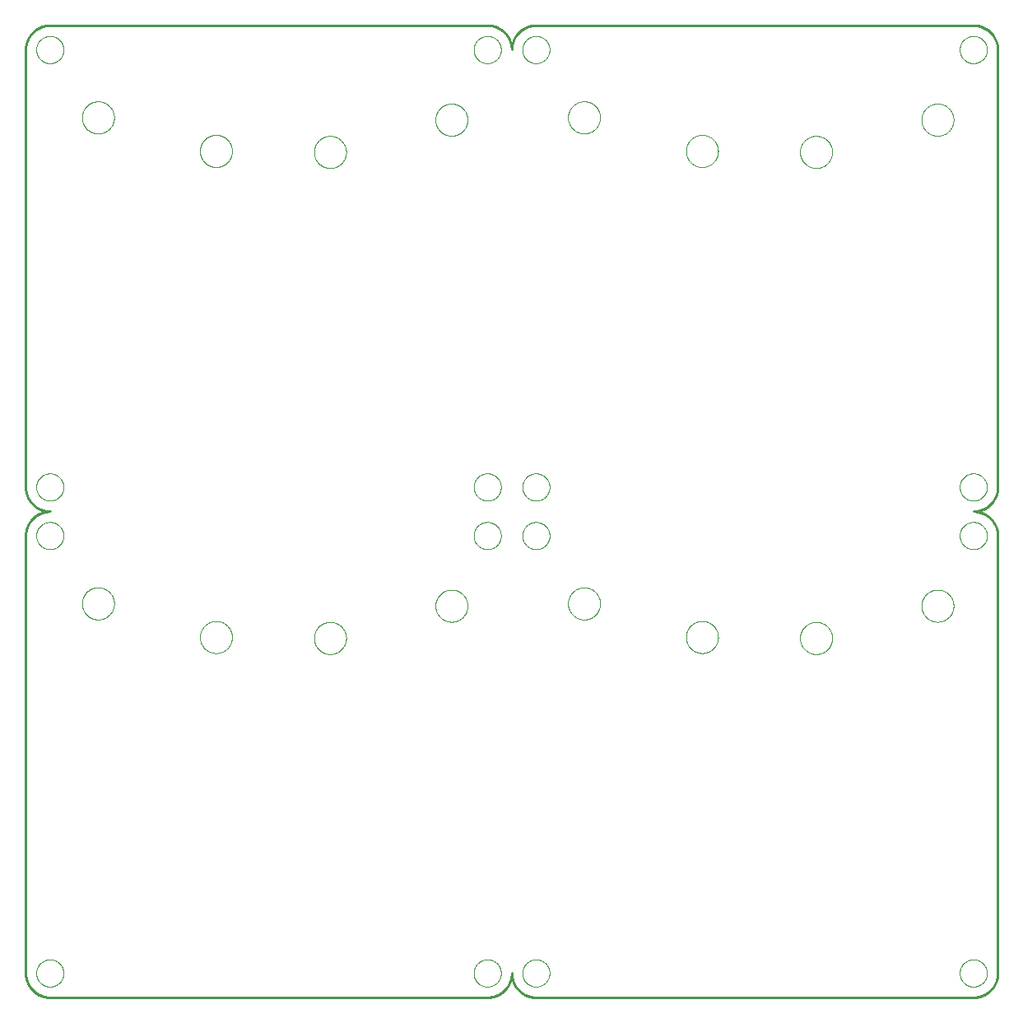
<source format=gtp>
G75*
%MOIN*%
%OFA0B0*%
%FSLAX25Y25*%
%IPPOS*%
%LPD*%
%AMOC8*
5,1,8,0,0,1.08239X$1,22.5*
%
%ADD10C,0.01000*%
%ADD11C,0.00000*%
D10*
X0105562Y0056343D02*
X0105562Y0233508D01*
X0105565Y0233746D01*
X0105573Y0233984D01*
X0105588Y0234221D01*
X0105608Y0234458D01*
X0105634Y0234694D01*
X0105665Y0234930D01*
X0105702Y0235165D01*
X0105745Y0235399D01*
X0105794Y0235632D01*
X0105848Y0235864D01*
X0105908Y0236094D01*
X0105973Y0236323D01*
X0106044Y0236550D01*
X0106120Y0236775D01*
X0106202Y0236998D01*
X0106289Y0237220D01*
X0106381Y0237439D01*
X0106479Y0237656D01*
X0106581Y0237870D01*
X0106689Y0238082D01*
X0106803Y0238292D01*
X0106921Y0238498D01*
X0107044Y0238702D01*
X0107172Y0238902D01*
X0107304Y0239099D01*
X0107442Y0239294D01*
X0107584Y0239484D01*
X0107731Y0239672D01*
X0107882Y0239855D01*
X0108037Y0240035D01*
X0108197Y0240211D01*
X0108361Y0240383D01*
X0108530Y0240552D01*
X0108702Y0240716D01*
X0108878Y0240876D01*
X0109058Y0241031D01*
X0109241Y0241182D01*
X0109429Y0241329D01*
X0109619Y0241471D01*
X0109814Y0241609D01*
X0110011Y0241741D01*
X0110211Y0241869D01*
X0110415Y0241992D01*
X0110621Y0242110D01*
X0110831Y0242224D01*
X0111043Y0242332D01*
X0111257Y0242434D01*
X0111474Y0242532D01*
X0111693Y0242624D01*
X0111915Y0242711D01*
X0112138Y0242793D01*
X0112363Y0242869D01*
X0112590Y0242940D01*
X0112819Y0243005D01*
X0113049Y0243065D01*
X0113281Y0243119D01*
X0113514Y0243168D01*
X0113748Y0243211D01*
X0113983Y0243248D01*
X0114219Y0243279D01*
X0114455Y0243305D01*
X0114692Y0243325D01*
X0114929Y0243340D01*
X0115167Y0243348D01*
X0115405Y0243351D01*
X0115405Y0243350D02*
X0115167Y0243353D01*
X0114929Y0243361D01*
X0114692Y0243376D01*
X0114455Y0243396D01*
X0114219Y0243422D01*
X0113983Y0243453D01*
X0113748Y0243490D01*
X0113514Y0243533D01*
X0113281Y0243582D01*
X0113049Y0243636D01*
X0112819Y0243696D01*
X0112590Y0243761D01*
X0112363Y0243832D01*
X0112138Y0243908D01*
X0111915Y0243990D01*
X0111693Y0244077D01*
X0111474Y0244169D01*
X0111257Y0244267D01*
X0111043Y0244369D01*
X0110831Y0244477D01*
X0110621Y0244591D01*
X0110415Y0244709D01*
X0110211Y0244832D01*
X0110011Y0244960D01*
X0109814Y0245092D01*
X0109619Y0245230D01*
X0109429Y0245372D01*
X0109241Y0245519D01*
X0109058Y0245670D01*
X0108878Y0245825D01*
X0108702Y0245985D01*
X0108530Y0246149D01*
X0108361Y0246318D01*
X0108197Y0246490D01*
X0108037Y0246666D01*
X0107882Y0246846D01*
X0107731Y0247029D01*
X0107584Y0247217D01*
X0107442Y0247407D01*
X0107304Y0247602D01*
X0107172Y0247799D01*
X0107044Y0247999D01*
X0106921Y0248203D01*
X0106803Y0248409D01*
X0106689Y0248619D01*
X0106581Y0248831D01*
X0106479Y0249045D01*
X0106381Y0249262D01*
X0106289Y0249481D01*
X0106202Y0249703D01*
X0106120Y0249926D01*
X0106044Y0250151D01*
X0105973Y0250378D01*
X0105908Y0250607D01*
X0105848Y0250837D01*
X0105794Y0251069D01*
X0105745Y0251302D01*
X0105702Y0251536D01*
X0105665Y0251771D01*
X0105634Y0252007D01*
X0105608Y0252243D01*
X0105588Y0252480D01*
X0105573Y0252717D01*
X0105565Y0252955D01*
X0105562Y0253193D01*
X0105562Y0430358D01*
X0105565Y0430596D01*
X0105573Y0430834D01*
X0105588Y0431071D01*
X0105608Y0431308D01*
X0105634Y0431544D01*
X0105665Y0431780D01*
X0105702Y0432015D01*
X0105745Y0432249D01*
X0105794Y0432482D01*
X0105848Y0432714D01*
X0105908Y0432944D01*
X0105973Y0433173D01*
X0106044Y0433400D01*
X0106120Y0433625D01*
X0106202Y0433848D01*
X0106289Y0434070D01*
X0106381Y0434289D01*
X0106479Y0434506D01*
X0106581Y0434720D01*
X0106689Y0434932D01*
X0106803Y0435142D01*
X0106921Y0435348D01*
X0107044Y0435552D01*
X0107172Y0435752D01*
X0107304Y0435949D01*
X0107442Y0436144D01*
X0107584Y0436334D01*
X0107731Y0436522D01*
X0107882Y0436705D01*
X0108037Y0436885D01*
X0108197Y0437061D01*
X0108361Y0437233D01*
X0108530Y0437402D01*
X0108702Y0437566D01*
X0108878Y0437726D01*
X0109058Y0437881D01*
X0109241Y0438032D01*
X0109429Y0438179D01*
X0109619Y0438321D01*
X0109814Y0438459D01*
X0110011Y0438591D01*
X0110211Y0438719D01*
X0110415Y0438842D01*
X0110621Y0438960D01*
X0110831Y0439074D01*
X0111043Y0439182D01*
X0111257Y0439284D01*
X0111474Y0439382D01*
X0111693Y0439474D01*
X0111915Y0439561D01*
X0112138Y0439643D01*
X0112363Y0439719D01*
X0112590Y0439790D01*
X0112819Y0439855D01*
X0113049Y0439915D01*
X0113281Y0439969D01*
X0113514Y0440018D01*
X0113748Y0440061D01*
X0113983Y0440098D01*
X0114219Y0440129D01*
X0114455Y0440155D01*
X0114692Y0440175D01*
X0114929Y0440190D01*
X0115167Y0440198D01*
X0115405Y0440201D01*
X0292570Y0440201D01*
X0292808Y0440198D01*
X0293046Y0440190D01*
X0293283Y0440175D01*
X0293520Y0440155D01*
X0293756Y0440129D01*
X0293992Y0440098D01*
X0294227Y0440061D01*
X0294461Y0440018D01*
X0294694Y0439969D01*
X0294926Y0439915D01*
X0295156Y0439855D01*
X0295385Y0439790D01*
X0295612Y0439719D01*
X0295837Y0439643D01*
X0296060Y0439561D01*
X0296282Y0439474D01*
X0296501Y0439382D01*
X0296718Y0439284D01*
X0296932Y0439182D01*
X0297144Y0439074D01*
X0297354Y0438960D01*
X0297560Y0438842D01*
X0297764Y0438719D01*
X0297964Y0438591D01*
X0298161Y0438459D01*
X0298356Y0438321D01*
X0298546Y0438179D01*
X0298734Y0438032D01*
X0298917Y0437881D01*
X0299097Y0437726D01*
X0299273Y0437566D01*
X0299445Y0437402D01*
X0299614Y0437233D01*
X0299778Y0437061D01*
X0299938Y0436885D01*
X0300093Y0436705D01*
X0300244Y0436522D01*
X0300391Y0436334D01*
X0300533Y0436144D01*
X0300671Y0435949D01*
X0300803Y0435752D01*
X0300931Y0435552D01*
X0301054Y0435348D01*
X0301172Y0435142D01*
X0301286Y0434932D01*
X0301394Y0434720D01*
X0301496Y0434506D01*
X0301594Y0434289D01*
X0301686Y0434070D01*
X0301773Y0433848D01*
X0301855Y0433625D01*
X0301931Y0433400D01*
X0302002Y0433173D01*
X0302067Y0432944D01*
X0302127Y0432714D01*
X0302181Y0432482D01*
X0302230Y0432249D01*
X0302273Y0432015D01*
X0302310Y0431780D01*
X0302341Y0431544D01*
X0302367Y0431308D01*
X0302387Y0431071D01*
X0302402Y0430834D01*
X0302410Y0430596D01*
X0302413Y0430358D01*
X0302412Y0430358D02*
X0302415Y0430596D01*
X0302423Y0430834D01*
X0302438Y0431071D01*
X0302458Y0431308D01*
X0302484Y0431544D01*
X0302515Y0431780D01*
X0302552Y0432015D01*
X0302595Y0432249D01*
X0302644Y0432482D01*
X0302698Y0432714D01*
X0302758Y0432944D01*
X0302823Y0433173D01*
X0302894Y0433400D01*
X0302970Y0433625D01*
X0303052Y0433848D01*
X0303139Y0434070D01*
X0303231Y0434289D01*
X0303329Y0434506D01*
X0303431Y0434720D01*
X0303539Y0434932D01*
X0303653Y0435142D01*
X0303771Y0435348D01*
X0303894Y0435552D01*
X0304022Y0435752D01*
X0304154Y0435949D01*
X0304292Y0436144D01*
X0304434Y0436334D01*
X0304581Y0436522D01*
X0304732Y0436705D01*
X0304887Y0436885D01*
X0305047Y0437061D01*
X0305211Y0437233D01*
X0305380Y0437402D01*
X0305552Y0437566D01*
X0305728Y0437726D01*
X0305908Y0437881D01*
X0306091Y0438032D01*
X0306279Y0438179D01*
X0306469Y0438321D01*
X0306664Y0438459D01*
X0306861Y0438591D01*
X0307061Y0438719D01*
X0307265Y0438842D01*
X0307471Y0438960D01*
X0307681Y0439074D01*
X0307893Y0439182D01*
X0308107Y0439284D01*
X0308324Y0439382D01*
X0308543Y0439474D01*
X0308765Y0439561D01*
X0308988Y0439643D01*
X0309213Y0439719D01*
X0309440Y0439790D01*
X0309669Y0439855D01*
X0309899Y0439915D01*
X0310131Y0439969D01*
X0310364Y0440018D01*
X0310598Y0440061D01*
X0310833Y0440098D01*
X0311069Y0440129D01*
X0311305Y0440155D01*
X0311542Y0440175D01*
X0311779Y0440190D01*
X0312017Y0440198D01*
X0312255Y0440201D01*
X0489420Y0440201D01*
X0489658Y0440198D01*
X0489896Y0440190D01*
X0490133Y0440175D01*
X0490370Y0440155D01*
X0490606Y0440129D01*
X0490842Y0440098D01*
X0491077Y0440061D01*
X0491311Y0440018D01*
X0491544Y0439969D01*
X0491776Y0439915D01*
X0492006Y0439855D01*
X0492235Y0439790D01*
X0492462Y0439719D01*
X0492687Y0439643D01*
X0492910Y0439561D01*
X0493132Y0439474D01*
X0493351Y0439382D01*
X0493568Y0439284D01*
X0493782Y0439182D01*
X0493994Y0439074D01*
X0494204Y0438960D01*
X0494410Y0438842D01*
X0494614Y0438719D01*
X0494814Y0438591D01*
X0495011Y0438459D01*
X0495206Y0438321D01*
X0495396Y0438179D01*
X0495584Y0438032D01*
X0495767Y0437881D01*
X0495947Y0437726D01*
X0496123Y0437566D01*
X0496295Y0437402D01*
X0496464Y0437233D01*
X0496628Y0437061D01*
X0496788Y0436885D01*
X0496943Y0436705D01*
X0497094Y0436522D01*
X0497241Y0436334D01*
X0497383Y0436144D01*
X0497521Y0435949D01*
X0497653Y0435752D01*
X0497781Y0435552D01*
X0497904Y0435348D01*
X0498022Y0435142D01*
X0498136Y0434932D01*
X0498244Y0434720D01*
X0498346Y0434506D01*
X0498444Y0434289D01*
X0498536Y0434070D01*
X0498623Y0433848D01*
X0498705Y0433625D01*
X0498781Y0433400D01*
X0498852Y0433173D01*
X0498917Y0432944D01*
X0498977Y0432714D01*
X0499031Y0432482D01*
X0499080Y0432249D01*
X0499123Y0432015D01*
X0499160Y0431780D01*
X0499191Y0431544D01*
X0499217Y0431308D01*
X0499237Y0431071D01*
X0499252Y0430834D01*
X0499260Y0430596D01*
X0499263Y0430358D01*
X0499263Y0253193D01*
X0499260Y0252955D01*
X0499252Y0252717D01*
X0499237Y0252480D01*
X0499217Y0252243D01*
X0499191Y0252007D01*
X0499160Y0251771D01*
X0499123Y0251536D01*
X0499080Y0251302D01*
X0499031Y0251069D01*
X0498977Y0250837D01*
X0498917Y0250607D01*
X0498852Y0250378D01*
X0498781Y0250151D01*
X0498705Y0249926D01*
X0498623Y0249703D01*
X0498536Y0249481D01*
X0498444Y0249262D01*
X0498346Y0249045D01*
X0498244Y0248831D01*
X0498136Y0248619D01*
X0498022Y0248409D01*
X0497904Y0248203D01*
X0497781Y0247999D01*
X0497653Y0247799D01*
X0497521Y0247602D01*
X0497383Y0247407D01*
X0497241Y0247217D01*
X0497094Y0247029D01*
X0496943Y0246846D01*
X0496788Y0246666D01*
X0496628Y0246490D01*
X0496464Y0246318D01*
X0496295Y0246149D01*
X0496123Y0245985D01*
X0495947Y0245825D01*
X0495767Y0245670D01*
X0495584Y0245519D01*
X0495396Y0245372D01*
X0495206Y0245230D01*
X0495011Y0245092D01*
X0494814Y0244960D01*
X0494614Y0244832D01*
X0494410Y0244709D01*
X0494204Y0244591D01*
X0493994Y0244477D01*
X0493782Y0244369D01*
X0493568Y0244267D01*
X0493351Y0244169D01*
X0493132Y0244077D01*
X0492910Y0243990D01*
X0492687Y0243908D01*
X0492462Y0243832D01*
X0492235Y0243761D01*
X0492006Y0243696D01*
X0491776Y0243636D01*
X0491544Y0243582D01*
X0491311Y0243533D01*
X0491077Y0243490D01*
X0490842Y0243453D01*
X0490606Y0243422D01*
X0490370Y0243396D01*
X0490133Y0243376D01*
X0489896Y0243361D01*
X0489658Y0243353D01*
X0489420Y0243350D01*
X0489420Y0243351D02*
X0489658Y0243348D01*
X0489896Y0243340D01*
X0490133Y0243325D01*
X0490370Y0243305D01*
X0490606Y0243279D01*
X0490842Y0243248D01*
X0491077Y0243211D01*
X0491311Y0243168D01*
X0491544Y0243119D01*
X0491776Y0243065D01*
X0492006Y0243005D01*
X0492235Y0242940D01*
X0492462Y0242869D01*
X0492687Y0242793D01*
X0492910Y0242711D01*
X0493132Y0242624D01*
X0493351Y0242532D01*
X0493568Y0242434D01*
X0493782Y0242332D01*
X0493994Y0242224D01*
X0494204Y0242110D01*
X0494410Y0241992D01*
X0494614Y0241869D01*
X0494814Y0241741D01*
X0495011Y0241609D01*
X0495206Y0241471D01*
X0495396Y0241329D01*
X0495584Y0241182D01*
X0495767Y0241031D01*
X0495947Y0240876D01*
X0496123Y0240716D01*
X0496295Y0240552D01*
X0496464Y0240383D01*
X0496628Y0240211D01*
X0496788Y0240035D01*
X0496943Y0239855D01*
X0497094Y0239672D01*
X0497241Y0239484D01*
X0497383Y0239294D01*
X0497521Y0239099D01*
X0497653Y0238902D01*
X0497781Y0238702D01*
X0497904Y0238498D01*
X0498022Y0238292D01*
X0498136Y0238082D01*
X0498244Y0237870D01*
X0498346Y0237656D01*
X0498444Y0237439D01*
X0498536Y0237220D01*
X0498623Y0236998D01*
X0498705Y0236775D01*
X0498781Y0236550D01*
X0498852Y0236323D01*
X0498917Y0236094D01*
X0498977Y0235864D01*
X0499031Y0235632D01*
X0499080Y0235399D01*
X0499123Y0235165D01*
X0499160Y0234930D01*
X0499191Y0234694D01*
X0499217Y0234458D01*
X0499237Y0234221D01*
X0499252Y0233984D01*
X0499260Y0233746D01*
X0499263Y0233508D01*
X0499263Y0056343D01*
X0499260Y0056105D01*
X0499252Y0055867D01*
X0499237Y0055630D01*
X0499217Y0055393D01*
X0499191Y0055157D01*
X0499160Y0054921D01*
X0499123Y0054686D01*
X0499080Y0054452D01*
X0499031Y0054219D01*
X0498977Y0053987D01*
X0498917Y0053757D01*
X0498852Y0053528D01*
X0498781Y0053301D01*
X0498705Y0053076D01*
X0498623Y0052853D01*
X0498536Y0052631D01*
X0498444Y0052412D01*
X0498346Y0052195D01*
X0498244Y0051981D01*
X0498136Y0051769D01*
X0498022Y0051559D01*
X0497904Y0051353D01*
X0497781Y0051149D01*
X0497653Y0050949D01*
X0497521Y0050752D01*
X0497383Y0050557D01*
X0497241Y0050367D01*
X0497094Y0050179D01*
X0496943Y0049996D01*
X0496788Y0049816D01*
X0496628Y0049640D01*
X0496464Y0049468D01*
X0496295Y0049299D01*
X0496123Y0049135D01*
X0495947Y0048975D01*
X0495767Y0048820D01*
X0495584Y0048669D01*
X0495396Y0048522D01*
X0495206Y0048380D01*
X0495011Y0048242D01*
X0494814Y0048110D01*
X0494614Y0047982D01*
X0494410Y0047859D01*
X0494204Y0047741D01*
X0493994Y0047627D01*
X0493782Y0047519D01*
X0493568Y0047417D01*
X0493351Y0047319D01*
X0493132Y0047227D01*
X0492910Y0047140D01*
X0492687Y0047058D01*
X0492462Y0046982D01*
X0492235Y0046911D01*
X0492006Y0046846D01*
X0491776Y0046786D01*
X0491544Y0046732D01*
X0491311Y0046683D01*
X0491077Y0046640D01*
X0490842Y0046603D01*
X0490606Y0046572D01*
X0490370Y0046546D01*
X0490133Y0046526D01*
X0489896Y0046511D01*
X0489658Y0046503D01*
X0489420Y0046500D01*
X0312255Y0046500D01*
X0312017Y0046503D01*
X0311779Y0046511D01*
X0311542Y0046526D01*
X0311305Y0046546D01*
X0311069Y0046572D01*
X0310833Y0046603D01*
X0310598Y0046640D01*
X0310364Y0046683D01*
X0310131Y0046732D01*
X0309899Y0046786D01*
X0309669Y0046846D01*
X0309440Y0046911D01*
X0309213Y0046982D01*
X0308988Y0047058D01*
X0308765Y0047140D01*
X0308543Y0047227D01*
X0308324Y0047319D01*
X0308107Y0047417D01*
X0307893Y0047519D01*
X0307681Y0047627D01*
X0307471Y0047741D01*
X0307265Y0047859D01*
X0307061Y0047982D01*
X0306861Y0048110D01*
X0306664Y0048242D01*
X0306469Y0048380D01*
X0306279Y0048522D01*
X0306091Y0048669D01*
X0305908Y0048820D01*
X0305728Y0048975D01*
X0305552Y0049135D01*
X0305380Y0049299D01*
X0305211Y0049468D01*
X0305047Y0049640D01*
X0304887Y0049816D01*
X0304732Y0049996D01*
X0304581Y0050179D01*
X0304434Y0050367D01*
X0304292Y0050557D01*
X0304154Y0050752D01*
X0304022Y0050949D01*
X0303894Y0051149D01*
X0303771Y0051353D01*
X0303653Y0051559D01*
X0303539Y0051769D01*
X0303431Y0051981D01*
X0303329Y0052195D01*
X0303231Y0052412D01*
X0303139Y0052631D01*
X0303052Y0052853D01*
X0302970Y0053076D01*
X0302894Y0053301D01*
X0302823Y0053528D01*
X0302758Y0053757D01*
X0302698Y0053987D01*
X0302644Y0054219D01*
X0302595Y0054452D01*
X0302552Y0054686D01*
X0302515Y0054921D01*
X0302484Y0055157D01*
X0302458Y0055393D01*
X0302438Y0055630D01*
X0302423Y0055867D01*
X0302415Y0056105D01*
X0302412Y0056343D01*
X0302413Y0056343D02*
X0302410Y0056105D01*
X0302402Y0055867D01*
X0302387Y0055630D01*
X0302367Y0055393D01*
X0302341Y0055157D01*
X0302310Y0054921D01*
X0302273Y0054686D01*
X0302230Y0054452D01*
X0302181Y0054219D01*
X0302127Y0053987D01*
X0302067Y0053757D01*
X0302002Y0053528D01*
X0301931Y0053301D01*
X0301855Y0053076D01*
X0301773Y0052853D01*
X0301686Y0052631D01*
X0301594Y0052412D01*
X0301496Y0052195D01*
X0301394Y0051981D01*
X0301286Y0051769D01*
X0301172Y0051559D01*
X0301054Y0051353D01*
X0300931Y0051149D01*
X0300803Y0050949D01*
X0300671Y0050752D01*
X0300533Y0050557D01*
X0300391Y0050367D01*
X0300244Y0050179D01*
X0300093Y0049996D01*
X0299938Y0049816D01*
X0299778Y0049640D01*
X0299614Y0049468D01*
X0299445Y0049299D01*
X0299273Y0049135D01*
X0299097Y0048975D01*
X0298917Y0048820D01*
X0298734Y0048669D01*
X0298546Y0048522D01*
X0298356Y0048380D01*
X0298161Y0048242D01*
X0297964Y0048110D01*
X0297764Y0047982D01*
X0297560Y0047859D01*
X0297354Y0047741D01*
X0297144Y0047627D01*
X0296932Y0047519D01*
X0296718Y0047417D01*
X0296501Y0047319D01*
X0296282Y0047227D01*
X0296060Y0047140D01*
X0295837Y0047058D01*
X0295612Y0046982D01*
X0295385Y0046911D01*
X0295156Y0046846D01*
X0294926Y0046786D01*
X0294694Y0046732D01*
X0294461Y0046683D01*
X0294227Y0046640D01*
X0293992Y0046603D01*
X0293756Y0046572D01*
X0293520Y0046546D01*
X0293283Y0046526D01*
X0293046Y0046511D01*
X0292808Y0046503D01*
X0292570Y0046500D01*
X0115405Y0046500D01*
X0115167Y0046503D01*
X0114929Y0046511D01*
X0114692Y0046526D01*
X0114455Y0046546D01*
X0114219Y0046572D01*
X0113983Y0046603D01*
X0113748Y0046640D01*
X0113514Y0046683D01*
X0113281Y0046732D01*
X0113049Y0046786D01*
X0112819Y0046846D01*
X0112590Y0046911D01*
X0112363Y0046982D01*
X0112138Y0047058D01*
X0111915Y0047140D01*
X0111693Y0047227D01*
X0111474Y0047319D01*
X0111257Y0047417D01*
X0111043Y0047519D01*
X0110831Y0047627D01*
X0110621Y0047741D01*
X0110415Y0047859D01*
X0110211Y0047982D01*
X0110011Y0048110D01*
X0109814Y0048242D01*
X0109619Y0048380D01*
X0109429Y0048522D01*
X0109241Y0048669D01*
X0109058Y0048820D01*
X0108878Y0048975D01*
X0108702Y0049135D01*
X0108530Y0049299D01*
X0108361Y0049468D01*
X0108197Y0049640D01*
X0108037Y0049816D01*
X0107882Y0049996D01*
X0107731Y0050179D01*
X0107584Y0050367D01*
X0107442Y0050557D01*
X0107304Y0050752D01*
X0107172Y0050949D01*
X0107044Y0051149D01*
X0106921Y0051353D01*
X0106803Y0051559D01*
X0106689Y0051769D01*
X0106581Y0051981D01*
X0106479Y0052195D01*
X0106381Y0052412D01*
X0106289Y0052631D01*
X0106202Y0052853D01*
X0106120Y0053076D01*
X0106044Y0053301D01*
X0105973Y0053528D01*
X0105908Y0053757D01*
X0105848Y0053987D01*
X0105794Y0054219D01*
X0105745Y0054452D01*
X0105702Y0054686D01*
X0105665Y0054921D01*
X0105634Y0055157D01*
X0105608Y0055393D01*
X0105588Y0055630D01*
X0105573Y0055867D01*
X0105565Y0056105D01*
X0105562Y0056343D01*
D11*
X0109893Y0056343D02*
X0109895Y0056491D01*
X0109901Y0056639D01*
X0109911Y0056787D01*
X0109925Y0056934D01*
X0109943Y0057081D01*
X0109964Y0057227D01*
X0109990Y0057373D01*
X0110020Y0057518D01*
X0110053Y0057662D01*
X0110091Y0057805D01*
X0110132Y0057947D01*
X0110177Y0058088D01*
X0110225Y0058228D01*
X0110278Y0058367D01*
X0110334Y0058504D01*
X0110394Y0058639D01*
X0110457Y0058773D01*
X0110524Y0058905D01*
X0110595Y0059035D01*
X0110669Y0059163D01*
X0110746Y0059289D01*
X0110827Y0059413D01*
X0110911Y0059535D01*
X0110998Y0059654D01*
X0111089Y0059771D01*
X0111183Y0059886D01*
X0111279Y0059998D01*
X0111379Y0060108D01*
X0111481Y0060214D01*
X0111587Y0060318D01*
X0111695Y0060419D01*
X0111806Y0060517D01*
X0111919Y0060613D01*
X0112035Y0060705D01*
X0112153Y0060794D01*
X0112274Y0060879D01*
X0112397Y0060962D01*
X0112522Y0061041D01*
X0112649Y0061117D01*
X0112778Y0061189D01*
X0112909Y0061258D01*
X0113042Y0061323D01*
X0113177Y0061384D01*
X0113313Y0061442D01*
X0113450Y0061497D01*
X0113589Y0061547D01*
X0113730Y0061594D01*
X0113871Y0061637D01*
X0114014Y0061677D01*
X0114158Y0061712D01*
X0114302Y0061744D01*
X0114448Y0061771D01*
X0114594Y0061795D01*
X0114741Y0061815D01*
X0114888Y0061831D01*
X0115035Y0061843D01*
X0115183Y0061851D01*
X0115331Y0061855D01*
X0115479Y0061855D01*
X0115627Y0061851D01*
X0115775Y0061843D01*
X0115922Y0061831D01*
X0116069Y0061815D01*
X0116216Y0061795D01*
X0116362Y0061771D01*
X0116508Y0061744D01*
X0116652Y0061712D01*
X0116796Y0061677D01*
X0116939Y0061637D01*
X0117080Y0061594D01*
X0117221Y0061547D01*
X0117360Y0061497D01*
X0117497Y0061442D01*
X0117633Y0061384D01*
X0117768Y0061323D01*
X0117901Y0061258D01*
X0118032Y0061189D01*
X0118161Y0061117D01*
X0118288Y0061041D01*
X0118413Y0060962D01*
X0118536Y0060879D01*
X0118657Y0060794D01*
X0118775Y0060705D01*
X0118891Y0060613D01*
X0119004Y0060517D01*
X0119115Y0060419D01*
X0119223Y0060318D01*
X0119329Y0060214D01*
X0119431Y0060108D01*
X0119531Y0059998D01*
X0119627Y0059886D01*
X0119721Y0059771D01*
X0119812Y0059654D01*
X0119899Y0059535D01*
X0119983Y0059413D01*
X0120064Y0059289D01*
X0120141Y0059163D01*
X0120215Y0059035D01*
X0120286Y0058905D01*
X0120353Y0058773D01*
X0120416Y0058639D01*
X0120476Y0058504D01*
X0120532Y0058367D01*
X0120585Y0058228D01*
X0120633Y0058088D01*
X0120678Y0057947D01*
X0120719Y0057805D01*
X0120757Y0057662D01*
X0120790Y0057518D01*
X0120820Y0057373D01*
X0120846Y0057227D01*
X0120867Y0057081D01*
X0120885Y0056934D01*
X0120899Y0056787D01*
X0120909Y0056639D01*
X0120915Y0056491D01*
X0120917Y0056343D01*
X0120915Y0056195D01*
X0120909Y0056047D01*
X0120899Y0055899D01*
X0120885Y0055752D01*
X0120867Y0055605D01*
X0120846Y0055459D01*
X0120820Y0055313D01*
X0120790Y0055168D01*
X0120757Y0055024D01*
X0120719Y0054881D01*
X0120678Y0054739D01*
X0120633Y0054598D01*
X0120585Y0054458D01*
X0120532Y0054319D01*
X0120476Y0054182D01*
X0120416Y0054047D01*
X0120353Y0053913D01*
X0120286Y0053781D01*
X0120215Y0053651D01*
X0120141Y0053523D01*
X0120064Y0053397D01*
X0119983Y0053273D01*
X0119899Y0053151D01*
X0119812Y0053032D01*
X0119721Y0052915D01*
X0119627Y0052800D01*
X0119531Y0052688D01*
X0119431Y0052578D01*
X0119329Y0052472D01*
X0119223Y0052368D01*
X0119115Y0052267D01*
X0119004Y0052169D01*
X0118891Y0052073D01*
X0118775Y0051981D01*
X0118657Y0051892D01*
X0118536Y0051807D01*
X0118413Y0051724D01*
X0118288Y0051645D01*
X0118161Y0051569D01*
X0118032Y0051497D01*
X0117901Y0051428D01*
X0117768Y0051363D01*
X0117633Y0051302D01*
X0117497Y0051244D01*
X0117360Y0051189D01*
X0117221Y0051139D01*
X0117080Y0051092D01*
X0116939Y0051049D01*
X0116796Y0051009D01*
X0116652Y0050974D01*
X0116508Y0050942D01*
X0116362Y0050915D01*
X0116216Y0050891D01*
X0116069Y0050871D01*
X0115922Y0050855D01*
X0115775Y0050843D01*
X0115627Y0050835D01*
X0115479Y0050831D01*
X0115331Y0050831D01*
X0115183Y0050835D01*
X0115035Y0050843D01*
X0114888Y0050855D01*
X0114741Y0050871D01*
X0114594Y0050891D01*
X0114448Y0050915D01*
X0114302Y0050942D01*
X0114158Y0050974D01*
X0114014Y0051009D01*
X0113871Y0051049D01*
X0113730Y0051092D01*
X0113589Y0051139D01*
X0113450Y0051189D01*
X0113313Y0051244D01*
X0113177Y0051302D01*
X0113042Y0051363D01*
X0112909Y0051428D01*
X0112778Y0051497D01*
X0112649Y0051569D01*
X0112522Y0051645D01*
X0112397Y0051724D01*
X0112274Y0051807D01*
X0112153Y0051892D01*
X0112035Y0051981D01*
X0111919Y0052073D01*
X0111806Y0052169D01*
X0111695Y0052267D01*
X0111587Y0052368D01*
X0111481Y0052472D01*
X0111379Y0052578D01*
X0111279Y0052688D01*
X0111183Y0052800D01*
X0111089Y0052915D01*
X0110998Y0053032D01*
X0110911Y0053151D01*
X0110827Y0053273D01*
X0110746Y0053397D01*
X0110669Y0053523D01*
X0110595Y0053651D01*
X0110524Y0053781D01*
X0110457Y0053913D01*
X0110394Y0054047D01*
X0110334Y0054182D01*
X0110278Y0054319D01*
X0110225Y0054458D01*
X0110177Y0054598D01*
X0110132Y0054739D01*
X0110091Y0054881D01*
X0110053Y0055024D01*
X0110020Y0055168D01*
X0109990Y0055313D01*
X0109964Y0055459D01*
X0109943Y0055605D01*
X0109925Y0055752D01*
X0109911Y0055899D01*
X0109901Y0056047D01*
X0109895Y0056195D01*
X0109893Y0056343D01*
X0222379Y0192045D02*
X0222381Y0192206D01*
X0222387Y0192366D01*
X0222397Y0192527D01*
X0222411Y0192687D01*
X0222429Y0192847D01*
X0222450Y0193006D01*
X0222476Y0193165D01*
X0222506Y0193323D01*
X0222539Y0193480D01*
X0222577Y0193637D01*
X0222618Y0193792D01*
X0222663Y0193946D01*
X0222712Y0194099D01*
X0222765Y0194251D01*
X0222821Y0194402D01*
X0222882Y0194551D01*
X0222945Y0194699D01*
X0223013Y0194845D01*
X0223084Y0194989D01*
X0223158Y0195131D01*
X0223236Y0195272D01*
X0223318Y0195410D01*
X0223403Y0195547D01*
X0223491Y0195681D01*
X0223583Y0195813D01*
X0223678Y0195943D01*
X0223776Y0196071D01*
X0223877Y0196196D01*
X0223981Y0196318D01*
X0224088Y0196438D01*
X0224198Y0196555D01*
X0224311Y0196670D01*
X0224427Y0196781D01*
X0224546Y0196890D01*
X0224667Y0196995D01*
X0224791Y0197098D01*
X0224917Y0197198D01*
X0225045Y0197294D01*
X0225176Y0197387D01*
X0225310Y0197477D01*
X0225445Y0197564D01*
X0225583Y0197647D01*
X0225722Y0197727D01*
X0225864Y0197803D01*
X0226007Y0197876D01*
X0226152Y0197945D01*
X0226299Y0198011D01*
X0226447Y0198073D01*
X0226597Y0198131D01*
X0226748Y0198186D01*
X0226901Y0198237D01*
X0227055Y0198284D01*
X0227210Y0198327D01*
X0227366Y0198366D01*
X0227522Y0198402D01*
X0227680Y0198433D01*
X0227838Y0198461D01*
X0227997Y0198485D01*
X0228157Y0198505D01*
X0228317Y0198521D01*
X0228477Y0198533D01*
X0228638Y0198541D01*
X0228799Y0198545D01*
X0228959Y0198545D01*
X0229120Y0198541D01*
X0229281Y0198533D01*
X0229441Y0198521D01*
X0229601Y0198505D01*
X0229761Y0198485D01*
X0229920Y0198461D01*
X0230078Y0198433D01*
X0230236Y0198402D01*
X0230392Y0198366D01*
X0230548Y0198327D01*
X0230703Y0198284D01*
X0230857Y0198237D01*
X0231010Y0198186D01*
X0231161Y0198131D01*
X0231311Y0198073D01*
X0231459Y0198011D01*
X0231606Y0197945D01*
X0231751Y0197876D01*
X0231894Y0197803D01*
X0232036Y0197727D01*
X0232175Y0197647D01*
X0232313Y0197564D01*
X0232448Y0197477D01*
X0232582Y0197387D01*
X0232713Y0197294D01*
X0232841Y0197198D01*
X0232967Y0197098D01*
X0233091Y0196995D01*
X0233212Y0196890D01*
X0233331Y0196781D01*
X0233447Y0196670D01*
X0233560Y0196555D01*
X0233670Y0196438D01*
X0233777Y0196318D01*
X0233881Y0196196D01*
X0233982Y0196071D01*
X0234080Y0195943D01*
X0234175Y0195813D01*
X0234267Y0195681D01*
X0234355Y0195547D01*
X0234440Y0195410D01*
X0234522Y0195272D01*
X0234600Y0195131D01*
X0234674Y0194989D01*
X0234745Y0194845D01*
X0234813Y0194699D01*
X0234876Y0194551D01*
X0234937Y0194402D01*
X0234993Y0194251D01*
X0235046Y0194099D01*
X0235095Y0193946D01*
X0235140Y0193792D01*
X0235181Y0193637D01*
X0235219Y0193480D01*
X0235252Y0193323D01*
X0235282Y0193165D01*
X0235308Y0193006D01*
X0235329Y0192847D01*
X0235347Y0192687D01*
X0235361Y0192527D01*
X0235371Y0192366D01*
X0235377Y0192206D01*
X0235379Y0192045D01*
X0235377Y0191884D01*
X0235371Y0191724D01*
X0235361Y0191563D01*
X0235347Y0191403D01*
X0235329Y0191243D01*
X0235308Y0191084D01*
X0235282Y0190925D01*
X0235252Y0190767D01*
X0235219Y0190610D01*
X0235181Y0190453D01*
X0235140Y0190298D01*
X0235095Y0190144D01*
X0235046Y0189991D01*
X0234993Y0189839D01*
X0234937Y0189688D01*
X0234876Y0189539D01*
X0234813Y0189391D01*
X0234745Y0189245D01*
X0234674Y0189101D01*
X0234600Y0188959D01*
X0234522Y0188818D01*
X0234440Y0188680D01*
X0234355Y0188543D01*
X0234267Y0188409D01*
X0234175Y0188277D01*
X0234080Y0188147D01*
X0233982Y0188019D01*
X0233881Y0187894D01*
X0233777Y0187772D01*
X0233670Y0187652D01*
X0233560Y0187535D01*
X0233447Y0187420D01*
X0233331Y0187309D01*
X0233212Y0187200D01*
X0233091Y0187095D01*
X0232967Y0186992D01*
X0232841Y0186892D01*
X0232713Y0186796D01*
X0232582Y0186703D01*
X0232448Y0186613D01*
X0232313Y0186526D01*
X0232175Y0186443D01*
X0232036Y0186363D01*
X0231894Y0186287D01*
X0231751Y0186214D01*
X0231606Y0186145D01*
X0231459Y0186079D01*
X0231311Y0186017D01*
X0231161Y0185959D01*
X0231010Y0185904D01*
X0230857Y0185853D01*
X0230703Y0185806D01*
X0230548Y0185763D01*
X0230392Y0185724D01*
X0230236Y0185688D01*
X0230078Y0185657D01*
X0229920Y0185629D01*
X0229761Y0185605D01*
X0229601Y0185585D01*
X0229441Y0185569D01*
X0229281Y0185557D01*
X0229120Y0185549D01*
X0228959Y0185545D01*
X0228799Y0185545D01*
X0228638Y0185549D01*
X0228477Y0185557D01*
X0228317Y0185569D01*
X0228157Y0185585D01*
X0227997Y0185605D01*
X0227838Y0185629D01*
X0227680Y0185657D01*
X0227522Y0185688D01*
X0227366Y0185724D01*
X0227210Y0185763D01*
X0227055Y0185806D01*
X0226901Y0185853D01*
X0226748Y0185904D01*
X0226597Y0185959D01*
X0226447Y0186017D01*
X0226299Y0186079D01*
X0226152Y0186145D01*
X0226007Y0186214D01*
X0225864Y0186287D01*
X0225722Y0186363D01*
X0225583Y0186443D01*
X0225445Y0186526D01*
X0225310Y0186613D01*
X0225176Y0186703D01*
X0225045Y0186796D01*
X0224917Y0186892D01*
X0224791Y0186992D01*
X0224667Y0187095D01*
X0224546Y0187200D01*
X0224427Y0187309D01*
X0224311Y0187420D01*
X0224198Y0187535D01*
X0224088Y0187652D01*
X0223981Y0187772D01*
X0223877Y0187894D01*
X0223776Y0188019D01*
X0223678Y0188147D01*
X0223583Y0188277D01*
X0223491Y0188409D01*
X0223403Y0188543D01*
X0223318Y0188680D01*
X0223236Y0188818D01*
X0223158Y0188959D01*
X0223084Y0189101D01*
X0223013Y0189245D01*
X0222945Y0189391D01*
X0222882Y0189539D01*
X0222821Y0189688D01*
X0222765Y0189839D01*
X0222712Y0189991D01*
X0222663Y0190144D01*
X0222618Y0190298D01*
X0222577Y0190453D01*
X0222539Y0190610D01*
X0222506Y0190767D01*
X0222476Y0190925D01*
X0222450Y0191084D01*
X0222429Y0191243D01*
X0222411Y0191403D01*
X0222397Y0191563D01*
X0222387Y0191724D01*
X0222381Y0191884D01*
X0222379Y0192045D01*
X0176178Y0192439D02*
X0176180Y0192600D01*
X0176186Y0192760D01*
X0176196Y0192921D01*
X0176210Y0193081D01*
X0176228Y0193241D01*
X0176249Y0193400D01*
X0176275Y0193559D01*
X0176305Y0193717D01*
X0176338Y0193874D01*
X0176376Y0194031D01*
X0176417Y0194186D01*
X0176462Y0194340D01*
X0176511Y0194493D01*
X0176564Y0194645D01*
X0176620Y0194796D01*
X0176681Y0194945D01*
X0176744Y0195093D01*
X0176812Y0195239D01*
X0176883Y0195383D01*
X0176957Y0195525D01*
X0177035Y0195666D01*
X0177117Y0195804D01*
X0177202Y0195941D01*
X0177290Y0196075D01*
X0177382Y0196207D01*
X0177477Y0196337D01*
X0177575Y0196465D01*
X0177676Y0196590D01*
X0177780Y0196712D01*
X0177887Y0196832D01*
X0177997Y0196949D01*
X0178110Y0197064D01*
X0178226Y0197175D01*
X0178345Y0197284D01*
X0178466Y0197389D01*
X0178590Y0197492D01*
X0178716Y0197592D01*
X0178844Y0197688D01*
X0178975Y0197781D01*
X0179109Y0197871D01*
X0179244Y0197958D01*
X0179382Y0198041D01*
X0179521Y0198121D01*
X0179663Y0198197D01*
X0179806Y0198270D01*
X0179951Y0198339D01*
X0180098Y0198405D01*
X0180246Y0198467D01*
X0180396Y0198525D01*
X0180547Y0198580D01*
X0180700Y0198631D01*
X0180854Y0198678D01*
X0181009Y0198721D01*
X0181165Y0198760D01*
X0181321Y0198796D01*
X0181479Y0198827D01*
X0181637Y0198855D01*
X0181796Y0198879D01*
X0181956Y0198899D01*
X0182116Y0198915D01*
X0182276Y0198927D01*
X0182437Y0198935D01*
X0182598Y0198939D01*
X0182758Y0198939D01*
X0182919Y0198935D01*
X0183080Y0198927D01*
X0183240Y0198915D01*
X0183400Y0198899D01*
X0183560Y0198879D01*
X0183719Y0198855D01*
X0183877Y0198827D01*
X0184035Y0198796D01*
X0184191Y0198760D01*
X0184347Y0198721D01*
X0184502Y0198678D01*
X0184656Y0198631D01*
X0184809Y0198580D01*
X0184960Y0198525D01*
X0185110Y0198467D01*
X0185258Y0198405D01*
X0185405Y0198339D01*
X0185550Y0198270D01*
X0185693Y0198197D01*
X0185835Y0198121D01*
X0185974Y0198041D01*
X0186112Y0197958D01*
X0186247Y0197871D01*
X0186381Y0197781D01*
X0186512Y0197688D01*
X0186640Y0197592D01*
X0186766Y0197492D01*
X0186890Y0197389D01*
X0187011Y0197284D01*
X0187130Y0197175D01*
X0187246Y0197064D01*
X0187359Y0196949D01*
X0187469Y0196832D01*
X0187576Y0196712D01*
X0187680Y0196590D01*
X0187781Y0196465D01*
X0187879Y0196337D01*
X0187974Y0196207D01*
X0188066Y0196075D01*
X0188154Y0195941D01*
X0188239Y0195804D01*
X0188321Y0195666D01*
X0188399Y0195525D01*
X0188473Y0195383D01*
X0188544Y0195239D01*
X0188612Y0195093D01*
X0188675Y0194945D01*
X0188736Y0194796D01*
X0188792Y0194645D01*
X0188845Y0194493D01*
X0188894Y0194340D01*
X0188939Y0194186D01*
X0188980Y0194031D01*
X0189018Y0193874D01*
X0189051Y0193717D01*
X0189081Y0193559D01*
X0189107Y0193400D01*
X0189128Y0193241D01*
X0189146Y0193081D01*
X0189160Y0192921D01*
X0189170Y0192760D01*
X0189176Y0192600D01*
X0189178Y0192439D01*
X0189176Y0192278D01*
X0189170Y0192118D01*
X0189160Y0191957D01*
X0189146Y0191797D01*
X0189128Y0191637D01*
X0189107Y0191478D01*
X0189081Y0191319D01*
X0189051Y0191161D01*
X0189018Y0191004D01*
X0188980Y0190847D01*
X0188939Y0190692D01*
X0188894Y0190538D01*
X0188845Y0190385D01*
X0188792Y0190233D01*
X0188736Y0190082D01*
X0188675Y0189933D01*
X0188612Y0189785D01*
X0188544Y0189639D01*
X0188473Y0189495D01*
X0188399Y0189353D01*
X0188321Y0189212D01*
X0188239Y0189074D01*
X0188154Y0188937D01*
X0188066Y0188803D01*
X0187974Y0188671D01*
X0187879Y0188541D01*
X0187781Y0188413D01*
X0187680Y0188288D01*
X0187576Y0188166D01*
X0187469Y0188046D01*
X0187359Y0187929D01*
X0187246Y0187814D01*
X0187130Y0187703D01*
X0187011Y0187594D01*
X0186890Y0187489D01*
X0186766Y0187386D01*
X0186640Y0187286D01*
X0186512Y0187190D01*
X0186381Y0187097D01*
X0186247Y0187007D01*
X0186112Y0186920D01*
X0185974Y0186837D01*
X0185835Y0186757D01*
X0185693Y0186681D01*
X0185550Y0186608D01*
X0185405Y0186539D01*
X0185258Y0186473D01*
X0185110Y0186411D01*
X0184960Y0186353D01*
X0184809Y0186298D01*
X0184656Y0186247D01*
X0184502Y0186200D01*
X0184347Y0186157D01*
X0184191Y0186118D01*
X0184035Y0186082D01*
X0183877Y0186051D01*
X0183719Y0186023D01*
X0183560Y0185999D01*
X0183400Y0185979D01*
X0183240Y0185963D01*
X0183080Y0185951D01*
X0182919Y0185943D01*
X0182758Y0185939D01*
X0182598Y0185939D01*
X0182437Y0185943D01*
X0182276Y0185951D01*
X0182116Y0185963D01*
X0181956Y0185979D01*
X0181796Y0185999D01*
X0181637Y0186023D01*
X0181479Y0186051D01*
X0181321Y0186082D01*
X0181165Y0186118D01*
X0181009Y0186157D01*
X0180854Y0186200D01*
X0180700Y0186247D01*
X0180547Y0186298D01*
X0180396Y0186353D01*
X0180246Y0186411D01*
X0180098Y0186473D01*
X0179951Y0186539D01*
X0179806Y0186608D01*
X0179663Y0186681D01*
X0179521Y0186757D01*
X0179382Y0186837D01*
X0179244Y0186920D01*
X0179109Y0187007D01*
X0178975Y0187097D01*
X0178844Y0187190D01*
X0178716Y0187286D01*
X0178590Y0187386D01*
X0178466Y0187489D01*
X0178345Y0187594D01*
X0178226Y0187703D01*
X0178110Y0187814D01*
X0177997Y0187929D01*
X0177887Y0188046D01*
X0177780Y0188166D01*
X0177676Y0188288D01*
X0177575Y0188413D01*
X0177477Y0188541D01*
X0177382Y0188671D01*
X0177290Y0188803D01*
X0177202Y0188937D01*
X0177117Y0189074D01*
X0177035Y0189212D01*
X0176957Y0189353D01*
X0176883Y0189495D01*
X0176812Y0189639D01*
X0176744Y0189785D01*
X0176681Y0189933D01*
X0176620Y0190082D01*
X0176564Y0190233D01*
X0176511Y0190385D01*
X0176462Y0190538D01*
X0176417Y0190692D01*
X0176376Y0190847D01*
X0176338Y0191004D01*
X0176305Y0191161D01*
X0176275Y0191319D01*
X0176249Y0191478D01*
X0176228Y0191637D01*
X0176210Y0191797D01*
X0176196Y0191957D01*
X0176186Y0192118D01*
X0176180Y0192278D01*
X0176178Y0192439D01*
X0128403Y0206041D02*
X0128405Y0206202D01*
X0128411Y0206362D01*
X0128421Y0206523D01*
X0128435Y0206683D01*
X0128453Y0206843D01*
X0128474Y0207002D01*
X0128500Y0207161D01*
X0128530Y0207319D01*
X0128563Y0207476D01*
X0128601Y0207633D01*
X0128642Y0207788D01*
X0128687Y0207942D01*
X0128736Y0208095D01*
X0128789Y0208247D01*
X0128845Y0208398D01*
X0128906Y0208547D01*
X0128969Y0208695D01*
X0129037Y0208841D01*
X0129108Y0208985D01*
X0129182Y0209127D01*
X0129260Y0209268D01*
X0129342Y0209406D01*
X0129427Y0209543D01*
X0129515Y0209677D01*
X0129607Y0209809D01*
X0129702Y0209939D01*
X0129800Y0210067D01*
X0129901Y0210192D01*
X0130005Y0210314D01*
X0130112Y0210434D01*
X0130222Y0210551D01*
X0130335Y0210666D01*
X0130451Y0210777D01*
X0130570Y0210886D01*
X0130691Y0210991D01*
X0130815Y0211094D01*
X0130941Y0211194D01*
X0131069Y0211290D01*
X0131200Y0211383D01*
X0131334Y0211473D01*
X0131469Y0211560D01*
X0131607Y0211643D01*
X0131746Y0211723D01*
X0131888Y0211799D01*
X0132031Y0211872D01*
X0132176Y0211941D01*
X0132323Y0212007D01*
X0132471Y0212069D01*
X0132621Y0212127D01*
X0132772Y0212182D01*
X0132925Y0212233D01*
X0133079Y0212280D01*
X0133234Y0212323D01*
X0133390Y0212362D01*
X0133546Y0212398D01*
X0133704Y0212429D01*
X0133862Y0212457D01*
X0134021Y0212481D01*
X0134181Y0212501D01*
X0134341Y0212517D01*
X0134501Y0212529D01*
X0134662Y0212537D01*
X0134823Y0212541D01*
X0134983Y0212541D01*
X0135144Y0212537D01*
X0135305Y0212529D01*
X0135465Y0212517D01*
X0135625Y0212501D01*
X0135785Y0212481D01*
X0135944Y0212457D01*
X0136102Y0212429D01*
X0136260Y0212398D01*
X0136416Y0212362D01*
X0136572Y0212323D01*
X0136727Y0212280D01*
X0136881Y0212233D01*
X0137034Y0212182D01*
X0137185Y0212127D01*
X0137335Y0212069D01*
X0137483Y0212007D01*
X0137630Y0211941D01*
X0137775Y0211872D01*
X0137918Y0211799D01*
X0138060Y0211723D01*
X0138199Y0211643D01*
X0138337Y0211560D01*
X0138472Y0211473D01*
X0138606Y0211383D01*
X0138737Y0211290D01*
X0138865Y0211194D01*
X0138991Y0211094D01*
X0139115Y0210991D01*
X0139236Y0210886D01*
X0139355Y0210777D01*
X0139471Y0210666D01*
X0139584Y0210551D01*
X0139694Y0210434D01*
X0139801Y0210314D01*
X0139905Y0210192D01*
X0140006Y0210067D01*
X0140104Y0209939D01*
X0140199Y0209809D01*
X0140291Y0209677D01*
X0140379Y0209543D01*
X0140464Y0209406D01*
X0140546Y0209268D01*
X0140624Y0209127D01*
X0140698Y0208985D01*
X0140769Y0208841D01*
X0140837Y0208695D01*
X0140900Y0208547D01*
X0140961Y0208398D01*
X0141017Y0208247D01*
X0141070Y0208095D01*
X0141119Y0207942D01*
X0141164Y0207788D01*
X0141205Y0207633D01*
X0141243Y0207476D01*
X0141276Y0207319D01*
X0141306Y0207161D01*
X0141332Y0207002D01*
X0141353Y0206843D01*
X0141371Y0206683D01*
X0141385Y0206523D01*
X0141395Y0206362D01*
X0141401Y0206202D01*
X0141403Y0206041D01*
X0141401Y0205880D01*
X0141395Y0205720D01*
X0141385Y0205559D01*
X0141371Y0205399D01*
X0141353Y0205239D01*
X0141332Y0205080D01*
X0141306Y0204921D01*
X0141276Y0204763D01*
X0141243Y0204606D01*
X0141205Y0204449D01*
X0141164Y0204294D01*
X0141119Y0204140D01*
X0141070Y0203987D01*
X0141017Y0203835D01*
X0140961Y0203684D01*
X0140900Y0203535D01*
X0140837Y0203387D01*
X0140769Y0203241D01*
X0140698Y0203097D01*
X0140624Y0202955D01*
X0140546Y0202814D01*
X0140464Y0202676D01*
X0140379Y0202539D01*
X0140291Y0202405D01*
X0140199Y0202273D01*
X0140104Y0202143D01*
X0140006Y0202015D01*
X0139905Y0201890D01*
X0139801Y0201768D01*
X0139694Y0201648D01*
X0139584Y0201531D01*
X0139471Y0201416D01*
X0139355Y0201305D01*
X0139236Y0201196D01*
X0139115Y0201091D01*
X0138991Y0200988D01*
X0138865Y0200888D01*
X0138737Y0200792D01*
X0138606Y0200699D01*
X0138472Y0200609D01*
X0138337Y0200522D01*
X0138199Y0200439D01*
X0138060Y0200359D01*
X0137918Y0200283D01*
X0137775Y0200210D01*
X0137630Y0200141D01*
X0137483Y0200075D01*
X0137335Y0200013D01*
X0137185Y0199955D01*
X0137034Y0199900D01*
X0136881Y0199849D01*
X0136727Y0199802D01*
X0136572Y0199759D01*
X0136416Y0199720D01*
X0136260Y0199684D01*
X0136102Y0199653D01*
X0135944Y0199625D01*
X0135785Y0199601D01*
X0135625Y0199581D01*
X0135465Y0199565D01*
X0135305Y0199553D01*
X0135144Y0199545D01*
X0134983Y0199541D01*
X0134823Y0199541D01*
X0134662Y0199545D01*
X0134501Y0199553D01*
X0134341Y0199565D01*
X0134181Y0199581D01*
X0134021Y0199601D01*
X0133862Y0199625D01*
X0133704Y0199653D01*
X0133546Y0199684D01*
X0133390Y0199720D01*
X0133234Y0199759D01*
X0133079Y0199802D01*
X0132925Y0199849D01*
X0132772Y0199900D01*
X0132621Y0199955D01*
X0132471Y0200013D01*
X0132323Y0200075D01*
X0132176Y0200141D01*
X0132031Y0200210D01*
X0131888Y0200283D01*
X0131746Y0200359D01*
X0131607Y0200439D01*
X0131469Y0200522D01*
X0131334Y0200609D01*
X0131200Y0200699D01*
X0131069Y0200792D01*
X0130941Y0200888D01*
X0130815Y0200988D01*
X0130691Y0201091D01*
X0130570Y0201196D01*
X0130451Y0201305D01*
X0130335Y0201416D01*
X0130222Y0201531D01*
X0130112Y0201648D01*
X0130005Y0201768D01*
X0129901Y0201890D01*
X0129800Y0202015D01*
X0129702Y0202143D01*
X0129607Y0202273D01*
X0129515Y0202405D01*
X0129427Y0202539D01*
X0129342Y0202676D01*
X0129260Y0202814D01*
X0129182Y0202955D01*
X0129108Y0203097D01*
X0129037Y0203241D01*
X0128969Y0203387D01*
X0128906Y0203535D01*
X0128845Y0203684D01*
X0128789Y0203835D01*
X0128736Y0203987D01*
X0128687Y0204140D01*
X0128642Y0204294D01*
X0128601Y0204449D01*
X0128563Y0204606D01*
X0128530Y0204763D01*
X0128500Y0204921D01*
X0128474Y0205080D01*
X0128453Y0205239D01*
X0128435Y0205399D01*
X0128421Y0205559D01*
X0128411Y0205720D01*
X0128405Y0205880D01*
X0128403Y0206041D01*
X0109893Y0233508D02*
X0109895Y0233656D01*
X0109901Y0233804D01*
X0109911Y0233952D01*
X0109925Y0234099D01*
X0109943Y0234246D01*
X0109964Y0234392D01*
X0109990Y0234538D01*
X0110020Y0234683D01*
X0110053Y0234827D01*
X0110091Y0234970D01*
X0110132Y0235112D01*
X0110177Y0235253D01*
X0110225Y0235393D01*
X0110278Y0235532D01*
X0110334Y0235669D01*
X0110394Y0235804D01*
X0110457Y0235938D01*
X0110524Y0236070D01*
X0110595Y0236200D01*
X0110669Y0236328D01*
X0110746Y0236454D01*
X0110827Y0236578D01*
X0110911Y0236700D01*
X0110998Y0236819D01*
X0111089Y0236936D01*
X0111183Y0237051D01*
X0111279Y0237163D01*
X0111379Y0237273D01*
X0111481Y0237379D01*
X0111587Y0237483D01*
X0111695Y0237584D01*
X0111806Y0237682D01*
X0111919Y0237778D01*
X0112035Y0237870D01*
X0112153Y0237959D01*
X0112274Y0238044D01*
X0112397Y0238127D01*
X0112522Y0238206D01*
X0112649Y0238282D01*
X0112778Y0238354D01*
X0112909Y0238423D01*
X0113042Y0238488D01*
X0113177Y0238549D01*
X0113313Y0238607D01*
X0113450Y0238662D01*
X0113589Y0238712D01*
X0113730Y0238759D01*
X0113871Y0238802D01*
X0114014Y0238842D01*
X0114158Y0238877D01*
X0114302Y0238909D01*
X0114448Y0238936D01*
X0114594Y0238960D01*
X0114741Y0238980D01*
X0114888Y0238996D01*
X0115035Y0239008D01*
X0115183Y0239016D01*
X0115331Y0239020D01*
X0115479Y0239020D01*
X0115627Y0239016D01*
X0115775Y0239008D01*
X0115922Y0238996D01*
X0116069Y0238980D01*
X0116216Y0238960D01*
X0116362Y0238936D01*
X0116508Y0238909D01*
X0116652Y0238877D01*
X0116796Y0238842D01*
X0116939Y0238802D01*
X0117080Y0238759D01*
X0117221Y0238712D01*
X0117360Y0238662D01*
X0117497Y0238607D01*
X0117633Y0238549D01*
X0117768Y0238488D01*
X0117901Y0238423D01*
X0118032Y0238354D01*
X0118161Y0238282D01*
X0118288Y0238206D01*
X0118413Y0238127D01*
X0118536Y0238044D01*
X0118657Y0237959D01*
X0118775Y0237870D01*
X0118891Y0237778D01*
X0119004Y0237682D01*
X0119115Y0237584D01*
X0119223Y0237483D01*
X0119329Y0237379D01*
X0119431Y0237273D01*
X0119531Y0237163D01*
X0119627Y0237051D01*
X0119721Y0236936D01*
X0119812Y0236819D01*
X0119899Y0236700D01*
X0119983Y0236578D01*
X0120064Y0236454D01*
X0120141Y0236328D01*
X0120215Y0236200D01*
X0120286Y0236070D01*
X0120353Y0235938D01*
X0120416Y0235804D01*
X0120476Y0235669D01*
X0120532Y0235532D01*
X0120585Y0235393D01*
X0120633Y0235253D01*
X0120678Y0235112D01*
X0120719Y0234970D01*
X0120757Y0234827D01*
X0120790Y0234683D01*
X0120820Y0234538D01*
X0120846Y0234392D01*
X0120867Y0234246D01*
X0120885Y0234099D01*
X0120899Y0233952D01*
X0120909Y0233804D01*
X0120915Y0233656D01*
X0120917Y0233508D01*
X0120915Y0233360D01*
X0120909Y0233212D01*
X0120899Y0233064D01*
X0120885Y0232917D01*
X0120867Y0232770D01*
X0120846Y0232624D01*
X0120820Y0232478D01*
X0120790Y0232333D01*
X0120757Y0232189D01*
X0120719Y0232046D01*
X0120678Y0231904D01*
X0120633Y0231763D01*
X0120585Y0231623D01*
X0120532Y0231484D01*
X0120476Y0231347D01*
X0120416Y0231212D01*
X0120353Y0231078D01*
X0120286Y0230946D01*
X0120215Y0230816D01*
X0120141Y0230688D01*
X0120064Y0230562D01*
X0119983Y0230438D01*
X0119899Y0230316D01*
X0119812Y0230197D01*
X0119721Y0230080D01*
X0119627Y0229965D01*
X0119531Y0229853D01*
X0119431Y0229743D01*
X0119329Y0229637D01*
X0119223Y0229533D01*
X0119115Y0229432D01*
X0119004Y0229334D01*
X0118891Y0229238D01*
X0118775Y0229146D01*
X0118657Y0229057D01*
X0118536Y0228972D01*
X0118413Y0228889D01*
X0118288Y0228810D01*
X0118161Y0228734D01*
X0118032Y0228662D01*
X0117901Y0228593D01*
X0117768Y0228528D01*
X0117633Y0228467D01*
X0117497Y0228409D01*
X0117360Y0228354D01*
X0117221Y0228304D01*
X0117080Y0228257D01*
X0116939Y0228214D01*
X0116796Y0228174D01*
X0116652Y0228139D01*
X0116508Y0228107D01*
X0116362Y0228080D01*
X0116216Y0228056D01*
X0116069Y0228036D01*
X0115922Y0228020D01*
X0115775Y0228008D01*
X0115627Y0228000D01*
X0115479Y0227996D01*
X0115331Y0227996D01*
X0115183Y0228000D01*
X0115035Y0228008D01*
X0114888Y0228020D01*
X0114741Y0228036D01*
X0114594Y0228056D01*
X0114448Y0228080D01*
X0114302Y0228107D01*
X0114158Y0228139D01*
X0114014Y0228174D01*
X0113871Y0228214D01*
X0113730Y0228257D01*
X0113589Y0228304D01*
X0113450Y0228354D01*
X0113313Y0228409D01*
X0113177Y0228467D01*
X0113042Y0228528D01*
X0112909Y0228593D01*
X0112778Y0228662D01*
X0112649Y0228734D01*
X0112522Y0228810D01*
X0112397Y0228889D01*
X0112274Y0228972D01*
X0112153Y0229057D01*
X0112035Y0229146D01*
X0111919Y0229238D01*
X0111806Y0229334D01*
X0111695Y0229432D01*
X0111587Y0229533D01*
X0111481Y0229637D01*
X0111379Y0229743D01*
X0111279Y0229853D01*
X0111183Y0229965D01*
X0111089Y0230080D01*
X0110998Y0230197D01*
X0110911Y0230316D01*
X0110827Y0230438D01*
X0110746Y0230562D01*
X0110669Y0230688D01*
X0110595Y0230816D01*
X0110524Y0230946D01*
X0110457Y0231078D01*
X0110394Y0231212D01*
X0110334Y0231347D01*
X0110278Y0231484D01*
X0110225Y0231623D01*
X0110177Y0231763D01*
X0110132Y0231904D01*
X0110091Y0232046D01*
X0110053Y0232189D01*
X0110020Y0232333D01*
X0109990Y0232478D01*
X0109964Y0232624D01*
X0109943Y0232770D01*
X0109925Y0232917D01*
X0109911Y0233064D01*
X0109901Y0233212D01*
X0109895Y0233360D01*
X0109893Y0233508D01*
X0109893Y0253193D02*
X0109895Y0253341D01*
X0109901Y0253489D01*
X0109911Y0253637D01*
X0109925Y0253784D01*
X0109943Y0253931D01*
X0109964Y0254077D01*
X0109990Y0254223D01*
X0110020Y0254368D01*
X0110053Y0254512D01*
X0110091Y0254655D01*
X0110132Y0254797D01*
X0110177Y0254938D01*
X0110225Y0255078D01*
X0110278Y0255217D01*
X0110334Y0255354D01*
X0110394Y0255489D01*
X0110457Y0255623D01*
X0110524Y0255755D01*
X0110595Y0255885D01*
X0110669Y0256013D01*
X0110746Y0256139D01*
X0110827Y0256263D01*
X0110911Y0256385D01*
X0110998Y0256504D01*
X0111089Y0256621D01*
X0111183Y0256736D01*
X0111279Y0256848D01*
X0111379Y0256958D01*
X0111481Y0257064D01*
X0111587Y0257168D01*
X0111695Y0257269D01*
X0111806Y0257367D01*
X0111919Y0257463D01*
X0112035Y0257555D01*
X0112153Y0257644D01*
X0112274Y0257729D01*
X0112397Y0257812D01*
X0112522Y0257891D01*
X0112649Y0257967D01*
X0112778Y0258039D01*
X0112909Y0258108D01*
X0113042Y0258173D01*
X0113177Y0258234D01*
X0113313Y0258292D01*
X0113450Y0258347D01*
X0113589Y0258397D01*
X0113730Y0258444D01*
X0113871Y0258487D01*
X0114014Y0258527D01*
X0114158Y0258562D01*
X0114302Y0258594D01*
X0114448Y0258621D01*
X0114594Y0258645D01*
X0114741Y0258665D01*
X0114888Y0258681D01*
X0115035Y0258693D01*
X0115183Y0258701D01*
X0115331Y0258705D01*
X0115479Y0258705D01*
X0115627Y0258701D01*
X0115775Y0258693D01*
X0115922Y0258681D01*
X0116069Y0258665D01*
X0116216Y0258645D01*
X0116362Y0258621D01*
X0116508Y0258594D01*
X0116652Y0258562D01*
X0116796Y0258527D01*
X0116939Y0258487D01*
X0117080Y0258444D01*
X0117221Y0258397D01*
X0117360Y0258347D01*
X0117497Y0258292D01*
X0117633Y0258234D01*
X0117768Y0258173D01*
X0117901Y0258108D01*
X0118032Y0258039D01*
X0118161Y0257967D01*
X0118288Y0257891D01*
X0118413Y0257812D01*
X0118536Y0257729D01*
X0118657Y0257644D01*
X0118775Y0257555D01*
X0118891Y0257463D01*
X0119004Y0257367D01*
X0119115Y0257269D01*
X0119223Y0257168D01*
X0119329Y0257064D01*
X0119431Y0256958D01*
X0119531Y0256848D01*
X0119627Y0256736D01*
X0119721Y0256621D01*
X0119812Y0256504D01*
X0119899Y0256385D01*
X0119983Y0256263D01*
X0120064Y0256139D01*
X0120141Y0256013D01*
X0120215Y0255885D01*
X0120286Y0255755D01*
X0120353Y0255623D01*
X0120416Y0255489D01*
X0120476Y0255354D01*
X0120532Y0255217D01*
X0120585Y0255078D01*
X0120633Y0254938D01*
X0120678Y0254797D01*
X0120719Y0254655D01*
X0120757Y0254512D01*
X0120790Y0254368D01*
X0120820Y0254223D01*
X0120846Y0254077D01*
X0120867Y0253931D01*
X0120885Y0253784D01*
X0120899Y0253637D01*
X0120909Y0253489D01*
X0120915Y0253341D01*
X0120917Y0253193D01*
X0120915Y0253045D01*
X0120909Y0252897D01*
X0120899Y0252749D01*
X0120885Y0252602D01*
X0120867Y0252455D01*
X0120846Y0252309D01*
X0120820Y0252163D01*
X0120790Y0252018D01*
X0120757Y0251874D01*
X0120719Y0251731D01*
X0120678Y0251589D01*
X0120633Y0251448D01*
X0120585Y0251308D01*
X0120532Y0251169D01*
X0120476Y0251032D01*
X0120416Y0250897D01*
X0120353Y0250763D01*
X0120286Y0250631D01*
X0120215Y0250501D01*
X0120141Y0250373D01*
X0120064Y0250247D01*
X0119983Y0250123D01*
X0119899Y0250001D01*
X0119812Y0249882D01*
X0119721Y0249765D01*
X0119627Y0249650D01*
X0119531Y0249538D01*
X0119431Y0249428D01*
X0119329Y0249322D01*
X0119223Y0249218D01*
X0119115Y0249117D01*
X0119004Y0249019D01*
X0118891Y0248923D01*
X0118775Y0248831D01*
X0118657Y0248742D01*
X0118536Y0248657D01*
X0118413Y0248574D01*
X0118288Y0248495D01*
X0118161Y0248419D01*
X0118032Y0248347D01*
X0117901Y0248278D01*
X0117768Y0248213D01*
X0117633Y0248152D01*
X0117497Y0248094D01*
X0117360Y0248039D01*
X0117221Y0247989D01*
X0117080Y0247942D01*
X0116939Y0247899D01*
X0116796Y0247859D01*
X0116652Y0247824D01*
X0116508Y0247792D01*
X0116362Y0247765D01*
X0116216Y0247741D01*
X0116069Y0247721D01*
X0115922Y0247705D01*
X0115775Y0247693D01*
X0115627Y0247685D01*
X0115479Y0247681D01*
X0115331Y0247681D01*
X0115183Y0247685D01*
X0115035Y0247693D01*
X0114888Y0247705D01*
X0114741Y0247721D01*
X0114594Y0247741D01*
X0114448Y0247765D01*
X0114302Y0247792D01*
X0114158Y0247824D01*
X0114014Y0247859D01*
X0113871Y0247899D01*
X0113730Y0247942D01*
X0113589Y0247989D01*
X0113450Y0248039D01*
X0113313Y0248094D01*
X0113177Y0248152D01*
X0113042Y0248213D01*
X0112909Y0248278D01*
X0112778Y0248347D01*
X0112649Y0248419D01*
X0112522Y0248495D01*
X0112397Y0248574D01*
X0112274Y0248657D01*
X0112153Y0248742D01*
X0112035Y0248831D01*
X0111919Y0248923D01*
X0111806Y0249019D01*
X0111695Y0249117D01*
X0111587Y0249218D01*
X0111481Y0249322D01*
X0111379Y0249428D01*
X0111279Y0249538D01*
X0111183Y0249650D01*
X0111089Y0249765D01*
X0110998Y0249882D01*
X0110911Y0250001D01*
X0110827Y0250123D01*
X0110746Y0250247D01*
X0110669Y0250373D01*
X0110595Y0250501D01*
X0110524Y0250631D01*
X0110457Y0250763D01*
X0110394Y0250897D01*
X0110334Y0251032D01*
X0110278Y0251169D01*
X0110225Y0251308D01*
X0110177Y0251448D01*
X0110132Y0251589D01*
X0110091Y0251731D01*
X0110053Y0251874D01*
X0110020Y0252018D01*
X0109990Y0252163D01*
X0109964Y0252309D01*
X0109943Y0252455D01*
X0109925Y0252602D01*
X0109911Y0252749D01*
X0109901Y0252897D01*
X0109895Y0253045D01*
X0109893Y0253193D01*
X0176178Y0389289D02*
X0176180Y0389450D01*
X0176186Y0389610D01*
X0176196Y0389771D01*
X0176210Y0389931D01*
X0176228Y0390091D01*
X0176249Y0390250D01*
X0176275Y0390409D01*
X0176305Y0390567D01*
X0176338Y0390724D01*
X0176376Y0390881D01*
X0176417Y0391036D01*
X0176462Y0391190D01*
X0176511Y0391343D01*
X0176564Y0391495D01*
X0176620Y0391646D01*
X0176681Y0391795D01*
X0176744Y0391943D01*
X0176812Y0392089D01*
X0176883Y0392233D01*
X0176957Y0392375D01*
X0177035Y0392516D01*
X0177117Y0392654D01*
X0177202Y0392791D01*
X0177290Y0392925D01*
X0177382Y0393057D01*
X0177477Y0393187D01*
X0177575Y0393315D01*
X0177676Y0393440D01*
X0177780Y0393562D01*
X0177887Y0393682D01*
X0177997Y0393799D01*
X0178110Y0393914D01*
X0178226Y0394025D01*
X0178345Y0394134D01*
X0178466Y0394239D01*
X0178590Y0394342D01*
X0178716Y0394442D01*
X0178844Y0394538D01*
X0178975Y0394631D01*
X0179109Y0394721D01*
X0179244Y0394808D01*
X0179382Y0394891D01*
X0179521Y0394971D01*
X0179663Y0395047D01*
X0179806Y0395120D01*
X0179951Y0395189D01*
X0180098Y0395255D01*
X0180246Y0395317D01*
X0180396Y0395375D01*
X0180547Y0395430D01*
X0180700Y0395481D01*
X0180854Y0395528D01*
X0181009Y0395571D01*
X0181165Y0395610D01*
X0181321Y0395646D01*
X0181479Y0395677D01*
X0181637Y0395705D01*
X0181796Y0395729D01*
X0181956Y0395749D01*
X0182116Y0395765D01*
X0182276Y0395777D01*
X0182437Y0395785D01*
X0182598Y0395789D01*
X0182758Y0395789D01*
X0182919Y0395785D01*
X0183080Y0395777D01*
X0183240Y0395765D01*
X0183400Y0395749D01*
X0183560Y0395729D01*
X0183719Y0395705D01*
X0183877Y0395677D01*
X0184035Y0395646D01*
X0184191Y0395610D01*
X0184347Y0395571D01*
X0184502Y0395528D01*
X0184656Y0395481D01*
X0184809Y0395430D01*
X0184960Y0395375D01*
X0185110Y0395317D01*
X0185258Y0395255D01*
X0185405Y0395189D01*
X0185550Y0395120D01*
X0185693Y0395047D01*
X0185835Y0394971D01*
X0185974Y0394891D01*
X0186112Y0394808D01*
X0186247Y0394721D01*
X0186381Y0394631D01*
X0186512Y0394538D01*
X0186640Y0394442D01*
X0186766Y0394342D01*
X0186890Y0394239D01*
X0187011Y0394134D01*
X0187130Y0394025D01*
X0187246Y0393914D01*
X0187359Y0393799D01*
X0187469Y0393682D01*
X0187576Y0393562D01*
X0187680Y0393440D01*
X0187781Y0393315D01*
X0187879Y0393187D01*
X0187974Y0393057D01*
X0188066Y0392925D01*
X0188154Y0392791D01*
X0188239Y0392654D01*
X0188321Y0392516D01*
X0188399Y0392375D01*
X0188473Y0392233D01*
X0188544Y0392089D01*
X0188612Y0391943D01*
X0188675Y0391795D01*
X0188736Y0391646D01*
X0188792Y0391495D01*
X0188845Y0391343D01*
X0188894Y0391190D01*
X0188939Y0391036D01*
X0188980Y0390881D01*
X0189018Y0390724D01*
X0189051Y0390567D01*
X0189081Y0390409D01*
X0189107Y0390250D01*
X0189128Y0390091D01*
X0189146Y0389931D01*
X0189160Y0389771D01*
X0189170Y0389610D01*
X0189176Y0389450D01*
X0189178Y0389289D01*
X0189176Y0389128D01*
X0189170Y0388968D01*
X0189160Y0388807D01*
X0189146Y0388647D01*
X0189128Y0388487D01*
X0189107Y0388328D01*
X0189081Y0388169D01*
X0189051Y0388011D01*
X0189018Y0387854D01*
X0188980Y0387697D01*
X0188939Y0387542D01*
X0188894Y0387388D01*
X0188845Y0387235D01*
X0188792Y0387083D01*
X0188736Y0386932D01*
X0188675Y0386783D01*
X0188612Y0386635D01*
X0188544Y0386489D01*
X0188473Y0386345D01*
X0188399Y0386203D01*
X0188321Y0386062D01*
X0188239Y0385924D01*
X0188154Y0385787D01*
X0188066Y0385653D01*
X0187974Y0385521D01*
X0187879Y0385391D01*
X0187781Y0385263D01*
X0187680Y0385138D01*
X0187576Y0385016D01*
X0187469Y0384896D01*
X0187359Y0384779D01*
X0187246Y0384664D01*
X0187130Y0384553D01*
X0187011Y0384444D01*
X0186890Y0384339D01*
X0186766Y0384236D01*
X0186640Y0384136D01*
X0186512Y0384040D01*
X0186381Y0383947D01*
X0186247Y0383857D01*
X0186112Y0383770D01*
X0185974Y0383687D01*
X0185835Y0383607D01*
X0185693Y0383531D01*
X0185550Y0383458D01*
X0185405Y0383389D01*
X0185258Y0383323D01*
X0185110Y0383261D01*
X0184960Y0383203D01*
X0184809Y0383148D01*
X0184656Y0383097D01*
X0184502Y0383050D01*
X0184347Y0383007D01*
X0184191Y0382968D01*
X0184035Y0382932D01*
X0183877Y0382901D01*
X0183719Y0382873D01*
X0183560Y0382849D01*
X0183400Y0382829D01*
X0183240Y0382813D01*
X0183080Y0382801D01*
X0182919Y0382793D01*
X0182758Y0382789D01*
X0182598Y0382789D01*
X0182437Y0382793D01*
X0182276Y0382801D01*
X0182116Y0382813D01*
X0181956Y0382829D01*
X0181796Y0382849D01*
X0181637Y0382873D01*
X0181479Y0382901D01*
X0181321Y0382932D01*
X0181165Y0382968D01*
X0181009Y0383007D01*
X0180854Y0383050D01*
X0180700Y0383097D01*
X0180547Y0383148D01*
X0180396Y0383203D01*
X0180246Y0383261D01*
X0180098Y0383323D01*
X0179951Y0383389D01*
X0179806Y0383458D01*
X0179663Y0383531D01*
X0179521Y0383607D01*
X0179382Y0383687D01*
X0179244Y0383770D01*
X0179109Y0383857D01*
X0178975Y0383947D01*
X0178844Y0384040D01*
X0178716Y0384136D01*
X0178590Y0384236D01*
X0178466Y0384339D01*
X0178345Y0384444D01*
X0178226Y0384553D01*
X0178110Y0384664D01*
X0177997Y0384779D01*
X0177887Y0384896D01*
X0177780Y0385016D01*
X0177676Y0385138D01*
X0177575Y0385263D01*
X0177477Y0385391D01*
X0177382Y0385521D01*
X0177290Y0385653D01*
X0177202Y0385787D01*
X0177117Y0385924D01*
X0177035Y0386062D01*
X0176957Y0386203D01*
X0176883Y0386345D01*
X0176812Y0386489D01*
X0176744Y0386635D01*
X0176681Y0386783D01*
X0176620Y0386932D01*
X0176564Y0387083D01*
X0176511Y0387235D01*
X0176462Y0387388D01*
X0176417Y0387542D01*
X0176376Y0387697D01*
X0176338Y0387854D01*
X0176305Y0388011D01*
X0176275Y0388169D01*
X0176249Y0388328D01*
X0176228Y0388487D01*
X0176210Y0388647D01*
X0176196Y0388807D01*
X0176186Y0388968D01*
X0176180Y0389128D01*
X0176178Y0389289D01*
X0128403Y0402892D02*
X0128405Y0403053D01*
X0128411Y0403213D01*
X0128421Y0403374D01*
X0128435Y0403534D01*
X0128453Y0403694D01*
X0128474Y0403853D01*
X0128500Y0404012D01*
X0128530Y0404170D01*
X0128563Y0404327D01*
X0128601Y0404484D01*
X0128642Y0404639D01*
X0128687Y0404793D01*
X0128736Y0404946D01*
X0128789Y0405098D01*
X0128845Y0405249D01*
X0128906Y0405398D01*
X0128969Y0405546D01*
X0129037Y0405692D01*
X0129108Y0405836D01*
X0129182Y0405978D01*
X0129260Y0406119D01*
X0129342Y0406257D01*
X0129427Y0406394D01*
X0129515Y0406528D01*
X0129607Y0406660D01*
X0129702Y0406790D01*
X0129800Y0406918D01*
X0129901Y0407043D01*
X0130005Y0407165D01*
X0130112Y0407285D01*
X0130222Y0407402D01*
X0130335Y0407517D01*
X0130451Y0407628D01*
X0130570Y0407737D01*
X0130691Y0407842D01*
X0130815Y0407945D01*
X0130941Y0408045D01*
X0131069Y0408141D01*
X0131200Y0408234D01*
X0131334Y0408324D01*
X0131469Y0408411D01*
X0131607Y0408494D01*
X0131746Y0408574D01*
X0131888Y0408650D01*
X0132031Y0408723D01*
X0132176Y0408792D01*
X0132323Y0408858D01*
X0132471Y0408920D01*
X0132621Y0408978D01*
X0132772Y0409033D01*
X0132925Y0409084D01*
X0133079Y0409131D01*
X0133234Y0409174D01*
X0133390Y0409213D01*
X0133546Y0409249D01*
X0133704Y0409280D01*
X0133862Y0409308D01*
X0134021Y0409332D01*
X0134181Y0409352D01*
X0134341Y0409368D01*
X0134501Y0409380D01*
X0134662Y0409388D01*
X0134823Y0409392D01*
X0134983Y0409392D01*
X0135144Y0409388D01*
X0135305Y0409380D01*
X0135465Y0409368D01*
X0135625Y0409352D01*
X0135785Y0409332D01*
X0135944Y0409308D01*
X0136102Y0409280D01*
X0136260Y0409249D01*
X0136416Y0409213D01*
X0136572Y0409174D01*
X0136727Y0409131D01*
X0136881Y0409084D01*
X0137034Y0409033D01*
X0137185Y0408978D01*
X0137335Y0408920D01*
X0137483Y0408858D01*
X0137630Y0408792D01*
X0137775Y0408723D01*
X0137918Y0408650D01*
X0138060Y0408574D01*
X0138199Y0408494D01*
X0138337Y0408411D01*
X0138472Y0408324D01*
X0138606Y0408234D01*
X0138737Y0408141D01*
X0138865Y0408045D01*
X0138991Y0407945D01*
X0139115Y0407842D01*
X0139236Y0407737D01*
X0139355Y0407628D01*
X0139471Y0407517D01*
X0139584Y0407402D01*
X0139694Y0407285D01*
X0139801Y0407165D01*
X0139905Y0407043D01*
X0140006Y0406918D01*
X0140104Y0406790D01*
X0140199Y0406660D01*
X0140291Y0406528D01*
X0140379Y0406394D01*
X0140464Y0406257D01*
X0140546Y0406119D01*
X0140624Y0405978D01*
X0140698Y0405836D01*
X0140769Y0405692D01*
X0140837Y0405546D01*
X0140900Y0405398D01*
X0140961Y0405249D01*
X0141017Y0405098D01*
X0141070Y0404946D01*
X0141119Y0404793D01*
X0141164Y0404639D01*
X0141205Y0404484D01*
X0141243Y0404327D01*
X0141276Y0404170D01*
X0141306Y0404012D01*
X0141332Y0403853D01*
X0141353Y0403694D01*
X0141371Y0403534D01*
X0141385Y0403374D01*
X0141395Y0403213D01*
X0141401Y0403053D01*
X0141403Y0402892D01*
X0141401Y0402731D01*
X0141395Y0402571D01*
X0141385Y0402410D01*
X0141371Y0402250D01*
X0141353Y0402090D01*
X0141332Y0401931D01*
X0141306Y0401772D01*
X0141276Y0401614D01*
X0141243Y0401457D01*
X0141205Y0401300D01*
X0141164Y0401145D01*
X0141119Y0400991D01*
X0141070Y0400838D01*
X0141017Y0400686D01*
X0140961Y0400535D01*
X0140900Y0400386D01*
X0140837Y0400238D01*
X0140769Y0400092D01*
X0140698Y0399948D01*
X0140624Y0399806D01*
X0140546Y0399665D01*
X0140464Y0399527D01*
X0140379Y0399390D01*
X0140291Y0399256D01*
X0140199Y0399124D01*
X0140104Y0398994D01*
X0140006Y0398866D01*
X0139905Y0398741D01*
X0139801Y0398619D01*
X0139694Y0398499D01*
X0139584Y0398382D01*
X0139471Y0398267D01*
X0139355Y0398156D01*
X0139236Y0398047D01*
X0139115Y0397942D01*
X0138991Y0397839D01*
X0138865Y0397739D01*
X0138737Y0397643D01*
X0138606Y0397550D01*
X0138472Y0397460D01*
X0138337Y0397373D01*
X0138199Y0397290D01*
X0138060Y0397210D01*
X0137918Y0397134D01*
X0137775Y0397061D01*
X0137630Y0396992D01*
X0137483Y0396926D01*
X0137335Y0396864D01*
X0137185Y0396806D01*
X0137034Y0396751D01*
X0136881Y0396700D01*
X0136727Y0396653D01*
X0136572Y0396610D01*
X0136416Y0396571D01*
X0136260Y0396535D01*
X0136102Y0396504D01*
X0135944Y0396476D01*
X0135785Y0396452D01*
X0135625Y0396432D01*
X0135465Y0396416D01*
X0135305Y0396404D01*
X0135144Y0396396D01*
X0134983Y0396392D01*
X0134823Y0396392D01*
X0134662Y0396396D01*
X0134501Y0396404D01*
X0134341Y0396416D01*
X0134181Y0396432D01*
X0134021Y0396452D01*
X0133862Y0396476D01*
X0133704Y0396504D01*
X0133546Y0396535D01*
X0133390Y0396571D01*
X0133234Y0396610D01*
X0133079Y0396653D01*
X0132925Y0396700D01*
X0132772Y0396751D01*
X0132621Y0396806D01*
X0132471Y0396864D01*
X0132323Y0396926D01*
X0132176Y0396992D01*
X0132031Y0397061D01*
X0131888Y0397134D01*
X0131746Y0397210D01*
X0131607Y0397290D01*
X0131469Y0397373D01*
X0131334Y0397460D01*
X0131200Y0397550D01*
X0131069Y0397643D01*
X0130941Y0397739D01*
X0130815Y0397839D01*
X0130691Y0397942D01*
X0130570Y0398047D01*
X0130451Y0398156D01*
X0130335Y0398267D01*
X0130222Y0398382D01*
X0130112Y0398499D01*
X0130005Y0398619D01*
X0129901Y0398741D01*
X0129800Y0398866D01*
X0129702Y0398994D01*
X0129607Y0399124D01*
X0129515Y0399256D01*
X0129427Y0399390D01*
X0129342Y0399527D01*
X0129260Y0399665D01*
X0129182Y0399806D01*
X0129108Y0399948D01*
X0129037Y0400092D01*
X0128969Y0400238D01*
X0128906Y0400386D01*
X0128845Y0400535D01*
X0128789Y0400686D01*
X0128736Y0400838D01*
X0128687Y0400991D01*
X0128642Y0401145D01*
X0128601Y0401300D01*
X0128563Y0401457D01*
X0128530Y0401614D01*
X0128500Y0401772D01*
X0128474Y0401931D01*
X0128453Y0402090D01*
X0128435Y0402250D01*
X0128421Y0402410D01*
X0128411Y0402571D01*
X0128405Y0402731D01*
X0128403Y0402892D01*
X0109893Y0430358D02*
X0109895Y0430506D01*
X0109901Y0430654D01*
X0109911Y0430802D01*
X0109925Y0430949D01*
X0109943Y0431096D01*
X0109964Y0431242D01*
X0109990Y0431388D01*
X0110020Y0431533D01*
X0110053Y0431677D01*
X0110091Y0431820D01*
X0110132Y0431962D01*
X0110177Y0432103D01*
X0110225Y0432243D01*
X0110278Y0432382D01*
X0110334Y0432519D01*
X0110394Y0432654D01*
X0110457Y0432788D01*
X0110524Y0432920D01*
X0110595Y0433050D01*
X0110669Y0433178D01*
X0110746Y0433304D01*
X0110827Y0433428D01*
X0110911Y0433550D01*
X0110998Y0433669D01*
X0111089Y0433786D01*
X0111183Y0433901D01*
X0111279Y0434013D01*
X0111379Y0434123D01*
X0111481Y0434229D01*
X0111587Y0434333D01*
X0111695Y0434434D01*
X0111806Y0434532D01*
X0111919Y0434628D01*
X0112035Y0434720D01*
X0112153Y0434809D01*
X0112274Y0434894D01*
X0112397Y0434977D01*
X0112522Y0435056D01*
X0112649Y0435132D01*
X0112778Y0435204D01*
X0112909Y0435273D01*
X0113042Y0435338D01*
X0113177Y0435399D01*
X0113313Y0435457D01*
X0113450Y0435512D01*
X0113589Y0435562D01*
X0113730Y0435609D01*
X0113871Y0435652D01*
X0114014Y0435692D01*
X0114158Y0435727D01*
X0114302Y0435759D01*
X0114448Y0435786D01*
X0114594Y0435810D01*
X0114741Y0435830D01*
X0114888Y0435846D01*
X0115035Y0435858D01*
X0115183Y0435866D01*
X0115331Y0435870D01*
X0115479Y0435870D01*
X0115627Y0435866D01*
X0115775Y0435858D01*
X0115922Y0435846D01*
X0116069Y0435830D01*
X0116216Y0435810D01*
X0116362Y0435786D01*
X0116508Y0435759D01*
X0116652Y0435727D01*
X0116796Y0435692D01*
X0116939Y0435652D01*
X0117080Y0435609D01*
X0117221Y0435562D01*
X0117360Y0435512D01*
X0117497Y0435457D01*
X0117633Y0435399D01*
X0117768Y0435338D01*
X0117901Y0435273D01*
X0118032Y0435204D01*
X0118161Y0435132D01*
X0118288Y0435056D01*
X0118413Y0434977D01*
X0118536Y0434894D01*
X0118657Y0434809D01*
X0118775Y0434720D01*
X0118891Y0434628D01*
X0119004Y0434532D01*
X0119115Y0434434D01*
X0119223Y0434333D01*
X0119329Y0434229D01*
X0119431Y0434123D01*
X0119531Y0434013D01*
X0119627Y0433901D01*
X0119721Y0433786D01*
X0119812Y0433669D01*
X0119899Y0433550D01*
X0119983Y0433428D01*
X0120064Y0433304D01*
X0120141Y0433178D01*
X0120215Y0433050D01*
X0120286Y0432920D01*
X0120353Y0432788D01*
X0120416Y0432654D01*
X0120476Y0432519D01*
X0120532Y0432382D01*
X0120585Y0432243D01*
X0120633Y0432103D01*
X0120678Y0431962D01*
X0120719Y0431820D01*
X0120757Y0431677D01*
X0120790Y0431533D01*
X0120820Y0431388D01*
X0120846Y0431242D01*
X0120867Y0431096D01*
X0120885Y0430949D01*
X0120899Y0430802D01*
X0120909Y0430654D01*
X0120915Y0430506D01*
X0120917Y0430358D01*
X0120915Y0430210D01*
X0120909Y0430062D01*
X0120899Y0429914D01*
X0120885Y0429767D01*
X0120867Y0429620D01*
X0120846Y0429474D01*
X0120820Y0429328D01*
X0120790Y0429183D01*
X0120757Y0429039D01*
X0120719Y0428896D01*
X0120678Y0428754D01*
X0120633Y0428613D01*
X0120585Y0428473D01*
X0120532Y0428334D01*
X0120476Y0428197D01*
X0120416Y0428062D01*
X0120353Y0427928D01*
X0120286Y0427796D01*
X0120215Y0427666D01*
X0120141Y0427538D01*
X0120064Y0427412D01*
X0119983Y0427288D01*
X0119899Y0427166D01*
X0119812Y0427047D01*
X0119721Y0426930D01*
X0119627Y0426815D01*
X0119531Y0426703D01*
X0119431Y0426593D01*
X0119329Y0426487D01*
X0119223Y0426383D01*
X0119115Y0426282D01*
X0119004Y0426184D01*
X0118891Y0426088D01*
X0118775Y0425996D01*
X0118657Y0425907D01*
X0118536Y0425822D01*
X0118413Y0425739D01*
X0118288Y0425660D01*
X0118161Y0425584D01*
X0118032Y0425512D01*
X0117901Y0425443D01*
X0117768Y0425378D01*
X0117633Y0425317D01*
X0117497Y0425259D01*
X0117360Y0425204D01*
X0117221Y0425154D01*
X0117080Y0425107D01*
X0116939Y0425064D01*
X0116796Y0425024D01*
X0116652Y0424989D01*
X0116508Y0424957D01*
X0116362Y0424930D01*
X0116216Y0424906D01*
X0116069Y0424886D01*
X0115922Y0424870D01*
X0115775Y0424858D01*
X0115627Y0424850D01*
X0115479Y0424846D01*
X0115331Y0424846D01*
X0115183Y0424850D01*
X0115035Y0424858D01*
X0114888Y0424870D01*
X0114741Y0424886D01*
X0114594Y0424906D01*
X0114448Y0424930D01*
X0114302Y0424957D01*
X0114158Y0424989D01*
X0114014Y0425024D01*
X0113871Y0425064D01*
X0113730Y0425107D01*
X0113589Y0425154D01*
X0113450Y0425204D01*
X0113313Y0425259D01*
X0113177Y0425317D01*
X0113042Y0425378D01*
X0112909Y0425443D01*
X0112778Y0425512D01*
X0112649Y0425584D01*
X0112522Y0425660D01*
X0112397Y0425739D01*
X0112274Y0425822D01*
X0112153Y0425907D01*
X0112035Y0425996D01*
X0111919Y0426088D01*
X0111806Y0426184D01*
X0111695Y0426282D01*
X0111587Y0426383D01*
X0111481Y0426487D01*
X0111379Y0426593D01*
X0111279Y0426703D01*
X0111183Y0426815D01*
X0111089Y0426930D01*
X0110998Y0427047D01*
X0110911Y0427166D01*
X0110827Y0427288D01*
X0110746Y0427412D01*
X0110669Y0427538D01*
X0110595Y0427666D01*
X0110524Y0427796D01*
X0110457Y0427928D01*
X0110394Y0428062D01*
X0110334Y0428197D01*
X0110278Y0428334D01*
X0110225Y0428473D01*
X0110177Y0428613D01*
X0110132Y0428754D01*
X0110091Y0428896D01*
X0110053Y0429039D01*
X0110020Y0429183D01*
X0109990Y0429328D01*
X0109964Y0429474D01*
X0109943Y0429620D01*
X0109925Y0429767D01*
X0109911Y0429914D01*
X0109901Y0430062D01*
X0109895Y0430210D01*
X0109893Y0430358D01*
X0222379Y0388896D02*
X0222381Y0389057D01*
X0222387Y0389217D01*
X0222397Y0389378D01*
X0222411Y0389538D01*
X0222429Y0389698D01*
X0222450Y0389857D01*
X0222476Y0390016D01*
X0222506Y0390174D01*
X0222539Y0390331D01*
X0222577Y0390488D01*
X0222618Y0390643D01*
X0222663Y0390797D01*
X0222712Y0390950D01*
X0222765Y0391102D01*
X0222821Y0391253D01*
X0222882Y0391402D01*
X0222945Y0391550D01*
X0223013Y0391696D01*
X0223084Y0391840D01*
X0223158Y0391982D01*
X0223236Y0392123D01*
X0223318Y0392261D01*
X0223403Y0392398D01*
X0223491Y0392532D01*
X0223583Y0392664D01*
X0223678Y0392794D01*
X0223776Y0392922D01*
X0223877Y0393047D01*
X0223981Y0393169D01*
X0224088Y0393289D01*
X0224198Y0393406D01*
X0224311Y0393521D01*
X0224427Y0393632D01*
X0224546Y0393741D01*
X0224667Y0393846D01*
X0224791Y0393949D01*
X0224917Y0394049D01*
X0225045Y0394145D01*
X0225176Y0394238D01*
X0225310Y0394328D01*
X0225445Y0394415D01*
X0225583Y0394498D01*
X0225722Y0394578D01*
X0225864Y0394654D01*
X0226007Y0394727D01*
X0226152Y0394796D01*
X0226299Y0394862D01*
X0226447Y0394924D01*
X0226597Y0394982D01*
X0226748Y0395037D01*
X0226901Y0395088D01*
X0227055Y0395135D01*
X0227210Y0395178D01*
X0227366Y0395217D01*
X0227522Y0395253D01*
X0227680Y0395284D01*
X0227838Y0395312D01*
X0227997Y0395336D01*
X0228157Y0395356D01*
X0228317Y0395372D01*
X0228477Y0395384D01*
X0228638Y0395392D01*
X0228799Y0395396D01*
X0228959Y0395396D01*
X0229120Y0395392D01*
X0229281Y0395384D01*
X0229441Y0395372D01*
X0229601Y0395356D01*
X0229761Y0395336D01*
X0229920Y0395312D01*
X0230078Y0395284D01*
X0230236Y0395253D01*
X0230392Y0395217D01*
X0230548Y0395178D01*
X0230703Y0395135D01*
X0230857Y0395088D01*
X0231010Y0395037D01*
X0231161Y0394982D01*
X0231311Y0394924D01*
X0231459Y0394862D01*
X0231606Y0394796D01*
X0231751Y0394727D01*
X0231894Y0394654D01*
X0232036Y0394578D01*
X0232175Y0394498D01*
X0232313Y0394415D01*
X0232448Y0394328D01*
X0232582Y0394238D01*
X0232713Y0394145D01*
X0232841Y0394049D01*
X0232967Y0393949D01*
X0233091Y0393846D01*
X0233212Y0393741D01*
X0233331Y0393632D01*
X0233447Y0393521D01*
X0233560Y0393406D01*
X0233670Y0393289D01*
X0233777Y0393169D01*
X0233881Y0393047D01*
X0233982Y0392922D01*
X0234080Y0392794D01*
X0234175Y0392664D01*
X0234267Y0392532D01*
X0234355Y0392398D01*
X0234440Y0392261D01*
X0234522Y0392123D01*
X0234600Y0391982D01*
X0234674Y0391840D01*
X0234745Y0391696D01*
X0234813Y0391550D01*
X0234876Y0391402D01*
X0234937Y0391253D01*
X0234993Y0391102D01*
X0235046Y0390950D01*
X0235095Y0390797D01*
X0235140Y0390643D01*
X0235181Y0390488D01*
X0235219Y0390331D01*
X0235252Y0390174D01*
X0235282Y0390016D01*
X0235308Y0389857D01*
X0235329Y0389698D01*
X0235347Y0389538D01*
X0235361Y0389378D01*
X0235371Y0389217D01*
X0235377Y0389057D01*
X0235379Y0388896D01*
X0235377Y0388735D01*
X0235371Y0388575D01*
X0235361Y0388414D01*
X0235347Y0388254D01*
X0235329Y0388094D01*
X0235308Y0387935D01*
X0235282Y0387776D01*
X0235252Y0387618D01*
X0235219Y0387461D01*
X0235181Y0387304D01*
X0235140Y0387149D01*
X0235095Y0386995D01*
X0235046Y0386842D01*
X0234993Y0386690D01*
X0234937Y0386539D01*
X0234876Y0386390D01*
X0234813Y0386242D01*
X0234745Y0386096D01*
X0234674Y0385952D01*
X0234600Y0385810D01*
X0234522Y0385669D01*
X0234440Y0385531D01*
X0234355Y0385394D01*
X0234267Y0385260D01*
X0234175Y0385128D01*
X0234080Y0384998D01*
X0233982Y0384870D01*
X0233881Y0384745D01*
X0233777Y0384623D01*
X0233670Y0384503D01*
X0233560Y0384386D01*
X0233447Y0384271D01*
X0233331Y0384160D01*
X0233212Y0384051D01*
X0233091Y0383946D01*
X0232967Y0383843D01*
X0232841Y0383743D01*
X0232713Y0383647D01*
X0232582Y0383554D01*
X0232448Y0383464D01*
X0232313Y0383377D01*
X0232175Y0383294D01*
X0232036Y0383214D01*
X0231894Y0383138D01*
X0231751Y0383065D01*
X0231606Y0382996D01*
X0231459Y0382930D01*
X0231311Y0382868D01*
X0231161Y0382810D01*
X0231010Y0382755D01*
X0230857Y0382704D01*
X0230703Y0382657D01*
X0230548Y0382614D01*
X0230392Y0382575D01*
X0230236Y0382539D01*
X0230078Y0382508D01*
X0229920Y0382480D01*
X0229761Y0382456D01*
X0229601Y0382436D01*
X0229441Y0382420D01*
X0229281Y0382408D01*
X0229120Y0382400D01*
X0228959Y0382396D01*
X0228799Y0382396D01*
X0228638Y0382400D01*
X0228477Y0382408D01*
X0228317Y0382420D01*
X0228157Y0382436D01*
X0227997Y0382456D01*
X0227838Y0382480D01*
X0227680Y0382508D01*
X0227522Y0382539D01*
X0227366Y0382575D01*
X0227210Y0382614D01*
X0227055Y0382657D01*
X0226901Y0382704D01*
X0226748Y0382755D01*
X0226597Y0382810D01*
X0226447Y0382868D01*
X0226299Y0382930D01*
X0226152Y0382996D01*
X0226007Y0383065D01*
X0225864Y0383138D01*
X0225722Y0383214D01*
X0225583Y0383294D01*
X0225445Y0383377D01*
X0225310Y0383464D01*
X0225176Y0383554D01*
X0225045Y0383647D01*
X0224917Y0383743D01*
X0224791Y0383843D01*
X0224667Y0383946D01*
X0224546Y0384051D01*
X0224427Y0384160D01*
X0224311Y0384271D01*
X0224198Y0384386D01*
X0224088Y0384503D01*
X0223981Y0384623D01*
X0223877Y0384745D01*
X0223776Y0384870D01*
X0223678Y0384998D01*
X0223583Y0385128D01*
X0223491Y0385260D01*
X0223403Y0385394D01*
X0223318Y0385531D01*
X0223236Y0385669D01*
X0223158Y0385810D01*
X0223084Y0385952D01*
X0223013Y0386096D01*
X0222945Y0386242D01*
X0222882Y0386390D01*
X0222821Y0386539D01*
X0222765Y0386690D01*
X0222712Y0386842D01*
X0222663Y0386995D01*
X0222618Y0387149D01*
X0222577Y0387304D01*
X0222539Y0387461D01*
X0222506Y0387618D01*
X0222476Y0387776D01*
X0222450Y0387935D01*
X0222429Y0388094D01*
X0222411Y0388254D01*
X0222397Y0388414D01*
X0222387Y0388575D01*
X0222381Y0388735D01*
X0222379Y0388896D01*
X0271552Y0401967D02*
X0271554Y0402128D01*
X0271560Y0402288D01*
X0271570Y0402449D01*
X0271584Y0402609D01*
X0271602Y0402769D01*
X0271623Y0402928D01*
X0271649Y0403087D01*
X0271679Y0403245D01*
X0271712Y0403402D01*
X0271750Y0403559D01*
X0271791Y0403714D01*
X0271836Y0403868D01*
X0271885Y0404021D01*
X0271938Y0404173D01*
X0271994Y0404324D01*
X0272055Y0404473D01*
X0272118Y0404621D01*
X0272186Y0404767D01*
X0272257Y0404911D01*
X0272331Y0405053D01*
X0272409Y0405194D01*
X0272491Y0405332D01*
X0272576Y0405469D01*
X0272664Y0405603D01*
X0272756Y0405735D01*
X0272851Y0405865D01*
X0272949Y0405993D01*
X0273050Y0406118D01*
X0273154Y0406240D01*
X0273261Y0406360D01*
X0273371Y0406477D01*
X0273484Y0406592D01*
X0273600Y0406703D01*
X0273719Y0406812D01*
X0273840Y0406917D01*
X0273964Y0407020D01*
X0274090Y0407120D01*
X0274218Y0407216D01*
X0274349Y0407309D01*
X0274483Y0407399D01*
X0274618Y0407486D01*
X0274756Y0407569D01*
X0274895Y0407649D01*
X0275037Y0407725D01*
X0275180Y0407798D01*
X0275325Y0407867D01*
X0275472Y0407933D01*
X0275620Y0407995D01*
X0275770Y0408053D01*
X0275921Y0408108D01*
X0276074Y0408159D01*
X0276228Y0408206D01*
X0276383Y0408249D01*
X0276539Y0408288D01*
X0276695Y0408324D01*
X0276853Y0408355D01*
X0277011Y0408383D01*
X0277170Y0408407D01*
X0277330Y0408427D01*
X0277490Y0408443D01*
X0277650Y0408455D01*
X0277811Y0408463D01*
X0277972Y0408467D01*
X0278132Y0408467D01*
X0278293Y0408463D01*
X0278454Y0408455D01*
X0278614Y0408443D01*
X0278774Y0408427D01*
X0278934Y0408407D01*
X0279093Y0408383D01*
X0279251Y0408355D01*
X0279409Y0408324D01*
X0279565Y0408288D01*
X0279721Y0408249D01*
X0279876Y0408206D01*
X0280030Y0408159D01*
X0280183Y0408108D01*
X0280334Y0408053D01*
X0280484Y0407995D01*
X0280632Y0407933D01*
X0280779Y0407867D01*
X0280924Y0407798D01*
X0281067Y0407725D01*
X0281209Y0407649D01*
X0281348Y0407569D01*
X0281486Y0407486D01*
X0281621Y0407399D01*
X0281755Y0407309D01*
X0281886Y0407216D01*
X0282014Y0407120D01*
X0282140Y0407020D01*
X0282264Y0406917D01*
X0282385Y0406812D01*
X0282504Y0406703D01*
X0282620Y0406592D01*
X0282733Y0406477D01*
X0282843Y0406360D01*
X0282950Y0406240D01*
X0283054Y0406118D01*
X0283155Y0405993D01*
X0283253Y0405865D01*
X0283348Y0405735D01*
X0283440Y0405603D01*
X0283528Y0405469D01*
X0283613Y0405332D01*
X0283695Y0405194D01*
X0283773Y0405053D01*
X0283847Y0404911D01*
X0283918Y0404767D01*
X0283986Y0404621D01*
X0284049Y0404473D01*
X0284110Y0404324D01*
X0284166Y0404173D01*
X0284219Y0404021D01*
X0284268Y0403868D01*
X0284313Y0403714D01*
X0284354Y0403559D01*
X0284392Y0403402D01*
X0284425Y0403245D01*
X0284455Y0403087D01*
X0284481Y0402928D01*
X0284502Y0402769D01*
X0284520Y0402609D01*
X0284534Y0402449D01*
X0284544Y0402288D01*
X0284550Y0402128D01*
X0284552Y0401967D01*
X0284550Y0401806D01*
X0284544Y0401646D01*
X0284534Y0401485D01*
X0284520Y0401325D01*
X0284502Y0401165D01*
X0284481Y0401006D01*
X0284455Y0400847D01*
X0284425Y0400689D01*
X0284392Y0400532D01*
X0284354Y0400375D01*
X0284313Y0400220D01*
X0284268Y0400066D01*
X0284219Y0399913D01*
X0284166Y0399761D01*
X0284110Y0399610D01*
X0284049Y0399461D01*
X0283986Y0399313D01*
X0283918Y0399167D01*
X0283847Y0399023D01*
X0283773Y0398881D01*
X0283695Y0398740D01*
X0283613Y0398602D01*
X0283528Y0398465D01*
X0283440Y0398331D01*
X0283348Y0398199D01*
X0283253Y0398069D01*
X0283155Y0397941D01*
X0283054Y0397816D01*
X0282950Y0397694D01*
X0282843Y0397574D01*
X0282733Y0397457D01*
X0282620Y0397342D01*
X0282504Y0397231D01*
X0282385Y0397122D01*
X0282264Y0397017D01*
X0282140Y0396914D01*
X0282014Y0396814D01*
X0281886Y0396718D01*
X0281755Y0396625D01*
X0281621Y0396535D01*
X0281486Y0396448D01*
X0281348Y0396365D01*
X0281209Y0396285D01*
X0281067Y0396209D01*
X0280924Y0396136D01*
X0280779Y0396067D01*
X0280632Y0396001D01*
X0280484Y0395939D01*
X0280334Y0395881D01*
X0280183Y0395826D01*
X0280030Y0395775D01*
X0279876Y0395728D01*
X0279721Y0395685D01*
X0279565Y0395646D01*
X0279409Y0395610D01*
X0279251Y0395579D01*
X0279093Y0395551D01*
X0278934Y0395527D01*
X0278774Y0395507D01*
X0278614Y0395491D01*
X0278454Y0395479D01*
X0278293Y0395471D01*
X0278132Y0395467D01*
X0277972Y0395467D01*
X0277811Y0395471D01*
X0277650Y0395479D01*
X0277490Y0395491D01*
X0277330Y0395507D01*
X0277170Y0395527D01*
X0277011Y0395551D01*
X0276853Y0395579D01*
X0276695Y0395610D01*
X0276539Y0395646D01*
X0276383Y0395685D01*
X0276228Y0395728D01*
X0276074Y0395775D01*
X0275921Y0395826D01*
X0275770Y0395881D01*
X0275620Y0395939D01*
X0275472Y0396001D01*
X0275325Y0396067D01*
X0275180Y0396136D01*
X0275037Y0396209D01*
X0274895Y0396285D01*
X0274756Y0396365D01*
X0274618Y0396448D01*
X0274483Y0396535D01*
X0274349Y0396625D01*
X0274218Y0396718D01*
X0274090Y0396814D01*
X0273964Y0396914D01*
X0273840Y0397017D01*
X0273719Y0397122D01*
X0273600Y0397231D01*
X0273484Y0397342D01*
X0273371Y0397457D01*
X0273261Y0397574D01*
X0273154Y0397694D01*
X0273050Y0397816D01*
X0272949Y0397941D01*
X0272851Y0398069D01*
X0272756Y0398199D01*
X0272664Y0398331D01*
X0272576Y0398465D01*
X0272491Y0398602D01*
X0272409Y0398740D01*
X0272331Y0398881D01*
X0272257Y0399023D01*
X0272186Y0399167D01*
X0272118Y0399313D01*
X0272055Y0399461D01*
X0271994Y0399610D01*
X0271938Y0399761D01*
X0271885Y0399913D01*
X0271836Y0400066D01*
X0271791Y0400220D01*
X0271750Y0400375D01*
X0271712Y0400532D01*
X0271679Y0400689D01*
X0271649Y0400847D01*
X0271623Y0401006D01*
X0271602Y0401165D01*
X0271584Y0401325D01*
X0271570Y0401485D01*
X0271560Y0401646D01*
X0271554Y0401806D01*
X0271552Y0401967D01*
X0287058Y0430358D02*
X0287060Y0430506D01*
X0287066Y0430654D01*
X0287076Y0430802D01*
X0287090Y0430949D01*
X0287108Y0431096D01*
X0287129Y0431242D01*
X0287155Y0431388D01*
X0287185Y0431533D01*
X0287218Y0431677D01*
X0287256Y0431820D01*
X0287297Y0431962D01*
X0287342Y0432103D01*
X0287390Y0432243D01*
X0287443Y0432382D01*
X0287499Y0432519D01*
X0287559Y0432654D01*
X0287622Y0432788D01*
X0287689Y0432920D01*
X0287760Y0433050D01*
X0287834Y0433178D01*
X0287911Y0433304D01*
X0287992Y0433428D01*
X0288076Y0433550D01*
X0288163Y0433669D01*
X0288254Y0433786D01*
X0288348Y0433901D01*
X0288444Y0434013D01*
X0288544Y0434123D01*
X0288646Y0434229D01*
X0288752Y0434333D01*
X0288860Y0434434D01*
X0288971Y0434532D01*
X0289084Y0434628D01*
X0289200Y0434720D01*
X0289318Y0434809D01*
X0289439Y0434894D01*
X0289562Y0434977D01*
X0289687Y0435056D01*
X0289814Y0435132D01*
X0289943Y0435204D01*
X0290074Y0435273D01*
X0290207Y0435338D01*
X0290342Y0435399D01*
X0290478Y0435457D01*
X0290615Y0435512D01*
X0290754Y0435562D01*
X0290895Y0435609D01*
X0291036Y0435652D01*
X0291179Y0435692D01*
X0291323Y0435727D01*
X0291467Y0435759D01*
X0291613Y0435786D01*
X0291759Y0435810D01*
X0291906Y0435830D01*
X0292053Y0435846D01*
X0292200Y0435858D01*
X0292348Y0435866D01*
X0292496Y0435870D01*
X0292644Y0435870D01*
X0292792Y0435866D01*
X0292940Y0435858D01*
X0293087Y0435846D01*
X0293234Y0435830D01*
X0293381Y0435810D01*
X0293527Y0435786D01*
X0293673Y0435759D01*
X0293817Y0435727D01*
X0293961Y0435692D01*
X0294104Y0435652D01*
X0294245Y0435609D01*
X0294386Y0435562D01*
X0294525Y0435512D01*
X0294662Y0435457D01*
X0294798Y0435399D01*
X0294933Y0435338D01*
X0295066Y0435273D01*
X0295197Y0435204D01*
X0295326Y0435132D01*
X0295453Y0435056D01*
X0295578Y0434977D01*
X0295701Y0434894D01*
X0295822Y0434809D01*
X0295940Y0434720D01*
X0296056Y0434628D01*
X0296169Y0434532D01*
X0296280Y0434434D01*
X0296388Y0434333D01*
X0296494Y0434229D01*
X0296596Y0434123D01*
X0296696Y0434013D01*
X0296792Y0433901D01*
X0296886Y0433786D01*
X0296977Y0433669D01*
X0297064Y0433550D01*
X0297148Y0433428D01*
X0297229Y0433304D01*
X0297306Y0433178D01*
X0297380Y0433050D01*
X0297451Y0432920D01*
X0297518Y0432788D01*
X0297581Y0432654D01*
X0297641Y0432519D01*
X0297697Y0432382D01*
X0297750Y0432243D01*
X0297798Y0432103D01*
X0297843Y0431962D01*
X0297884Y0431820D01*
X0297922Y0431677D01*
X0297955Y0431533D01*
X0297985Y0431388D01*
X0298011Y0431242D01*
X0298032Y0431096D01*
X0298050Y0430949D01*
X0298064Y0430802D01*
X0298074Y0430654D01*
X0298080Y0430506D01*
X0298082Y0430358D01*
X0298080Y0430210D01*
X0298074Y0430062D01*
X0298064Y0429914D01*
X0298050Y0429767D01*
X0298032Y0429620D01*
X0298011Y0429474D01*
X0297985Y0429328D01*
X0297955Y0429183D01*
X0297922Y0429039D01*
X0297884Y0428896D01*
X0297843Y0428754D01*
X0297798Y0428613D01*
X0297750Y0428473D01*
X0297697Y0428334D01*
X0297641Y0428197D01*
X0297581Y0428062D01*
X0297518Y0427928D01*
X0297451Y0427796D01*
X0297380Y0427666D01*
X0297306Y0427538D01*
X0297229Y0427412D01*
X0297148Y0427288D01*
X0297064Y0427166D01*
X0296977Y0427047D01*
X0296886Y0426930D01*
X0296792Y0426815D01*
X0296696Y0426703D01*
X0296596Y0426593D01*
X0296494Y0426487D01*
X0296388Y0426383D01*
X0296280Y0426282D01*
X0296169Y0426184D01*
X0296056Y0426088D01*
X0295940Y0425996D01*
X0295822Y0425907D01*
X0295701Y0425822D01*
X0295578Y0425739D01*
X0295453Y0425660D01*
X0295326Y0425584D01*
X0295197Y0425512D01*
X0295066Y0425443D01*
X0294933Y0425378D01*
X0294798Y0425317D01*
X0294662Y0425259D01*
X0294525Y0425204D01*
X0294386Y0425154D01*
X0294245Y0425107D01*
X0294104Y0425064D01*
X0293961Y0425024D01*
X0293817Y0424989D01*
X0293673Y0424957D01*
X0293527Y0424930D01*
X0293381Y0424906D01*
X0293234Y0424886D01*
X0293087Y0424870D01*
X0292940Y0424858D01*
X0292792Y0424850D01*
X0292644Y0424846D01*
X0292496Y0424846D01*
X0292348Y0424850D01*
X0292200Y0424858D01*
X0292053Y0424870D01*
X0291906Y0424886D01*
X0291759Y0424906D01*
X0291613Y0424930D01*
X0291467Y0424957D01*
X0291323Y0424989D01*
X0291179Y0425024D01*
X0291036Y0425064D01*
X0290895Y0425107D01*
X0290754Y0425154D01*
X0290615Y0425204D01*
X0290478Y0425259D01*
X0290342Y0425317D01*
X0290207Y0425378D01*
X0290074Y0425443D01*
X0289943Y0425512D01*
X0289814Y0425584D01*
X0289687Y0425660D01*
X0289562Y0425739D01*
X0289439Y0425822D01*
X0289318Y0425907D01*
X0289200Y0425996D01*
X0289084Y0426088D01*
X0288971Y0426184D01*
X0288860Y0426282D01*
X0288752Y0426383D01*
X0288646Y0426487D01*
X0288544Y0426593D01*
X0288444Y0426703D01*
X0288348Y0426815D01*
X0288254Y0426930D01*
X0288163Y0427047D01*
X0288076Y0427166D01*
X0287992Y0427288D01*
X0287911Y0427412D01*
X0287834Y0427538D01*
X0287760Y0427666D01*
X0287689Y0427796D01*
X0287622Y0427928D01*
X0287559Y0428062D01*
X0287499Y0428197D01*
X0287443Y0428334D01*
X0287390Y0428473D01*
X0287342Y0428613D01*
X0287297Y0428754D01*
X0287256Y0428896D01*
X0287218Y0429039D01*
X0287185Y0429183D01*
X0287155Y0429328D01*
X0287129Y0429474D01*
X0287108Y0429620D01*
X0287090Y0429767D01*
X0287076Y0429914D01*
X0287066Y0430062D01*
X0287060Y0430210D01*
X0287058Y0430358D01*
X0306743Y0430358D02*
X0306745Y0430506D01*
X0306751Y0430654D01*
X0306761Y0430802D01*
X0306775Y0430949D01*
X0306793Y0431096D01*
X0306814Y0431242D01*
X0306840Y0431388D01*
X0306870Y0431533D01*
X0306903Y0431677D01*
X0306941Y0431820D01*
X0306982Y0431962D01*
X0307027Y0432103D01*
X0307075Y0432243D01*
X0307128Y0432382D01*
X0307184Y0432519D01*
X0307244Y0432654D01*
X0307307Y0432788D01*
X0307374Y0432920D01*
X0307445Y0433050D01*
X0307519Y0433178D01*
X0307596Y0433304D01*
X0307677Y0433428D01*
X0307761Y0433550D01*
X0307848Y0433669D01*
X0307939Y0433786D01*
X0308033Y0433901D01*
X0308129Y0434013D01*
X0308229Y0434123D01*
X0308331Y0434229D01*
X0308437Y0434333D01*
X0308545Y0434434D01*
X0308656Y0434532D01*
X0308769Y0434628D01*
X0308885Y0434720D01*
X0309003Y0434809D01*
X0309124Y0434894D01*
X0309247Y0434977D01*
X0309372Y0435056D01*
X0309499Y0435132D01*
X0309628Y0435204D01*
X0309759Y0435273D01*
X0309892Y0435338D01*
X0310027Y0435399D01*
X0310163Y0435457D01*
X0310300Y0435512D01*
X0310439Y0435562D01*
X0310580Y0435609D01*
X0310721Y0435652D01*
X0310864Y0435692D01*
X0311008Y0435727D01*
X0311152Y0435759D01*
X0311298Y0435786D01*
X0311444Y0435810D01*
X0311591Y0435830D01*
X0311738Y0435846D01*
X0311885Y0435858D01*
X0312033Y0435866D01*
X0312181Y0435870D01*
X0312329Y0435870D01*
X0312477Y0435866D01*
X0312625Y0435858D01*
X0312772Y0435846D01*
X0312919Y0435830D01*
X0313066Y0435810D01*
X0313212Y0435786D01*
X0313358Y0435759D01*
X0313502Y0435727D01*
X0313646Y0435692D01*
X0313789Y0435652D01*
X0313930Y0435609D01*
X0314071Y0435562D01*
X0314210Y0435512D01*
X0314347Y0435457D01*
X0314483Y0435399D01*
X0314618Y0435338D01*
X0314751Y0435273D01*
X0314882Y0435204D01*
X0315011Y0435132D01*
X0315138Y0435056D01*
X0315263Y0434977D01*
X0315386Y0434894D01*
X0315507Y0434809D01*
X0315625Y0434720D01*
X0315741Y0434628D01*
X0315854Y0434532D01*
X0315965Y0434434D01*
X0316073Y0434333D01*
X0316179Y0434229D01*
X0316281Y0434123D01*
X0316381Y0434013D01*
X0316477Y0433901D01*
X0316571Y0433786D01*
X0316662Y0433669D01*
X0316749Y0433550D01*
X0316833Y0433428D01*
X0316914Y0433304D01*
X0316991Y0433178D01*
X0317065Y0433050D01*
X0317136Y0432920D01*
X0317203Y0432788D01*
X0317266Y0432654D01*
X0317326Y0432519D01*
X0317382Y0432382D01*
X0317435Y0432243D01*
X0317483Y0432103D01*
X0317528Y0431962D01*
X0317569Y0431820D01*
X0317607Y0431677D01*
X0317640Y0431533D01*
X0317670Y0431388D01*
X0317696Y0431242D01*
X0317717Y0431096D01*
X0317735Y0430949D01*
X0317749Y0430802D01*
X0317759Y0430654D01*
X0317765Y0430506D01*
X0317767Y0430358D01*
X0317765Y0430210D01*
X0317759Y0430062D01*
X0317749Y0429914D01*
X0317735Y0429767D01*
X0317717Y0429620D01*
X0317696Y0429474D01*
X0317670Y0429328D01*
X0317640Y0429183D01*
X0317607Y0429039D01*
X0317569Y0428896D01*
X0317528Y0428754D01*
X0317483Y0428613D01*
X0317435Y0428473D01*
X0317382Y0428334D01*
X0317326Y0428197D01*
X0317266Y0428062D01*
X0317203Y0427928D01*
X0317136Y0427796D01*
X0317065Y0427666D01*
X0316991Y0427538D01*
X0316914Y0427412D01*
X0316833Y0427288D01*
X0316749Y0427166D01*
X0316662Y0427047D01*
X0316571Y0426930D01*
X0316477Y0426815D01*
X0316381Y0426703D01*
X0316281Y0426593D01*
X0316179Y0426487D01*
X0316073Y0426383D01*
X0315965Y0426282D01*
X0315854Y0426184D01*
X0315741Y0426088D01*
X0315625Y0425996D01*
X0315507Y0425907D01*
X0315386Y0425822D01*
X0315263Y0425739D01*
X0315138Y0425660D01*
X0315011Y0425584D01*
X0314882Y0425512D01*
X0314751Y0425443D01*
X0314618Y0425378D01*
X0314483Y0425317D01*
X0314347Y0425259D01*
X0314210Y0425204D01*
X0314071Y0425154D01*
X0313930Y0425107D01*
X0313789Y0425064D01*
X0313646Y0425024D01*
X0313502Y0424989D01*
X0313358Y0424957D01*
X0313212Y0424930D01*
X0313066Y0424906D01*
X0312919Y0424886D01*
X0312772Y0424870D01*
X0312625Y0424858D01*
X0312477Y0424850D01*
X0312329Y0424846D01*
X0312181Y0424846D01*
X0312033Y0424850D01*
X0311885Y0424858D01*
X0311738Y0424870D01*
X0311591Y0424886D01*
X0311444Y0424906D01*
X0311298Y0424930D01*
X0311152Y0424957D01*
X0311008Y0424989D01*
X0310864Y0425024D01*
X0310721Y0425064D01*
X0310580Y0425107D01*
X0310439Y0425154D01*
X0310300Y0425204D01*
X0310163Y0425259D01*
X0310027Y0425317D01*
X0309892Y0425378D01*
X0309759Y0425443D01*
X0309628Y0425512D01*
X0309499Y0425584D01*
X0309372Y0425660D01*
X0309247Y0425739D01*
X0309124Y0425822D01*
X0309003Y0425907D01*
X0308885Y0425996D01*
X0308769Y0426088D01*
X0308656Y0426184D01*
X0308545Y0426282D01*
X0308437Y0426383D01*
X0308331Y0426487D01*
X0308229Y0426593D01*
X0308129Y0426703D01*
X0308033Y0426815D01*
X0307939Y0426930D01*
X0307848Y0427047D01*
X0307761Y0427166D01*
X0307677Y0427288D01*
X0307596Y0427412D01*
X0307519Y0427538D01*
X0307445Y0427666D01*
X0307374Y0427796D01*
X0307307Y0427928D01*
X0307244Y0428062D01*
X0307184Y0428197D01*
X0307128Y0428334D01*
X0307075Y0428473D01*
X0307027Y0428613D01*
X0306982Y0428754D01*
X0306941Y0428896D01*
X0306903Y0429039D01*
X0306870Y0429183D01*
X0306840Y0429328D01*
X0306814Y0429474D01*
X0306793Y0429620D01*
X0306775Y0429767D01*
X0306761Y0429914D01*
X0306751Y0430062D01*
X0306745Y0430210D01*
X0306743Y0430358D01*
X0325253Y0402892D02*
X0325255Y0403053D01*
X0325261Y0403213D01*
X0325271Y0403374D01*
X0325285Y0403534D01*
X0325303Y0403694D01*
X0325324Y0403853D01*
X0325350Y0404012D01*
X0325380Y0404170D01*
X0325413Y0404327D01*
X0325451Y0404484D01*
X0325492Y0404639D01*
X0325537Y0404793D01*
X0325586Y0404946D01*
X0325639Y0405098D01*
X0325695Y0405249D01*
X0325756Y0405398D01*
X0325819Y0405546D01*
X0325887Y0405692D01*
X0325958Y0405836D01*
X0326032Y0405978D01*
X0326110Y0406119D01*
X0326192Y0406257D01*
X0326277Y0406394D01*
X0326365Y0406528D01*
X0326457Y0406660D01*
X0326552Y0406790D01*
X0326650Y0406918D01*
X0326751Y0407043D01*
X0326855Y0407165D01*
X0326962Y0407285D01*
X0327072Y0407402D01*
X0327185Y0407517D01*
X0327301Y0407628D01*
X0327420Y0407737D01*
X0327541Y0407842D01*
X0327665Y0407945D01*
X0327791Y0408045D01*
X0327919Y0408141D01*
X0328050Y0408234D01*
X0328184Y0408324D01*
X0328319Y0408411D01*
X0328457Y0408494D01*
X0328596Y0408574D01*
X0328738Y0408650D01*
X0328881Y0408723D01*
X0329026Y0408792D01*
X0329173Y0408858D01*
X0329321Y0408920D01*
X0329471Y0408978D01*
X0329622Y0409033D01*
X0329775Y0409084D01*
X0329929Y0409131D01*
X0330084Y0409174D01*
X0330240Y0409213D01*
X0330396Y0409249D01*
X0330554Y0409280D01*
X0330712Y0409308D01*
X0330871Y0409332D01*
X0331031Y0409352D01*
X0331191Y0409368D01*
X0331351Y0409380D01*
X0331512Y0409388D01*
X0331673Y0409392D01*
X0331833Y0409392D01*
X0331994Y0409388D01*
X0332155Y0409380D01*
X0332315Y0409368D01*
X0332475Y0409352D01*
X0332635Y0409332D01*
X0332794Y0409308D01*
X0332952Y0409280D01*
X0333110Y0409249D01*
X0333266Y0409213D01*
X0333422Y0409174D01*
X0333577Y0409131D01*
X0333731Y0409084D01*
X0333884Y0409033D01*
X0334035Y0408978D01*
X0334185Y0408920D01*
X0334333Y0408858D01*
X0334480Y0408792D01*
X0334625Y0408723D01*
X0334768Y0408650D01*
X0334910Y0408574D01*
X0335049Y0408494D01*
X0335187Y0408411D01*
X0335322Y0408324D01*
X0335456Y0408234D01*
X0335587Y0408141D01*
X0335715Y0408045D01*
X0335841Y0407945D01*
X0335965Y0407842D01*
X0336086Y0407737D01*
X0336205Y0407628D01*
X0336321Y0407517D01*
X0336434Y0407402D01*
X0336544Y0407285D01*
X0336651Y0407165D01*
X0336755Y0407043D01*
X0336856Y0406918D01*
X0336954Y0406790D01*
X0337049Y0406660D01*
X0337141Y0406528D01*
X0337229Y0406394D01*
X0337314Y0406257D01*
X0337396Y0406119D01*
X0337474Y0405978D01*
X0337548Y0405836D01*
X0337619Y0405692D01*
X0337687Y0405546D01*
X0337750Y0405398D01*
X0337811Y0405249D01*
X0337867Y0405098D01*
X0337920Y0404946D01*
X0337969Y0404793D01*
X0338014Y0404639D01*
X0338055Y0404484D01*
X0338093Y0404327D01*
X0338126Y0404170D01*
X0338156Y0404012D01*
X0338182Y0403853D01*
X0338203Y0403694D01*
X0338221Y0403534D01*
X0338235Y0403374D01*
X0338245Y0403213D01*
X0338251Y0403053D01*
X0338253Y0402892D01*
X0338251Y0402731D01*
X0338245Y0402571D01*
X0338235Y0402410D01*
X0338221Y0402250D01*
X0338203Y0402090D01*
X0338182Y0401931D01*
X0338156Y0401772D01*
X0338126Y0401614D01*
X0338093Y0401457D01*
X0338055Y0401300D01*
X0338014Y0401145D01*
X0337969Y0400991D01*
X0337920Y0400838D01*
X0337867Y0400686D01*
X0337811Y0400535D01*
X0337750Y0400386D01*
X0337687Y0400238D01*
X0337619Y0400092D01*
X0337548Y0399948D01*
X0337474Y0399806D01*
X0337396Y0399665D01*
X0337314Y0399527D01*
X0337229Y0399390D01*
X0337141Y0399256D01*
X0337049Y0399124D01*
X0336954Y0398994D01*
X0336856Y0398866D01*
X0336755Y0398741D01*
X0336651Y0398619D01*
X0336544Y0398499D01*
X0336434Y0398382D01*
X0336321Y0398267D01*
X0336205Y0398156D01*
X0336086Y0398047D01*
X0335965Y0397942D01*
X0335841Y0397839D01*
X0335715Y0397739D01*
X0335587Y0397643D01*
X0335456Y0397550D01*
X0335322Y0397460D01*
X0335187Y0397373D01*
X0335049Y0397290D01*
X0334910Y0397210D01*
X0334768Y0397134D01*
X0334625Y0397061D01*
X0334480Y0396992D01*
X0334333Y0396926D01*
X0334185Y0396864D01*
X0334035Y0396806D01*
X0333884Y0396751D01*
X0333731Y0396700D01*
X0333577Y0396653D01*
X0333422Y0396610D01*
X0333266Y0396571D01*
X0333110Y0396535D01*
X0332952Y0396504D01*
X0332794Y0396476D01*
X0332635Y0396452D01*
X0332475Y0396432D01*
X0332315Y0396416D01*
X0332155Y0396404D01*
X0331994Y0396396D01*
X0331833Y0396392D01*
X0331673Y0396392D01*
X0331512Y0396396D01*
X0331351Y0396404D01*
X0331191Y0396416D01*
X0331031Y0396432D01*
X0330871Y0396452D01*
X0330712Y0396476D01*
X0330554Y0396504D01*
X0330396Y0396535D01*
X0330240Y0396571D01*
X0330084Y0396610D01*
X0329929Y0396653D01*
X0329775Y0396700D01*
X0329622Y0396751D01*
X0329471Y0396806D01*
X0329321Y0396864D01*
X0329173Y0396926D01*
X0329026Y0396992D01*
X0328881Y0397061D01*
X0328738Y0397134D01*
X0328596Y0397210D01*
X0328457Y0397290D01*
X0328319Y0397373D01*
X0328184Y0397460D01*
X0328050Y0397550D01*
X0327919Y0397643D01*
X0327791Y0397739D01*
X0327665Y0397839D01*
X0327541Y0397942D01*
X0327420Y0398047D01*
X0327301Y0398156D01*
X0327185Y0398267D01*
X0327072Y0398382D01*
X0326962Y0398499D01*
X0326855Y0398619D01*
X0326751Y0398741D01*
X0326650Y0398866D01*
X0326552Y0398994D01*
X0326457Y0399124D01*
X0326365Y0399256D01*
X0326277Y0399390D01*
X0326192Y0399527D01*
X0326110Y0399665D01*
X0326032Y0399806D01*
X0325958Y0399948D01*
X0325887Y0400092D01*
X0325819Y0400238D01*
X0325756Y0400386D01*
X0325695Y0400535D01*
X0325639Y0400686D01*
X0325586Y0400838D01*
X0325537Y0400991D01*
X0325492Y0401145D01*
X0325451Y0401300D01*
X0325413Y0401457D01*
X0325380Y0401614D01*
X0325350Y0401772D01*
X0325324Y0401931D01*
X0325303Y0402090D01*
X0325285Y0402250D01*
X0325271Y0402410D01*
X0325261Y0402571D01*
X0325255Y0402731D01*
X0325253Y0402892D01*
X0373029Y0389289D02*
X0373031Y0389450D01*
X0373037Y0389610D01*
X0373047Y0389771D01*
X0373061Y0389931D01*
X0373079Y0390091D01*
X0373100Y0390250D01*
X0373126Y0390409D01*
X0373156Y0390567D01*
X0373189Y0390724D01*
X0373227Y0390881D01*
X0373268Y0391036D01*
X0373313Y0391190D01*
X0373362Y0391343D01*
X0373415Y0391495D01*
X0373471Y0391646D01*
X0373532Y0391795D01*
X0373595Y0391943D01*
X0373663Y0392089D01*
X0373734Y0392233D01*
X0373808Y0392375D01*
X0373886Y0392516D01*
X0373968Y0392654D01*
X0374053Y0392791D01*
X0374141Y0392925D01*
X0374233Y0393057D01*
X0374328Y0393187D01*
X0374426Y0393315D01*
X0374527Y0393440D01*
X0374631Y0393562D01*
X0374738Y0393682D01*
X0374848Y0393799D01*
X0374961Y0393914D01*
X0375077Y0394025D01*
X0375196Y0394134D01*
X0375317Y0394239D01*
X0375441Y0394342D01*
X0375567Y0394442D01*
X0375695Y0394538D01*
X0375826Y0394631D01*
X0375960Y0394721D01*
X0376095Y0394808D01*
X0376233Y0394891D01*
X0376372Y0394971D01*
X0376514Y0395047D01*
X0376657Y0395120D01*
X0376802Y0395189D01*
X0376949Y0395255D01*
X0377097Y0395317D01*
X0377247Y0395375D01*
X0377398Y0395430D01*
X0377551Y0395481D01*
X0377705Y0395528D01*
X0377860Y0395571D01*
X0378016Y0395610D01*
X0378172Y0395646D01*
X0378330Y0395677D01*
X0378488Y0395705D01*
X0378647Y0395729D01*
X0378807Y0395749D01*
X0378967Y0395765D01*
X0379127Y0395777D01*
X0379288Y0395785D01*
X0379449Y0395789D01*
X0379609Y0395789D01*
X0379770Y0395785D01*
X0379931Y0395777D01*
X0380091Y0395765D01*
X0380251Y0395749D01*
X0380411Y0395729D01*
X0380570Y0395705D01*
X0380728Y0395677D01*
X0380886Y0395646D01*
X0381042Y0395610D01*
X0381198Y0395571D01*
X0381353Y0395528D01*
X0381507Y0395481D01*
X0381660Y0395430D01*
X0381811Y0395375D01*
X0381961Y0395317D01*
X0382109Y0395255D01*
X0382256Y0395189D01*
X0382401Y0395120D01*
X0382544Y0395047D01*
X0382686Y0394971D01*
X0382825Y0394891D01*
X0382963Y0394808D01*
X0383098Y0394721D01*
X0383232Y0394631D01*
X0383363Y0394538D01*
X0383491Y0394442D01*
X0383617Y0394342D01*
X0383741Y0394239D01*
X0383862Y0394134D01*
X0383981Y0394025D01*
X0384097Y0393914D01*
X0384210Y0393799D01*
X0384320Y0393682D01*
X0384427Y0393562D01*
X0384531Y0393440D01*
X0384632Y0393315D01*
X0384730Y0393187D01*
X0384825Y0393057D01*
X0384917Y0392925D01*
X0385005Y0392791D01*
X0385090Y0392654D01*
X0385172Y0392516D01*
X0385250Y0392375D01*
X0385324Y0392233D01*
X0385395Y0392089D01*
X0385463Y0391943D01*
X0385526Y0391795D01*
X0385587Y0391646D01*
X0385643Y0391495D01*
X0385696Y0391343D01*
X0385745Y0391190D01*
X0385790Y0391036D01*
X0385831Y0390881D01*
X0385869Y0390724D01*
X0385902Y0390567D01*
X0385932Y0390409D01*
X0385958Y0390250D01*
X0385979Y0390091D01*
X0385997Y0389931D01*
X0386011Y0389771D01*
X0386021Y0389610D01*
X0386027Y0389450D01*
X0386029Y0389289D01*
X0386027Y0389128D01*
X0386021Y0388968D01*
X0386011Y0388807D01*
X0385997Y0388647D01*
X0385979Y0388487D01*
X0385958Y0388328D01*
X0385932Y0388169D01*
X0385902Y0388011D01*
X0385869Y0387854D01*
X0385831Y0387697D01*
X0385790Y0387542D01*
X0385745Y0387388D01*
X0385696Y0387235D01*
X0385643Y0387083D01*
X0385587Y0386932D01*
X0385526Y0386783D01*
X0385463Y0386635D01*
X0385395Y0386489D01*
X0385324Y0386345D01*
X0385250Y0386203D01*
X0385172Y0386062D01*
X0385090Y0385924D01*
X0385005Y0385787D01*
X0384917Y0385653D01*
X0384825Y0385521D01*
X0384730Y0385391D01*
X0384632Y0385263D01*
X0384531Y0385138D01*
X0384427Y0385016D01*
X0384320Y0384896D01*
X0384210Y0384779D01*
X0384097Y0384664D01*
X0383981Y0384553D01*
X0383862Y0384444D01*
X0383741Y0384339D01*
X0383617Y0384236D01*
X0383491Y0384136D01*
X0383363Y0384040D01*
X0383232Y0383947D01*
X0383098Y0383857D01*
X0382963Y0383770D01*
X0382825Y0383687D01*
X0382686Y0383607D01*
X0382544Y0383531D01*
X0382401Y0383458D01*
X0382256Y0383389D01*
X0382109Y0383323D01*
X0381961Y0383261D01*
X0381811Y0383203D01*
X0381660Y0383148D01*
X0381507Y0383097D01*
X0381353Y0383050D01*
X0381198Y0383007D01*
X0381042Y0382968D01*
X0380886Y0382932D01*
X0380728Y0382901D01*
X0380570Y0382873D01*
X0380411Y0382849D01*
X0380251Y0382829D01*
X0380091Y0382813D01*
X0379931Y0382801D01*
X0379770Y0382793D01*
X0379609Y0382789D01*
X0379449Y0382789D01*
X0379288Y0382793D01*
X0379127Y0382801D01*
X0378967Y0382813D01*
X0378807Y0382829D01*
X0378647Y0382849D01*
X0378488Y0382873D01*
X0378330Y0382901D01*
X0378172Y0382932D01*
X0378016Y0382968D01*
X0377860Y0383007D01*
X0377705Y0383050D01*
X0377551Y0383097D01*
X0377398Y0383148D01*
X0377247Y0383203D01*
X0377097Y0383261D01*
X0376949Y0383323D01*
X0376802Y0383389D01*
X0376657Y0383458D01*
X0376514Y0383531D01*
X0376372Y0383607D01*
X0376233Y0383687D01*
X0376095Y0383770D01*
X0375960Y0383857D01*
X0375826Y0383947D01*
X0375695Y0384040D01*
X0375567Y0384136D01*
X0375441Y0384236D01*
X0375317Y0384339D01*
X0375196Y0384444D01*
X0375077Y0384553D01*
X0374961Y0384664D01*
X0374848Y0384779D01*
X0374738Y0384896D01*
X0374631Y0385016D01*
X0374527Y0385138D01*
X0374426Y0385263D01*
X0374328Y0385391D01*
X0374233Y0385521D01*
X0374141Y0385653D01*
X0374053Y0385787D01*
X0373968Y0385924D01*
X0373886Y0386062D01*
X0373808Y0386203D01*
X0373734Y0386345D01*
X0373663Y0386489D01*
X0373595Y0386635D01*
X0373532Y0386783D01*
X0373471Y0386932D01*
X0373415Y0387083D01*
X0373362Y0387235D01*
X0373313Y0387388D01*
X0373268Y0387542D01*
X0373227Y0387697D01*
X0373189Y0387854D01*
X0373156Y0388011D01*
X0373126Y0388169D01*
X0373100Y0388328D01*
X0373079Y0388487D01*
X0373061Y0388647D01*
X0373047Y0388807D01*
X0373037Y0388968D01*
X0373031Y0389128D01*
X0373029Y0389289D01*
X0419230Y0388896D02*
X0419232Y0389057D01*
X0419238Y0389217D01*
X0419248Y0389378D01*
X0419262Y0389538D01*
X0419280Y0389698D01*
X0419301Y0389857D01*
X0419327Y0390016D01*
X0419357Y0390174D01*
X0419390Y0390331D01*
X0419428Y0390488D01*
X0419469Y0390643D01*
X0419514Y0390797D01*
X0419563Y0390950D01*
X0419616Y0391102D01*
X0419672Y0391253D01*
X0419733Y0391402D01*
X0419796Y0391550D01*
X0419864Y0391696D01*
X0419935Y0391840D01*
X0420009Y0391982D01*
X0420087Y0392123D01*
X0420169Y0392261D01*
X0420254Y0392398D01*
X0420342Y0392532D01*
X0420434Y0392664D01*
X0420529Y0392794D01*
X0420627Y0392922D01*
X0420728Y0393047D01*
X0420832Y0393169D01*
X0420939Y0393289D01*
X0421049Y0393406D01*
X0421162Y0393521D01*
X0421278Y0393632D01*
X0421397Y0393741D01*
X0421518Y0393846D01*
X0421642Y0393949D01*
X0421768Y0394049D01*
X0421896Y0394145D01*
X0422027Y0394238D01*
X0422161Y0394328D01*
X0422296Y0394415D01*
X0422434Y0394498D01*
X0422573Y0394578D01*
X0422715Y0394654D01*
X0422858Y0394727D01*
X0423003Y0394796D01*
X0423150Y0394862D01*
X0423298Y0394924D01*
X0423448Y0394982D01*
X0423599Y0395037D01*
X0423752Y0395088D01*
X0423906Y0395135D01*
X0424061Y0395178D01*
X0424217Y0395217D01*
X0424373Y0395253D01*
X0424531Y0395284D01*
X0424689Y0395312D01*
X0424848Y0395336D01*
X0425008Y0395356D01*
X0425168Y0395372D01*
X0425328Y0395384D01*
X0425489Y0395392D01*
X0425650Y0395396D01*
X0425810Y0395396D01*
X0425971Y0395392D01*
X0426132Y0395384D01*
X0426292Y0395372D01*
X0426452Y0395356D01*
X0426612Y0395336D01*
X0426771Y0395312D01*
X0426929Y0395284D01*
X0427087Y0395253D01*
X0427243Y0395217D01*
X0427399Y0395178D01*
X0427554Y0395135D01*
X0427708Y0395088D01*
X0427861Y0395037D01*
X0428012Y0394982D01*
X0428162Y0394924D01*
X0428310Y0394862D01*
X0428457Y0394796D01*
X0428602Y0394727D01*
X0428745Y0394654D01*
X0428887Y0394578D01*
X0429026Y0394498D01*
X0429164Y0394415D01*
X0429299Y0394328D01*
X0429433Y0394238D01*
X0429564Y0394145D01*
X0429692Y0394049D01*
X0429818Y0393949D01*
X0429942Y0393846D01*
X0430063Y0393741D01*
X0430182Y0393632D01*
X0430298Y0393521D01*
X0430411Y0393406D01*
X0430521Y0393289D01*
X0430628Y0393169D01*
X0430732Y0393047D01*
X0430833Y0392922D01*
X0430931Y0392794D01*
X0431026Y0392664D01*
X0431118Y0392532D01*
X0431206Y0392398D01*
X0431291Y0392261D01*
X0431373Y0392123D01*
X0431451Y0391982D01*
X0431525Y0391840D01*
X0431596Y0391696D01*
X0431664Y0391550D01*
X0431727Y0391402D01*
X0431788Y0391253D01*
X0431844Y0391102D01*
X0431897Y0390950D01*
X0431946Y0390797D01*
X0431991Y0390643D01*
X0432032Y0390488D01*
X0432070Y0390331D01*
X0432103Y0390174D01*
X0432133Y0390016D01*
X0432159Y0389857D01*
X0432180Y0389698D01*
X0432198Y0389538D01*
X0432212Y0389378D01*
X0432222Y0389217D01*
X0432228Y0389057D01*
X0432230Y0388896D01*
X0432228Y0388735D01*
X0432222Y0388575D01*
X0432212Y0388414D01*
X0432198Y0388254D01*
X0432180Y0388094D01*
X0432159Y0387935D01*
X0432133Y0387776D01*
X0432103Y0387618D01*
X0432070Y0387461D01*
X0432032Y0387304D01*
X0431991Y0387149D01*
X0431946Y0386995D01*
X0431897Y0386842D01*
X0431844Y0386690D01*
X0431788Y0386539D01*
X0431727Y0386390D01*
X0431664Y0386242D01*
X0431596Y0386096D01*
X0431525Y0385952D01*
X0431451Y0385810D01*
X0431373Y0385669D01*
X0431291Y0385531D01*
X0431206Y0385394D01*
X0431118Y0385260D01*
X0431026Y0385128D01*
X0430931Y0384998D01*
X0430833Y0384870D01*
X0430732Y0384745D01*
X0430628Y0384623D01*
X0430521Y0384503D01*
X0430411Y0384386D01*
X0430298Y0384271D01*
X0430182Y0384160D01*
X0430063Y0384051D01*
X0429942Y0383946D01*
X0429818Y0383843D01*
X0429692Y0383743D01*
X0429564Y0383647D01*
X0429433Y0383554D01*
X0429299Y0383464D01*
X0429164Y0383377D01*
X0429026Y0383294D01*
X0428887Y0383214D01*
X0428745Y0383138D01*
X0428602Y0383065D01*
X0428457Y0382996D01*
X0428310Y0382930D01*
X0428162Y0382868D01*
X0428012Y0382810D01*
X0427861Y0382755D01*
X0427708Y0382704D01*
X0427554Y0382657D01*
X0427399Y0382614D01*
X0427243Y0382575D01*
X0427087Y0382539D01*
X0426929Y0382508D01*
X0426771Y0382480D01*
X0426612Y0382456D01*
X0426452Y0382436D01*
X0426292Y0382420D01*
X0426132Y0382408D01*
X0425971Y0382400D01*
X0425810Y0382396D01*
X0425650Y0382396D01*
X0425489Y0382400D01*
X0425328Y0382408D01*
X0425168Y0382420D01*
X0425008Y0382436D01*
X0424848Y0382456D01*
X0424689Y0382480D01*
X0424531Y0382508D01*
X0424373Y0382539D01*
X0424217Y0382575D01*
X0424061Y0382614D01*
X0423906Y0382657D01*
X0423752Y0382704D01*
X0423599Y0382755D01*
X0423448Y0382810D01*
X0423298Y0382868D01*
X0423150Y0382930D01*
X0423003Y0382996D01*
X0422858Y0383065D01*
X0422715Y0383138D01*
X0422573Y0383214D01*
X0422434Y0383294D01*
X0422296Y0383377D01*
X0422161Y0383464D01*
X0422027Y0383554D01*
X0421896Y0383647D01*
X0421768Y0383743D01*
X0421642Y0383843D01*
X0421518Y0383946D01*
X0421397Y0384051D01*
X0421278Y0384160D01*
X0421162Y0384271D01*
X0421049Y0384386D01*
X0420939Y0384503D01*
X0420832Y0384623D01*
X0420728Y0384745D01*
X0420627Y0384870D01*
X0420529Y0384998D01*
X0420434Y0385128D01*
X0420342Y0385260D01*
X0420254Y0385394D01*
X0420169Y0385531D01*
X0420087Y0385669D01*
X0420009Y0385810D01*
X0419935Y0385952D01*
X0419864Y0386096D01*
X0419796Y0386242D01*
X0419733Y0386390D01*
X0419672Y0386539D01*
X0419616Y0386690D01*
X0419563Y0386842D01*
X0419514Y0386995D01*
X0419469Y0387149D01*
X0419428Y0387304D01*
X0419390Y0387461D01*
X0419357Y0387618D01*
X0419327Y0387776D01*
X0419301Y0387935D01*
X0419280Y0388094D01*
X0419262Y0388254D01*
X0419248Y0388414D01*
X0419238Y0388575D01*
X0419232Y0388735D01*
X0419230Y0388896D01*
X0468403Y0401967D02*
X0468405Y0402128D01*
X0468411Y0402288D01*
X0468421Y0402449D01*
X0468435Y0402609D01*
X0468453Y0402769D01*
X0468474Y0402928D01*
X0468500Y0403087D01*
X0468530Y0403245D01*
X0468563Y0403402D01*
X0468601Y0403559D01*
X0468642Y0403714D01*
X0468687Y0403868D01*
X0468736Y0404021D01*
X0468789Y0404173D01*
X0468845Y0404324D01*
X0468906Y0404473D01*
X0468969Y0404621D01*
X0469037Y0404767D01*
X0469108Y0404911D01*
X0469182Y0405053D01*
X0469260Y0405194D01*
X0469342Y0405332D01*
X0469427Y0405469D01*
X0469515Y0405603D01*
X0469607Y0405735D01*
X0469702Y0405865D01*
X0469800Y0405993D01*
X0469901Y0406118D01*
X0470005Y0406240D01*
X0470112Y0406360D01*
X0470222Y0406477D01*
X0470335Y0406592D01*
X0470451Y0406703D01*
X0470570Y0406812D01*
X0470691Y0406917D01*
X0470815Y0407020D01*
X0470941Y0407120D01*
X0471069Y0407216D01*
X0471200Y0407309D01*
X0471334Y0407399D01*
X0471469Y0407486D01*
X0471607Y0407569D01*
X0471746Y0407649D01*
X0471888Y0407725D01*
X0472031Y0407798D01*
X0472176Y0407867D01*
X0472323Y0407933D01*
X0472471Y0407995D01*
X0472621Y0408053D01*
X0472772Y0408108D01*
X0472925Y0408159D01*
X0473079Y0408206D01*
X0473234Y0408249D01*
X0473390Y0408288D01*
X0473546Y0408324D01*
X0473704Y0408355D01*
X0473862Y0408383D01*
X0474021Y0408407D01*
X0474181Y0408427D01*
X0474341Y0408443D01*
X0474501Y0408455D01*
X0474662Y0408463D01*
X0474823Y0408467D01*
X0474983Y0408467D01*
X0475144Y0408463D01*
X0475305Y0408455D01*
X0475465Y0408443D01*
X0475625Y0408427D01*
X0475785Y0408407D01*
X0475944Y0408383D01*
X0476102Y0408355D01*
X0476260Y0408324D01*
X0476416Y0408288D01*
X0476572Y0408249D01*
X0476727Y0408206D01*
X0476881Y0408159D01*
X0477034Y0408108D01*
X0477185Y0408053D01*
X0477335Y0407995D01*
X0477483Y0407933D01*
X0477630Y0407867D01*
X0477775Y0407798D01*
X0477918Y0407725D01*
X0478060Y0407649D01*
X0478199Y0407569D01*
X0478337Y0407486D01*
X0478472Y0407399D01*
X0478606Y0407309D01*
X0478737Y0407216D01*
X0478865Y0407120D01*
X0478991Y0407020D01*
X0479115Y0406917D01*
X0479236Y0406812D01*
X0479355Y0406703D01*
X0479471Y0406592D01*
X0479584Y0406477D01*
X0479694Y0406360D01*
X0479801Y0406240D01*
X0479905Y0406118D01*
X0480006Y0405993D01*
X0480104Y0405865D01*
X0480199Y0405735D01*
X0480291Y0405603D01*
X0480379Y0405469D01*
X0480464Y0405332D01*
X0480546Y0405194D01*
X0480624Y0405053D01*
X0480698Y0404911D01*
X0480769Y0404767D01*
X0480837Y0404621D01*
X0480900Y0404473D01*
X0480961Y0404324D01*
X0481017Y0404173D01*
X0481070Y0404021D01*
X0481119Y0403868D01*
X0481164Y0403714D01*
X0481205Y0403559D01*
X0481243Y0403402D01*
X0481276Y0403245D01*
X0481306Y0403087D01*
X0481332Y0402928D01*
X0481353Y0402769D01*
X0481371Y0402609D01*
X0481385Y0402449D01*
X0481395Y0402288D01*
X0481401Y0402128D01*
X0481403Y0401967D01*
X0481401Y0401806D01*
X0481395Y0401646D01*
X0481385Y0401485D01*
X0481371Y0401325D01*
X0481353Y0401165D01*
X0481332Y0401006D01*
X0481306Y0400847D01*
X0481276Y0400689D01*
X0481243Y0400532D01*
X0481205Y0400375D01*
X0481164Y0400220D01*
X0481119Y0400066D01*
X0481070Y0399913D01*
X0481017Y0399761D01*
X0480961Y0399610D01*
X0480900Y0399461D01*
X0480837Y0399313D01*
X0480769Y0399167D01*
X0480698Y0399023D01*
X0480624Y0398881D01*
X0480546Y0398740D01*
X0480464Y0398602D01*
X0480379Y0398465D01*
X0480291Y0398331D01*
X0480199Y0398199D01*
X0480104Y0398069D01*
X0480006Y0397941D01*
X0479905Y0397816D01*
X0479801Y0397694D01*
X0479694Y0397574D01*
X0479584Y0397457D01*
X0479471Y0397342D01*
X0479355Y0397231D01*
X0479236Y0397122D01*
X0479115Y0397017D01*
X0478991Y0396914D01*
X0478865Y0396814D01*
X0478737Y0396718D01*
X0478606Y0396625D01*
X0478472Y0396535D01*
X0478337Y0396448D01*
X0478199Y0396365D01*
X0478060Y0396285D01*
X0477918Y0396209D01*
X0477775Y0396136D01*
X0477630Y0396067D01*
X0477483Y0396001D01*
X0477335Y0395939D01*
X0477185Y0395881D01*
X0477034Y0395826D01*
X0476881Y0395775D01*
X0476727Y0395728D01*
X0476572Y0395685D01*
X0476416Y0395646D01*
X0476260Y0395610D01*
X0476102Y0395579D01*
X0475944Y0395551D01*
X0475785Y0395527D01*
X0475625Y0395507D01*
X0475465Y0395491D01*
X0475305Y0395479D01*
X0475144Y0395471D01*
X0474983Y0395467D01*
X0474823Y0395467D01*
X0474662Y0395471D01*
X0474501Y0395479D01*
X0474341Y0395491D01*
X0474181Y0395507D01*
X0474021Y0395527D01*
X0473862Y0395551D01*
X0473704Y0395579D01*
X0473546Y0395610D01*
X0473390Y0395646D01*
X0473234Y0395685D01*
X0473079Y0395728D01*
X0472925Y0395775D01*
X0472772Y0395826D01*
X0472621Y0395881D01*
X0472471Y0395939D01*
X0472323Y0396001D01*
X0472176Y0396067D01*
X0472031Y0396136D01*
X0471888Y0396209D01*
X0471746Y0396285D01*
X0471607Y0396365D01*
X0471469Y0396448D01*
X0471334Y0396535D01*
X0471200Y0396625D01*
X0471069Y0396718D01*
X0470941Y0396814D01*
X0470815Y0396914D01*
X0470691Y0397017D01*
X0470570Y0397122D01*
X0470451Y0397231D01*
X0470335Y0397342D01*
X0470222Y0397457D01*
X0470112Y0397574D01*
X0470005Y0397694D01*
X0469901Y0397816D01*
X0469800Y0397941D01*
X0469702Y0398069D01*
X0469607Y0398199D01*
X0469515Y0398331D01*
X0469427Y0398465D01*
X0469342Y0398602D01*
X0469260Y0398740D01*
X0469182Y0398881D01*
X0469108Y0399023D01*
X0469037Y0399167D01*
X0468969Y0399313D01*
X0468906Y0399461D01*
X0468845Y0399610D01*
X0468789Y0399761D01*
X0468736Y0399913D01*
X0468687Y0400066D01*
X0468642Y0400220D01*
X0468601Y0400375D01*
X0468563Y0400532D01*
X0468530Y0400689D01*
X0468500Y0400847D01*
X0468474Y0401006D01*
X0468453Y0401165D01*
X0468435Y0401325D01*
X0468421Y0401485D01*
X0468411Y0401646D01*
X0468405Y0401806D01*
X0468403Y0401967D01*
X0483908Y0430358D02*
X0483910Y0430506D01*
X0483916Y0430654D01*
X0483926Y0430802D01*
X0483940Y0430949D01*
X0483958Y0431096D01*
X0483979Y0431242D01*
X0484005Y0431388D01*
X0484035Y0431533D01*
X0484068Y0431677D01*
X0484106Y0431820D01*
X0484147Y0431962D01*
X0484192Y0432103D01*
X0484240Y0432243D01*
X0484293Y0432382D01*
X0484349Y0432519D01*
X0484409Y0432654D01*
X0484472Y0432788D01*
X0484539Y0432920D01*
X0484610Y0433050D01*
X0484684Y0433178D01*
X0484761Y0433304D01*
X0484842Y0433428D01*
X0484926Y0433550D01*
X0485013Y0433669D01*
X0485104Y0433786D01*
X0485198Y0433901D01*
X0485294Y0434013D01*
X0485394Y0434123D01*
X0485496Y0434229D01*
X0485602Y0434333D01*
X0485710Y0434434D01*
X0485821Y0434532D01*
X0485934Y0434628D01*
X0486050Y0434720D01*
X0486168Y0434809D01*
X0486289Y0434894D01*
X0486412Y0434977D01*
X0486537Y0435056D01*
X0486664Y0435132D01*
X0486793Y0435204D01*
X0486924Y0435273D01*
X0487057Y0435338D01*
X0487192Y0435399D01*
X0487328Y0435457D01*
X0487465Y0435512D01*
X0487604Y0435562D01*
X0487745Y0435609D01*
X0487886Y0435652D01*
X0488029Y0435692D01*
X0488173Y0435727D01*
X0488317Y0435759D01*
X0488463Y0435786D01*
X0488609Y0435810D01*
X0488756Y0435830D01*
X0488903Y0435846D01*
X0489050Y0435858D01*
X0489198Y0435866D01*
X0489346Y0435870D01*
X0489494Y0435870D01*
X0489642Y0435866D01*
X0489790Y0435858D01*
X0489937Y0435846D01*
X0490084Y0435830D01*
X0490231Y0435810D01*
X0490377Y0435786D01*
X0490523Y0435759D01*
X0490667Y0435727D01*
X0490811Y0435692D01*
X0490954Y0435652D01*
X0491095Y0435609D01*
X0491236Y0435562D01*
X0491375Y0435512D01*
X0491512Y0435457D01*
X0491648Y0435399D01*
X0491783Y0435338D01*
X0491916Y0435273D01*
X0492047Y0435204D01*
X0492176Y0435132D01*
X0492303Y0435056D01*
X0492428Y0434977D01*
X0492551Y0434894D01*
X0492672Y0434809D01*
X0492790Y0434720D01*
X0492906Y0434628D01*
X0493019Y0434532D01*
X0493130Y0434434D01*
X0493238Y0434333D01*
X0493344Y0434229D01*
X0493446Y0434123D01*
X0493546Y0434013D01*
X0493642Y0433901D01*
X0493736Y0433786D01*
X0493827Y0433669D01*
X0493914Y0433550D01*
X0493998Y0433428D01*
X0494079Y0433304D01*
X0494156Y0433178D01*
X0494230Y0433050D01*
X0494301Y0432920D01*
X0494368Y0432788D01*
X0494431Y0432654D01*
X0494491Y0432519D01*
X0494547Y0432382D01*
X0494600Y0432243D01*
X0494648Y0432103D01*
X0494693Y0431962D01*
X0494734Y0431820D01*
X0494772Y0431677D01*
X0494805Y0431533D01*
X0494835Y0431388D01*
X0494861Y0431242D01*
X0494882Y0431096D01*
X0494900Y0430949D01*
X0494914Y0430802D01*
X0494924Y0430654D01*
X0494930Y0430506D01*
X0494932Y0430358D01*
X0494930Y0430210D01*
X0494924Y0430062D01*
X0494914Y0429914D01*
X0494900Y0429767D01*
X0494882Y0429620D01*
X0494861Y0429474D01*
X0494835Y0429328D01*
X0494805Y0429183D01*
X0494772Y0429039D01*
X0494734Y0428896D01*
X0494693Y0428754D01*
X0494648Y0428613D01*
X0494600Y0428473D01*
X0494547Y0428334D01*
X0494491Y0428197D01*
X0494431Y0428062D01*
X0494368Y0427928D01*
X0494301Y0427796D01*
X0494230Y0427666D01*
X0494156Y0427538D01*
X0494079Y0427412D01*
X0493998Y0427288D01*
X0493914Y0427166D01*
X0493827Y0427047D01*
X0493736Y0426930D01*
X0493642Y0426815D01*
X0493546Y0426703D01*
X0493446Y0426593D01*
X0493344Y0426487D01*
X0493238Y0426383D01*
X0493130Y0426282D01*
X0493019Y0426184D01*
X0492906Y0426088D01*
X0492790Y0425996D01*
X0492672Y0425907D01*
X0492551Y0425822D01*
X0492428Y0425739D01*
X0492303Y0425660D01*
X0492176Y0425584D01*
X0492047Y0425512D01*
X0491916Y0425443D01*
X0491783Y0425378D01*
X0491648Y0425317D01*
X0491512Y0425259D01*
X0491375Y0425204D01*
X0491236Y0425154D01*
X0491095Y0425107D01*
X0490954Y0425064D01*
X0490811Y0425024D01*
X0490667Y0424989D01*
X0490523Y0424957D01*
X0490377Y0424930D01*
X0490231Y0424906D01*
X0490084Y0424886D01*
X0489937Y0424870D01*
X0489790Y0424858D01*
X0489642Y0424850D01*
X0489494Y0424846D01*
X0489346Y0424846D01*
X0489198Y0424850D01*
X0489050Y0424858D01*
X0488903Y0424870D01*
X0488756Y0424886D01*
X0488609Y0424906D01*
X0488463Y0424930D01*
X0488317Y0424957D01*
X0488173Y0424989D01*
X0488029Y0425024D01*
X0487886Y0425064D01*
X0487745Y0425107D01*
X0487604Y0425154D01*
X0487465Y0425204D01*
X0487328Y0425259D01*
X0487192Y0425317D01*
X0487057Y0425378D01*
X0486924Y0425443D01*
X0486793Y0425512D01*
X0486664Y0425584D01*
X0486537Y0425660D01*
X0486412Y0425739D01*
X0486289Y0425822D01*
X0486168Y0425907D01*
X0486050Y0425996D01*
X0485934Y0426088D01*
X0485821Y0426184D01*
X0485710Y0426282D01*
X0485602Y0426383D01*
X0485496Y0426487D01*
X0485394Y0426593D01*
X0485294Y0426703D01*
X0485198Y0426815D01*
X0485104Y0426930D01*
X0485013Y0427047D01*
X0484926Y0427166D01*
X0484842Y0427288D01*
X0484761Y0427412D01*
X0484684Y0427538D01*
X0484610Y0427666D01*
X0484539Y0427796D01*
X0484472Y0427928D01*
X0484409Y0428062D01*
X0484349Y0428197D01*
X0484293Y0428334D01*
X0484240Y0428473D01*
X0484192Y0428613D01*
X0484147Y0428754D01*
X0484106Y0428896D01*
X0484068Y0429039D01*
X0484035Y0429183D01*
X0484005Y0429328D01*
X0483979Y0429474D01*
X0483958Y0429620D01*
X0483940Y0429767D01*
X0483926Y0429914D01*
X0483916Y0430062D01*
X0483910Y0430210D01*
X0483908Y0430358D01*
X0483908Y0253193D02*
X0483910Y0253341D01*
X0483916Y0253489D01*
X0483926Y0253637D01*
X0483940Y0253784D01*
X0483958Y0253931D01*
X0483979Y0254077D01*
X0484005Y0254223D01*
X0484035Y0254368D01*
X0484068Y0254512D01*
X0484106Y0254655D01*
X0484147Y0254797D01*
X0484192Y0254938D01*
X0484240Y0255078D01*
X0484293Y0255217D01*
X0484349Y0255354D01*
X0484409Y0255489D01*
X0484472Y0255623D01*
X0484539Y0255755D01*
X0484610Y0255885D01*
X0484684Y0256013D01*
X0484761Y0256139D01*
X0484842Y0256263D01*
X0484926Y0256385D01*
X0485013Y0256504D01*
X0485104Y0256621D01*
X0485198Y0256736D01*
X0485294Y0256848D01*
X0485394Y0256958D01*
X0485496Y0257064D01*
X0485602Y0257168D01*
X0485710Y0257269D01*
X0485821Y0257367D01*
X0485934Y0257463D01*
X0486050Y0257555D01*
X0486168Y0257644D01*
X0486289Y0257729D01*
X0486412Y0257812D01*
X0486537Y0257891D01*
X0486664Y0257967D01*
X0486793Y0258039D01*
X0486924Y0258108D01*
X0487057Y0258173D01*
X0487192Y0258234D01*
X0487328Y0258292D01*
X0487465Y0258347D01*
X0487604Y0258397D01*
X0487745Y0258444D01*
X0487886Y0258487D01*
X0488029Y0258527D01*
X0488173Y0258562D01*
X0488317Y0258594D01*
X0488463Y0258621D01*
X0488609Y0258645D01*
X0488756Y0258665D01*
X0488903Y0258681D01*
X0489050Y0258693D01*
X0489198Y0258701D01*
X0489346Y0258705D01*
X0489494Y0258705D01*
X0489642Y0258701D01*
X0489790Y0258693D01*
X0489937Y0258681D01*
X0490084Y0258665D01*
X0490231Y0258645D01*
X0490377Y0258621D01*
X0490523Y0258594D01*
X0490667Y0258562D01*
X0490811Y0258527D01*
X0490954Y0258487D01*
X0491095Y0258444D01*
X0491236Y0258397D01*
X0491375Y0258347D01*
X0491512Y0258292D01*
X0491648Y0258234D01*
X0491783Y0258173D01*
X0491916Y0258108D01*
X0492047Y0258039D01*
X0492176Y0257967D01*
X0492303Y0257891D01*
X0492428Y0257812D01*
X0492551Y0257729D01*
X0492672Y0257644D01*
X0492790Y0257555D01*
X0492906Y0257463D01*
X0493019Y0257367D01*
X0493130Y0257269D01*
X0493238Y0257168D01*
X0493344Y0257064D01*
X0493446Y0256958D01*
X0493546Y0256848D01*
X0493642Y0256736D01*
X0493736Y0256621D01*
X0493827Y0256504D01*
X0493914Y0256385D01*
X0493998Y0256263D01*
X0494079Y0256139D01*
X0494156Y0256013D01*
X0494230Y0255885D01*
X0494301Y0255755D01*
X0494368Y0255623D01*
X0494431Y0255489D01*
X0494491Y0255354D01*
X0494547Y0255217D01*
X0494600Y0255078D01*
X0494648Y0254938D01*
X0494693Y0254797D01*
X0494734Y0254655D01*
X0494772Y0254512D01*
X0494805Y0254368D01*
X0494835Y0254223D01*
X0494861Y0254077D01*
X0494882Y0253931D01*
X0494900Y0253784D01*
X0494914Y0253637D01*
X0494924Y0253489D01*
X0494930Y0253341D01*
X0494932Y0253193D01*
X0494930Y0253045D01*
X0494924Y0252897D01*
X0494914Y0252749D01*
X0494900Y0252602D01*
X0494882Y0252455D01*
X0494861Y0252309D01*
X0494835Y0252163D01*
X0494805Y0252018D01*
X0494772Y0251874D01*
X0494734Y0251731D01*
X0494693Y0251589D01*
X0494648Y0251448D01*
X0494600Y0251308D01*
X0494547Y0251169D01*
X0494491Y0251032D01*
X0494431Y0250897D01*
X0494368Y0250763D01*
X0494301Y0250631D01*
X0494230Y0250501D01*
X0494156Y0250373D01*
X0494079Y0250247D01*
X0493998Y0250123D01*
X0493914Y0250001D01*
X0493827Y0249882D01*
X0493736Y0249765D01*
X0493642Y0249650D01*
X0493546Y0249538D01*
X0493446Y0249428D01*
X0493344Y0249322D01*
X0493238Y0249218D01*
X0493130Y0249117D01*
X0493019Y0249019D01*
X0492906Y0248923D01*
X0492790Y0248831D01*
X0492672Y0248742D01*
X0492551Y0248657D01*
X0492428Y0248574D01*
X0492303Y0248495D01*
X0492176Y0248419D01*
X0492047Y0248347D01*
X0491916Y0248278D01*
X0491783Y0248213D01*
X0491648Y0248152D01*
X0491512Y0248094D01*
X0491375Y0248039D01*
X0491236Y0247989D01*
X0491095Y0247942D01*
X0490954Y0247899D01*
X0490811Y0247859D01*
X0490667Y0247824D01*
X0490523Y0247792D01*
X0490377Y0247765D01*
X0490231Y0247741D01*
X0490084Y0247721D01*
X0489937Y0247705D01*
X0489790Y0247693D01*
X0489642Y0247685D01*
X0489494Y0247681D01*
X0489346Y0247681D01*
X0489198Y0247685D01*
X0489050Y0247693D01*
X0488903Y0247705D01*
X0488756Y0247721D01*
X0488609Y0247741D01*
X0488463Y0247765D01*
X0488317Y0247792D01*
X0488173Y0247824D01*
X0488029Y0247859D01*
X0487886Y0247899D01*
X0487745Y0247942D01*
X0487604Y0247989D01*
X0487465Y0248039D01*
X0487328Y0248094D01*
X0487192Y0248152D01*
X0487057Y0248213D01*
X0486924Y0248278D01*
X0486793Y0248347D01*
X0486664Y0248419D01*
X0486537Y0248495D01*
X0486412Y0248574D01*
X0486289Y0248657D01*
X0486168Y0248742D01*
X0486050Y0248831D01*
X0485934Y0248923D01*
X0485821Y0249019D01*
X0485710Y0249117D01*
X0485602Y0249218D01*
X0485496Y0249322D01*
X0485394Y0249428D01*
X0485294Y0249538D01*
X0485198Y0249650D01*
X0485104Y0249765D01*
X0485013Y0249882D01*
X0484926Y0250001D01*
X0484842Y0250123D01*
X0484761Y0250247D01*
X0484684Y0250373D01*
X0484610Y0250501D01*
X0484539Y0250631D01*
X0484472Y0250763D01*
X0484409Y0250897D01*
X0484349Y0251032D01*
X0484293Y0251169D01*
X0484240Y0251308D01*
X0484192Y0251448D01*
X0484147Y0251589D01*
X0484106Y0251731D01*
X0484068Y0251874D01*
X0484035Y0252018D01*
X0484005Y0252163D01*
X0483979Y0252309D01*
X0483958Y0252455D01*
X0483940Y0252602D01*
X0483926Y0252749D01*
X0483916Y0252897D01*
X0483910Y0253045D01*
X0483908Y0253193D01*
X0483908Y0233508D02*
X0483910Y0233656D01*
X0483916Y0233804D01*
X0483926Y0233952D01*
X0483940Y0234099D01*
X0483958Y0234246D01*
X0483979Y0234392D01*
X0484005Y0234538D01*
X0484035Y0234683D01*
X0484068Y0234827D01*
X0484106Y0234970D01*
X0484147Y0235112D01*
X0484192Y0235253D01*
X0484240Y0235393D01*
X0484293Y0235532D01*
X0484349Y0235669D01*
X0484409Y0235804D01*
X0484472Y0235938D01*
X0484539Y0236070D01*
X0484610Y0236200D01*
X0484684Y0236328D01*
X0484761Y0236454D01*
X0484842Y0236578D01*
X0484926Y0236700D01*
X0485013Y0236819D01*
X0485104Y0236936D01*
X0485198Y0237051D01*
X0485294Y0237163D01*
X0485394Y0237273D01*
X0485496Y0237379D01*
X0485602Y0237483D01*
X0485710Y0237584D01*
X0485821Y0237682D01*
X0485934Y0237778D01*
X0486050Y0237870D01*
X0486168Y0237959D01*
X0486289Y0238044D01*
X0486412Y0238127D01*
X0486537Y0238206D01*
X0486664Y0238282D01*
X0486793Y0238354D01*
X0486924Y0238423D01*
X0487057Y0238488D01*
X0487192Y0238549D01*
X0487328Y0238607D01*
X0487465Y0238662D01*
X0487604Y0238712D01*
X0487745Y0238759D01*
X0487886Y0238802D01*
X0488029Y0238842D01*
X0488173Y0238877D01*
X0488317Y0238909D01*
X0488463Y0238936D01*
X0488609Y0238960D01*
X0488756Y0238980D01*
X0488903Y0238996D01*
X0489050Y0239008D01*
X0489198Y0239016D01*
X0489346Y0239020D01*
X0489494Y0239020D01*
X0489642Y0239016D01*
X0489790Y0239008D01*
X0489937Y0238996D01*
X0490084Y0238980D01*
X0490231Y0238960D01*
X0490377Y0238936D01*
X0490523Y0238909D01*
X0490667Y0238877D01*
X0490811Y0238842D01*
X0490954Y0238802D01*
X0491095Y0238759D01*
X0491236Y0238712D01*
X0491375Y0238662D01*
X0491512Y0238607D01*
X0491648Y0238549D01*
X0491783Y0238488D01*
X0491916Y0238423D01*
X0492047Y0238354D01*
X0492176Y0238282D01*
X0492303Y0238206D01*
X0492428Y0238127D01*
X0492551Y0238044D01*
X0492672Y0237959D01*
X0492790Y0237870D01*
X0492906Y0237778D01*
X0493019Y0237682D01*
X0493130Y0237584D01*
X0493238Y0237483D01*
X0493344Y0237379D01*
X0493446Y0237273D01*
X0493546Y0237163D01*
X0493642Y0237051D01*
X0493736Y0236936D01*
X0493827Y0236819D01*
X0493914Y0236700D01*
X0493998Y0236578D01*
X0494079Y0236454D01*
X0494156Y0236328D01*
X0494230Y0236200D01*
X0494301Y0236070D01*
X0494368Y0235938D01*
X0494431Y0235804D01*
X0494491Y0235669D01*
X0494547Y0235532D01*
X0494600Y0235393D01*
X0494648Y0235253D01*
X0494693Y0235112D01*
X0494734Y0234970D01*
X0494772Y0234827D01*
X0494805Y0234683D01*
X0494835Y0234538D01*
X0494861Y0234392D01*
X0494882Y0234246D01*
X0494900Y0234099D01*
X0494914Y0233952D01*
X0494924Y0233804D01*
X0494930Y0233656D01*
X0494932Y0233508D01*
X0494930Y0233360D01*
X0494924Y0233212D01*
X0494914Y0233064D01*
X0494900Y0232917D01*
X0494882Y0232770D01*
X0494861Y0232624D01*
X0494835Y0232478D01*
X0494805Y0232333D01*
X0494772Y0232189D01*
X0494734Y0232046D01*
X0494693Y0231904D01*
X0494648Y0231763D01*
X0494600Y0231623D01*
X0494547Y0231484D01*
X0494491Y0231347D01*
X0494431Y0231212D01*
X0494368Y0231078D01*
X0494301Y0230946D01*
X0494230Y0230816D01*
X0494156Y0230688D01*
X0494079Y0230562D01*
X0493998Y0230438D01*
X0493914Y0230316D01*
X0493827Y0230197D01*
X0493736Y0230080D01*
X0493642Y0229965D01*
X0493546Y0229853D01*
X0493446Y0229743D01*
X0493344Y0229637D01*
X0493238Y0229533D01*
X0493130Y0229432D01*
X0493019Y0229334D01*
X0492906Y0229238D01*
X0492790Y0229146D01*
X0492672Y0229057D01*
X0492551Y0228972D01*
X0492428Y0228889D01*
X0492303Y0228810D01*
X0492176Y0228734D01*
X0492047Y0228662D01*
X0491916Y0228593D01*
X0491783Y0228528D01*
X0491648Y0228467D01*
X0491512Y0228409D01*
X0491375Y0228354D01*
X0491236Y0228304D01*
X0491095Y0228257D01*
X0490954Y0228214D01*
X0490811Y0228174D01*
X0490667Y0228139D01*
X0490523Y0228107D01*
X0490377Y0228080D01*
X0490231Y0228056D01*
X0490084Y0228036D01*
X0489937Y0228020D01*
X0489790Y0228008D01*
X0489642Y0228000D01*
X0489494Y0227996D01*
X0489346Y0227996D01*
X0489198Y0228000D01*
X0489050Y0228008D01*
X0488903Y0228020D01*
X0488756Y0228036D01*
X0488609Y0228056D01*
X0488463Y0228080D01*
X0488317Y0228107D01*
X0488173Y0228139D01*
X0488029Y0228174D01*
X0487886Y0228214D01*
X0487745Y0228257D01*
X0487604Y0228304D01*
X0487465Y0228354D01*
X0487328Y0228409D01*
X0487192Y0228467D01*
X0487057Y0228528D01*
X0486924Y0228593D01*
X0486793Y0228662D01*
X0486664Y0228734D01*
X0486537Y0228810D01*
X0486412Y0228889D01*
X0486289Y0228972D01*
X0486168Y0229057D01*
X0486050Y0229146D01*
X0485934Y0229238D01*
X0485821Y0229334D01*
X0485710Y0229432D01*
X0485602Y0229533D01*
X0485496Y0229637D01*
X0485394Y0229743D01*
X0485294Y0229853D01*
X0485198Y0229965D01*
X0485104Y0230080D01*
X0485013Y0230197D01*
X0484926Y0230316D01*
X0484842Y0230438D01*
X0484761Y0230562D01*
X0484684Y0230688D01*
X0484610Y0230816D01*
X0484539Y0230946D01*
X0484472Y0231078D01*
X0484409Y0231212D01*
X0484349Y0231347D01*
X0484293Y0231484D01*
X0484240Y0231623D01*
X0484192Y0231763D01*
X0484147Y0231904D01*
X0484106Y0232046D01*
X0484068Y0232189D01*
X0484035Y0232333D01*
X0484005Y0232478D01*
X0483979Y0232624D01*
X0483958Y0232770D01*
X0483940Y0232917D01*
X0483926Y0233064D01*
X0483916Y0233212D01*
X0483910Y0233360D01*
X0483908Y0233508D01*
X0468403Y0205116D02*
X0468405Y0205277D01*
X0468411Y0205437D01*
X0468421Y0205598D01*
X0468435Y0205758D01*
X0468453Y0205918D01*
X0468474Y0206077D01*
X0468500Y0206236D01*
X0468530Y0206394D01*
X0468563Y0206551D01*
X0468601Y0206708D01*
X0468642Y0206863D01*
X0468687Y0207017D01*
X0468736Y0207170D01*
X0468789Y0207322D01*
X0468845Y0207473D01*
X0468906Y0207622D01*
X0468969Y0207770D01*
X0469037Y0207916D01*
X0469108Y0208060D01*
X0469182Y0208202D01*
X0469260Y0208343D01*
X0469342Y0208481D01*
X0469427Y0208618D01*
X0469515Y0208752D01*
X0469607Y0208884D01*
X0469702Y0209014D01*
X0469800Y0209142D01*
X0469901Y0209267D01*
X0470005Y0209389D01*
X0470112Y0209509D01*
X0470222Y0209626D01*
X0470335Y0209741D01*
X0470451Y0209852D01*
X0470570Y0209961D01*
X0470691Y0210066D01*
X0470815Y0210169D01*
X0470941Y0210269D01*
X0471069Y0210365D01*
X0471200Y0210458D01*
X0471334Y0210548D01*
X0471469Y0210635D01*
X0471607Y0210718D01*
X0471746Y0210798D01*
X0471888Y0210874D01*
X0472031Y0210947D01*
X0472176Y0211016D01*
X0472323Y0211082D01*
X0472471Y0211144D01*
X0472621Y0211202D01*
X0472772Y0211257D01*
X0472925Y0211308D01*
X0473079Y0211355D01*
X0473234Y0211398D01*
X0473390Y0211437D01*
X0473546Y0211473D01*
X0473704Y0211504D01*
X0473862Y0211532D01*
X0474021Y0211556D01*
X0474181Y0211576D01*
X0474341Y0211592D01*
X0474501Y0211604D01*
X0474662Y0211612D01*
X0474823Y0211616D01*
X0474983Y0211616D01*
X0475144Y0211612D01*
X0475305Y0211604D01*
X0475465Y0211592D01*
X0475625Y0211576D01*
X0475785Y0211556D01*
X0475944Y0211532D01*
X0476102Y0211504D01*
X0476260Y0211473D01*
X0476416Y0211437D01*
X0476572Y0211398D01*
X0476727Y0211355D01*
X0476881Y0211308D01*
X0477034Y0211257D01*
X0477185Y0211202D01*
X0477335Y0211144D01*
X0477483Y0211082D01*
X0477630Y0211016D01*
X0477775Y0210947D01*
X0477918Y0210874D01*
X0478060Y0210798D01*
X0478199Y0210718D01*
X0478337Y0210635D01*
X0478472Y0210548D01*
X0478606Y0210458D01*
X0478737Y0210365D01*
X0478865Y0210269D01*
X0478991Y0210169D01*
X0479115Y0210066D01*
X0479236Y0209961D01*
X0479355Y0209852D01*
X0479471Y0209741D01*
X0479584Y0209626D01*
X0479694Y0209509D01*
X0479801Y0209389D01*
X0479905Y0209267D01*
X0480006Y0209142D01*
X0480104Y0209014D01*
X0480199Y0208884D01*
X0480291Y0208752D01*
X0480379Y0208618D01*
X0480464Y0208481D01*
X0480546Y0208343D01*
X0480624Y0208202D01*
X0480698Y0208060D01*
X0480769Y0207916D01*
X0480837Y0207770D01*
X0480900Y0207622D01*
X0480961Y0207473D01*
X0481017Y0207322D01*
X0481070Y0207170D01*
X0481119Y0207017D01*
X0481164Y0206863D01*
X0481205Y0206708D01*
X0481243Y0206551D01*
X0481276Y0206394D01*
X0481306Y0206236D01*
X0481332Y0206077D01*
X0481353Y0205918D01*
X0481371Y0205758D01*
X0481385Y0205598D01*
X0481395Y0205437D01*
X0481401Y0205277D01*
X0481403Y0205116D01*
X0481401Y0204955D01*
X0481395Y0204795D01*
X0481385Y0204634D01*
X0481371Y0204474D01*
X0481353Y0204314D01*
X0481332Y0204155D01*
X0481306Y0203996D01*
X0481276Y0203838D01*
X0481243Y0203681D01*
X0481205Y0203524D01*
X0481164Y0203369D01*
X0481119Y0203215D01*
X0481070Y0203062D01*
X0481017Y0202910D01*
X0480961Y0202759D01*
X0480900Y0202610D01*
X0480837Y0202462D01*
X0480769Y0202316D01*
X0480698Y0202172D01*
X0480624Y0202030D01*
X0480546Y0201889D01*
X0480464Y0201751D01*
X0480379Y0201614D01*
X0480291Y0201480D01*
X0480199Y0201348D01*
X0480104Y0201218D01*
X0480006Y0201090D01*
X0479905Y0200965D01*
X0479801Y0200843D01*
X0479694Y0200723D01*
X0479584Y0200606D01*
X0479471Y0200491D01*
X0479355Y0200380D01*
X0479236Y0200271D01*
X0479115Y0200166D01*
X0478991Y0200063D01*
X0478865Y0199963D01*
X0478737Y0199867D01*
X0478606Y0199774D01*
X0478472Y0199684D01*
X0478337Y0199597D01*
X0478199Y0199514D01*
X0478060Y0199434D01*
X0477918Y0199358D01*
X0477775Y0199285D01*
X0477630Y0199216D01*
X0477483Y0199150D01*
X0477335Y0199088D01*
X0477185Y0199030D01*
X0477034Y0198975D01*
X0476881Y0198924D01*
X0476727Y0198877D01*
X0476572Y0198834D01*
X0476416Y0198795D01*
X0476260Y0198759D01*
X0476102Y0198728D01*
X0475944Y0198700D01*
X0475785Y0198676D01*
X0475625Y0198656D01*
X0475465Y0198640D01*
X0475305Y0198628D01*
X0475144Y0198620D01*
X0474983Y0198616D01*
X0474823Y0198616D01*
X0474662Y0198620D01*
X0474501Y0198628D01*
X0474341Y0198640D01*
X0474181Y0198656D01*
X0474021Y0198676D01*
X0473862Y0198700D01*
X0473704Y0198728D01*
X0473546Y0198759D01*
X0473390Y0198795D01*
X0473234Y0198834D01*
X0473079Y0198877D01*
X0472925Y0198924D01*
X0472772Y0198975D01*
X0472621Y0199030D01*
X0472471Y0199088D01*
X0472323Y0199150D01*
X0472176Y0199216D01*
X0472031Y0199285D01*
X0471888Y0199358D01*
X0471746Y0199434D01*
X0471607Y0199514D01*
X0471469Y0199597D01*
X0471334Y0199684D01*
X0471200Y0199774D01*
X0471069Y0199867D01*
X0470941Y0199963D01*
X0470815Y0200063D01*
X0470691Y0200166D01*
X0470570Y0200271D01*
X0470451Y0200380D01*
X0470335Y0200491D01*
X0470222Y0200606D01*
X0470112Y0200723D01*
X0470005Y0200843D01*
X0469901Y0200965D01*
X0469800Y0201090D01*
X0469702Y0201218D01*
X0469607Y0201348D01*
X0469515Y0201480D01*
X0469427Y0201614D01*
X0469342Y0201751D01*
X0469260Y0201889D01*
X0469182Y0202030D01*
X0469108Y0202172D01*
X0469037Y0202316D01*
X0468969Y0202462D01*
X0468906Y0202610D01*
X0468845Y0202759D01*
X0468789Y0202910D01*
X0468736Y0203062D01*
X0468687Y0203215D01*
X0468642Y0203369D01*
X0468601Y0203524D01*
X0468563Y0203681D01*
X0468530Y0203838D01*
X0468500Y0203996D01*
X0468474Y0204155D01*
X0468453Y0204314D01*
X0468435Y0204474D01*
X0468421Y0204634D01*
X0468411Y0204795D01*
X0468405Y0204955D01*
X0468403Y0205116D01*
X0419230Y0192045D02*
X0419232Y0192206D01*
X0419238Y0192366D01*
X0419248Y0192527D01*
X0419262Y0192687D01*
X0419280Y0192847D01*
X0419301Y0193006D01*
X0419327Y0193165D01*
X0419357Y0193323D01*
X0419390Y0193480D01*
X0419428Y0193637D01*
X0419469Y0193792D01*
X0419514Y0193946D01*
X0419563Y0194099D01*
X0419616Y0194251D01*
X0419672Y0194402D01*
X0419733Y0194551D01*
X0419796Y0194699D01*
X0419864Y0194845D01*
X0419935Y0194989D01*
X0420009Y0195131D01*
X0420087Y0195272D01*
X0420169Y0195410D01*
X0420254Y0195547D01*
X0420342Y0195681D01*
X0420434Y0195813D01*
X0420529Y0195943D01*
X0420627Y0196071D01*
X0420728Y0196196D01*
X0420832Y0196318D01*
X0420939Y0196438D01*
X0421049Y0196555D01*
X0421162Y0196670D01*
X0421278Y0196781D01*
X0421397Y0196890D01*
X0421518Y0196995D01*
X0421642Y0197098D01*
X0421768Y0197198D01*
X0421896Y0197294D01*
X0422027Y0197387D01*
X0422161Y0197477D01*
X0422296Y0197564D01*
X0422434Y0197647D01*
X0422573Y0197727D01*
X0422715Y0197803D01*
X0422858Y0197876D01*
X0423003Y0197945D01*
X0423150Y0198011D01*
X0423298Y0198073D01*
X0423448Y0198131D01*
X0423599Y0198186D01*
X0423752Y0198237D01*
X0423906Y0198284D01*
X0424061Y0198327D01*
X0424217Y0198366D01*
X0424373Y0198402D01*
X0424531Y0198433D01*
X0424689Y0198461D01*
X0424848Y0198485D01*
X0425008Y0198505D01*
X0425168Y0198521D01*
X0425328Y0198533D01*
X0425489Y0198541D01*
X0425650Y0198545D01*
X0425810Y0198545D01*
X0425971Y0198541D01*
X0426132Y0198533D01*
X0426292Y0198521D01*
X0426452Y0198505D01*
X0426612Y0198485D01*
X0426771Y0198461D01*
X0426929Y0198433D01*
X0427087Y0198402D01*
X0427243Y0198366D01*
X0427399Y0198327D01*
X0427554Y0198284D01*
X0427708Y0198237D01*
X0427861Y0198186D01*
X0428012Y0198131D01*
X0428162Y0198073D01*
X0428310Y0198011D01*
X0428457Y0197945D01*
X0428602Y0197876D01*
X0428745Y0197803D01*
X0428887Y0197727D01*
X0429026Y0197647D01*
X0429164Y0197564D01*
X0429299Y0197477D01*
X0429433Y0197387D01*
X0429564Y0197294D01*
X0429692Y0197198D01*
X0429818Y0197098D01*
X0429942Y0196995D01*
X0430063Y0196890D01*
X0430182Y0196781D01*
X0430298Y0196670D01*
X0430411Y0196555D01*
X0430521Y0196438D01*
X0430628Y0196318D01*
X0430732Y0196196D01*
X0430833Y0196071D01*
X0430931Y0195943D01*
X0431026Y0195813D01*
X0431118Y0195681D01*
X0431206Y0195547D01*
X0431291Y0195410D01*
X0431373Y0195272D01*
X0431451Y0195131D01*
X0431525Y0194989D01*
X0431596Y0194845D01*
X0431664Y0194699D01*
X0431727Y0194551D01*
X0431788Y0194402D01*
X0431844Y0194251D01*
X0431897Y0194099D01*
X0431946Y0193946D01*
X0431991Y0193792D01*
X0432032Y0193637D01*
X0432070Y0193480D01*
X0432103Y0193323D01*
X0432133Y0193165D01*
X0432159Y0193006D01*
X0432180Y0192847D01*
X0432198Y0192687D01*
X0432212Y0192527D01*
X0432222Y0192366D01*
X0432228Y0192206D01*
X0432230Y0192045D01*
X0432228Y0191884D01*
X0432222Y0191724D01*
X0432212Y0191563D01*
X0432198Y0191403D01*
X0432180Y0191243D01*
X0432159Y0191084D01*
X0432133Y0190925D01*
X0432103Y0190767D01*
X0432070Y0190610D01*
X0432032Y0190453D01*
X0431991Y0190298D01*
X0431946Y0190144D01*
X0431897Y0189991D01*
X0431844Y0189839D01*
X0431788Y0189688D01*
X0431727Y0189539D01*
X0431664Y0189391D01*
X0431596Y0189245D01*
X0431525Y0189101D01*
X0431451Y0188959D01*
X0431373Y0188818D01*
X0431291Y0188680D01*
X0431206Y0188543D01*
X0431118Y0188409D01*
X0431026Y0188277D01*
X0430931Y0188147D01*
X0430833Y0188019D01*
X0430732Y0187894D01*
X0430628Y0187772D01*
X0430521Y0187652D01*
X0430411Y0187535D01*
X0430298Y0187420D01*
X0430182Y0187309D01*
X0430063Y0187200D01*
X0429942Y0187095D01*
X0429818Y0186992D01*
X0429692Y0186892D01*
X0429564Y0186796D01*
X0429433Y0186703D01*
X0429299Y0186613D01*
X0429164Y0186526D01*
X0429026Y0186443D01*
X0428887Y0186363D01*
X0428745Y0186287D01*
X0428602Y0186214D01*
X0428457Y0186145D01*
X0428310Y0186079D01*
X0428162Y0186017D01*
X0428012Y0185959D01*
X0427861Y0185904D01*
X0427708Y0185853D01*
X0427554Y0185806D01*
X0427399Y0185763D01*
X0427243Y0185724D01*
X0427087Y0185688D01*
X0426929Y0185657D01*
X0426771Y0185629D01*
X0426612Y0185605D01*
X0426452Y0185585D01*
X0426292Y0185569D01*
X0426132Y0185557D01*
X0425971Y0185549D01*
X0425810Y0185545D01*
X0425650Y0185545D01*
X0425489Y0185549D01*
X0425328Y0185557D01*
X0425168Y0185569D01*
X0425008Y0185585D01*
X0424848Y0185605D01*
X0424689Y0185629D01*
X0424531Y0185657D01*
X0424373Y0185688D01*
X0424217Y0185724D01*
X0424061Y0185763D01*
X0423906Y0185806D01*
X0423752Y0185853D01*
X0423599Y0185904D01*
X0423448Y0185959D01*
X0423298Y0186017D01*
X0423150Y0186079D01*
X0423003Y0186145D01*
X0422858Y0186214D01*
X0422715Y0186287D01*
X0422573Y0186363D01*
X0422434Y0186443D01*
X0422296Y0186526D01*
X0422161Y0186613D01*
X0422027Y0186703D01*
X0421896Y0186796D01*
X0421768Y0186892D01*
X0421642Y0186992D01*
X0421518Y0187095D01*
X0421397Y0187200D01*
X0421278Y0187309D01*
X0421162Y0187420D01*
X0421049Y0187535D01*
X0420939Y0187652D01*
X0420832Y0187772D01*
X0420728Y0187894D01*
X0420627Y0188019D01*
X0420529Y0188147D01*
X0420434Y0188277D01*
X0420342Y0188409D01*
X0420254Y0188543D01*
X0420169Y0188680D01*
X0420087Y0188818D01*
X0420009Y0188959D01*
X0419935Y0189101D01*
X0419864Y0189245D01*
X0419796Y0189391D01*
X0419733Y0189539D01*
X0419672Y0189688D01*
X0419616Y0189839D01*
X0419563Y0189991D01*
X0419514Y0190144D01*
X0419469Y0190298D01*
X0419428Y0190453D01*
X0419390Y0190610D01*
X0419357Y0190767D01*
X0419327Y0190925D01*
X0419301Y0191084D01*
X0419280Y0191243D01*
X0419262Y0191403D01*
X0419248Y0191563D01*
X0419238Y0191724D01*
X0419232Y0191884D01*
X0419230Y0192045D01*
X0373029Y0192439D02*
X0373031Y0192600D01*
X0373037Y0192760D01*
X0373047Y0192921D01*
X0373061Y0193081D01*
X0373079Y0193241D01*
X0373100Y0193400D01*
X0373126Y0193559D01*
X0373156Y0193717D01*
X0373189Y0193874D01*
X0373227Y0194031D01*
X0373268Y0194186D01*
X0373313Y0194340D01*
X0373362Y0194493D01*
X0373415Y0194645D01*
X0373471Y0194796D01*
X0373532Y0194945D01*
X0373595Y0195093D01*
X0373663Y0195239D01*
X0373734Y0195383D01*
X0373808Y0195525D01*
X0373886Y0195666D01*
X0373968Y0195804D01*
X0374053Y0195941D01*
X0374141Y0196075D01*
X0374233Y0196207D01*
X0374328Y0196337D01*
X0374426Y0196465D01*
X0374527Y0196590D01*
X0374631Y0196712D01*
X0374738Y0196832D01*
X0374848Y0196949D01*
X0374961Y0197064D01*
X0375077Y0197175D01*
X0375196Y0197284D01*
X0375317Y0197389D01*
X0375441Y0197492D01*
X0375567Y0197592D01*
X0375695Y0197688D01*
X0375826Y0197781D01*
X0375960Y0197871D01*
X0376095Y0197958D01*
X0376233Y0198041D01*
X0376372Y0198121D01*
X0376514Y0198197D01*
X0376657Y0198270D01*
X0376802Y0198339D01*
X0376949Y0198405D01*
X0377097Y0198467D01*
X0377247Y0198525D01*
X0377398Y0198580D01*
X0377551Y0198631D01*
X0377705Y0198678D01*
X0377860Y0198721D01*
X0378016Y0198760D01*
X0378172Y0198796D01*
X0378330Y0198827D01*
X0378488Y0198855D01*
X0378647Y0198879D01*
X0378807Y0198899D01*
X0378967Y0198915D01*
X0379127Y0198927D01*
X0379288Y0198935D01*
X0379449Y0198939D01*
X0379609Y0198939D01*
X0379770Y0198935D01*
X0379931Y0198927D01*
X0380091Y0198915D01*
X0380251Y0198899D01*
X0380411Y0198879D01*
X0380570Y0198855D01*
X0380728Y0198827D01*
X0380886Y0198796D01*
X0381042Y0198760D01*
X0381198Y0198721D01*
X0381353Y0198678D01*
X0381507Y0198631D01*
X0381660Y0198580D01*
X0381811Y0198525D01*
X0381961Y0198467D01*
X0382109Y0198405D01*
X0382256Y0198339D01*
X0382401Y0198270D01*
X0382544Y0198197D01*
X0382686Y0198121D01*
X0382825Y0198041D01*
X0382963Y0197958D01*
X0383098Y0197871D01*
X0383232Y0197781D01*
X0383363Y0197688D01*
X0383491Y0197592D01*
X0383617Y0197492D01*
X0383741Y0197389D01*
X0383862Y0197284D01*
X0383981Y0197175D01*
X0384097Y0197064D01*
X0384210Y0196949D01*
X0384320Y0196832D01*
X0384427Y0196712D01*
X0384531Y0196590D01*
X0384632Y0196465D01*
X0384730Y0196337D01*
X0384825Y0196207D01*
X0384917Y0196075D01*
X0385005Y0195941D01*
X0385090Y0195804D01*
X0385172Y0195666D01*
X0385250Y0195525D01*
X0385324Y0195383D01*
X0385395Y0195239D01*
X0385463Y0195093D01*
X0385526Y0194945D01*
X0385587Y0194796D01*
X0385643Y0194645D01*
X0385696Y0194493D01*
X0385745Y0194340D01*
X0385790Y0194186D01*
X0385831Y0194031D01*
X0385869Y0193874D01*
X0385902Y0193717D01*
X0385932Y0193559D01*
X0385958Y0193400D01*
X0385979Y0193241D01*
X0385997Y0193081D01*
X0386011Y0192921D01*
X0386021Y0192760D01*
X0386027Y0192600D01*
X0386029Y0192439D01*
X0386027Y0192278D01*
X0386021Y0192118D01*
X0386011Y0191957D01*
X0385997Y0191797D01*
X0385979Y0191637D01*
X0385958Y0191478D01*
X0385932Y0191319D01*
X0385902Y0191161D01*
X0385869Y0191004D01*
X0385831Y0190847D01*
X0385790Y0190692D01*
X0385745Y0190538D01*
X0385696Y0190385D01*
X0385643Y0190233D01*
X0385587Y0190082D01*
X0385526Y0189933D01*
X0385463Y0189785D01*
X0385395Y0189639D01*
X0385324Y0189495D01*
X0385250Y0189353D01*
X0385172Y0189212D01*
X0385090Y0189074D01*
X0385005Y0188937D01*
X0384917Y0188803D01*
X0384825Y0188671D01*
X0384730Y0188541D01*
X0384632Y0188413D01*
X0384531Y0188288D01*
X0384427Y0188166D01*
X0384320Y0188046D01*
X0384210Y0187929D01*
X0384097Y0187814D01*
X0383981Y0187703D01*
X0383862Y0187594D01*
X0383741Y0187489D01*
X0383617Y0187386D01*
X0383491Y0187286D01*
X0383363Y0187190D01*
X0383232Y0187097D01*
X0383098Y0187007D01*
X0382963Y0186920D01*
X0382825Y0186837D01*
X0382686Y0186757D01*
X0382544Y0186681D01*
X0382401Y0186608D01*
X0382256Y0186539D01*
X0382109Y0186473D01*
X0381961Y0186411D01*
X0381811Y0186353D01*
X0381660Y0186298D01*
X0381507Y0186247D01*
X0381353Y0186200D01*
X0381198Y0186157D01*
X0381042Y0186118D01*
X0380886Y0186082D01*
X0380728Y0186051D01*
X0380570Y0186023D01*
X0380411Y0185999D01*
X0380251Y0185979D01*
X0380091Y0185963D01*
X0379931Y0185951D01*
X0379770Y0185943D01*
X0379609Y0185939D01*
X0379449Y0185939D01*
X0379288Y0185943D01*
X0379127Y0185951D01*
X0378967Y0185963D01*
X0378807Y0185979D01*
X0378647Y0185999D01*
X0378488Y0186023D01*
X0378330Y0186051D01*
X0378172Y0186082D01*
X0378016Y0186118D01*
X0377860Y0186157D01*
X0377705Y0186200D01*
X0377551Y0186247D01*
X0377398Y0186298D01*
X0377247Y0186353D01*
X0377097Y0186411D01*
X0376949Y0186473D01*
X0376802Y0186539D01*
X0376657Y0186608D01*
X0376514Y0186681D01*
X0376372Y0186757D01*
X0376233Y0186837D01*
X0376095Y0186920D01*
X0375960Y0187007D01*
X0375826Y0187097D01*
X0375695Y0187190D01*
X0375567Y0187286D01*
X0375441Y0187386D01*
X0375317Y0187489D01*
X0375196Y0187594D01*
X0375077Y0187703D01*
X0374961Y0187814D01*
X0374848Y0187929D01*
X0374738Y0188046D01*
X0374631Y0188166D01*
X0374527Y0188288D01*
X0374426Y0188413D01*
X0374328Y0188541D01*
X0374233Y0188671D01*
X0374141Y0188803D01*
X0374053Y0188937D01*
X0373968Y0189074D01*
X0373886Y0189212D01*
X0373808Y0189353D01*
X0373734Y0189495D01*
X0373663Y0189639D01*
X0373595Y0189785D01*
X0373532Y0189933D01*
X0373471Y0190082D01*
X0373415Y0190233D01*
X0373362Y0190385D01*
X0373313Y0190538D01*
X0373268Y0190692D01*
X0373227Y0190847D01*
X0373189Y0191004D01*
X0373156Y0191161D01*
X0373126Y0191319D01*
X0373100Y0191478D01*
X0373079Y0191637D01*
X0373061Y0191797D01*
X0373047Y0191957D01*
X0373037Y0192118D01*
X0373031Y0192278D01*
X0373029Y0192439D01*
X0325253Y0206041D02*
X0325255Y0206202D01*
X0325261Y0206362D01*
X0325271Y0206523D01*
X0325285Y0206683D01*
X0325303Y0206843D01*
X0325324Y0207002D01*
X0325350Y0207161D01*
X0325380Y0207319D01*
X0325413Y0207476D01*
X0325451Y0207633D01*
X0325492Y0207788D01*
X0325537Y0207942D01*
X0325586Y0208095D01*
X0325639Y0208247D01*
X0325695Y0208398D01*
X0325756Y0208547D01*
X0325819Y0208695D01*
X0325887Y0208841D01*
X0325958Y0208985D01*
X0326032Y0209127D01*
X0326110Y0209268D01*
X0326192Y0209406D01*
X0326277Y0209543D01*
X0326365Y0209677D01*
X0326457Y0209809D01*
X0326552Y0209939D01*
X0326650Y0210067D01*
X0326751Y0210192D01*
X0326855Y0210314D01*
X0326962Y0210434D01*
X0327072Y0210551D01*
X0327185Y0210666D01*
X0327301Y0210777D01*
X0327420Y0210886D01*
X0327541Y0210991D01*
X0327665Y0211094D01*
X0327791Y0211194D01*
X0327919Y0211290D01*
X0328050Y0211383D01*
X0328184Y0211473D01*
X0328319Y0211560D01*
X0328457Y0211643D01*
X0328596Y0211723D01*
X0328738Y0211799D01*
X0328881Y0211872D01*
X0329026Y0211941D01*
X0329173Y0212007D01*
X0329321Y0212069D01*
X0329471Y0212127D01*
X0329622Y0212182D01*
X0329775Y0212233D01*
X0329929Y0212280D01*
X0330084Y0212323D01*
X0330240Y0212362D01*
X0330396Y0212398D01*
X0330554Y0212429D01*
X0330712Y0212457D01*
X0330871Y0212481D01*
X0331031Y0212501D01*
X0331191Y0212517D01*
X0331351Y0212529D01*
X0331512Y0212537D01*
X0331673Y0212541D01*
X0331833Y0212541D01*
X0331994Y0212537D01*
X0332155Y0212529D01*
X0332315Y0212517D01*
X0332475Y0212501D01*
X0332635Y0212481D01*
X0332794Y0212457D01*
X0332952Y0212429D01*
X0333110Y0212398D01*
X0333266Y0212362D01*
X0333422Y0212323D01*
X0333577Y0212280D01*
X0333731Y0212233D01*
X0333884Y0212182D01*
X0334035Y0212127D01*
X0334185Y0212069D01*
X0334333Y0212007D01*
X0334480Y0211941D01*
X0334625Y0211872D01*
X0334768Y0211799D01*
X0334910Y0211723D01*
X0335049Y0211643D01*
X0335187Y0211560D01*
X0335322Y0211473D01*
X0335456Y0211383D01*
X0335587Y0211290D01*
X0335715Y0211194D01*
X0335841Y0211094D01*
X0335965Y0210991D01*
X0336086Y0210886D01*
X0336205Y0210777D01*
X0336321Y0210666D01*
X0336434Y0210551D01*
X0336544Y0210434D01*
X0336651Y0210314D01*
X0336755Y0210192D01*
X0336856Y0210067D01*
X0336954Y0209939D01*
X0337049Y0209809D01*
X0337141Y0209677D01*
X0337229Y0209543D01*
X0337314Y0209406D01*
X0337396Y0209268D01*
X0337474Y0209127D01*
X0337548Y0208985D01*
X0337619Y0208841D01*
X0337687Y0208695D01*
X0337750Y0208547D01*
X0337811Y0208398D01*
X0337867Y0208247D01*
X0337920Y0208095D01*
X0337969Y0207942D01*
X0338014Y0207788D01*
X0338055Y0207633D01*
X0338093Y0207476D01*
X0338126Y0207319D01*
X0338156Y0207161D01*
X0338182Y0207002D01*
X0338203Y0206843D01*
X0338221Y0206683D01*
X0338235Y0206523D01*
X0338245Y0206362D01*
X0338251Y0206202D01*
X0338253Y0206041D01*
X0338251Y0205880D01*
X0338245Y0205720D01*
X0338235Y0205559D01*
X0338221Y0205399D01*
X0338203Y0205239D01*
X0338182Y0205080D01*
X0338156Y0204921D01*
X0338126Y0204763D01*
X0338093Y0204606D01*
X0338055Y0204449D01*
X0338014Y0204294D01*
X0337969Y0204140D01*
X0337920Y0203987D01*
X0337867Y0203835D01*
X0337811Y0203684D01*
X0337750Y0203535D01*
X0337687Y0203387D01*
X0337619Y0203241D01*
X0337548Y0203097D01*
X0337474Y0202955D01*
X0337396Y0202814D01*
X0337314Y0202676D01*
X0337229Y0202539D01*
X0337141Y0202405D01*
X0337049Y0202273D01*
X0336954Y0202143D01*
X0336856Y0202015D01*
X0336755Y0201890D01*
X0336651Y0201768D01*
X0336544Y0201648D01*
X0336434Y0201531D01*
X0336321Y0201416D01*
X0336205Y0201305D01*
X0336086Y0201196D01*
X0335965Y0201091D01*
X0335841Y0200988D01*
X0335715Y0200888D01*
X0335587Y0200792D01*
X0335456Y0200699D01*
X0335322Y0200609D01*
X0335187Y0200522D01*
X0335049Y0200439D01*
X0334910Y0200359D01*
X0334768Y0200283D01*
X0334625Y0200210D01*
X0334480Y0200141D01*
X0334333Y0200075D01*
X0334185Y0200013D01*
X0334035Y0199955D01*
X0333884Y0199900D01*
X0333731Y0199849D01*
X0333577Y0199802D01*
X0333422Y0199759D01*
X0333266Y0199720D01*
X0333110Y0199684D01*
X0332952Y0199653D01*
X0332794Y0199625D01*
X0332635Y0199601D01*
X0332475Y0199581D01*
X0332315Y0199565D01*
X0332155Y0199553D01*
X0331994Y0199545D01*
X0331833Y0199541D01*
X0331673Y0199541D01*
X0331512Y0199545D01*
X0331351Y0199553D01*
X0331191Y0199565D01*
X0331031Y0199581D01*
X0330871Y0199601D01*
X0330712Y0199625D01*
X0330554Y0199653D01*
X0330396Y0199684D01*
X0330240Y0199720D01*
X0330084Y0199759D01*
X0329929Y0199802D01*
X0329775Y0199849D01*
X0329622Y0199900D01*
X0329471Y0199955D01*
X0329321Y0200013D01*
X0329173Y0200075D01*
X0329026Y0200141D01*
X0328881Y0200210D01*
X0328738Y0200283D01*
X0328596Y0200359D01*
X0328457Y0200439D01*
X0328319Y0200522D01*
X0328184Y0200609D01*
X0328050Y0200699D01*
X0327919Y0200792D01*
X0327791Y0200888D01*
X0327665Y0200988D01*
X0327541Y0201091D01*
X0327420Y0201196D01*
X0327301Y0201305D01*
X0327185Y0201416D01*
X0327072Y0201531D01*
X0326962Y0201648D01*
X0326855Y0201768D01*
X0326751Y0201890D01*
X0326650Y0202015D01*
X0326552Y0202143D01*
X0326457Y0202273D01*
X0326365Y0202405D01*
X0326277Y0202539D01*
X0326192Y0202676D01*
X0326110Y0202814D01*
X0326032Y0202955D01*
X0325958Y0203097D01*
X0325887Y0203241D01*
X0325819Y0203387D01*
X0325756Y0203535D01*
X0325695Y0203684D01*
X0325639Y0203835D01*
X0325586Y0203987D01*
X0325537Y0204140D01*
X0325492Y0204294D01*
X0325451Y0204449D01*
X0325413Y0204606D01*
X0325380Y0204763D01*
X0325350Y0204921D01*
X0325324Y0205080D01*
X0325303Y0205239D01*
X0325285Y0205399D01*
X0325271Y0205559D01*
X0325261Y0205720D01*
X0325255Y0205880D01*
X0325253Y0206041D01*
X0306743Y0233508D02*
X0306745Y0233656D01*
X0306751Y0233804D01*
X0306761Y0233952D01*
X0306775Y0234099D01*
X0306793Y0234246D01*
X0306814Y0234392D01*
X0306840Y0234538D01*
X0306870Y0234683D01*
X0306903Y0234827D01*
X0306941Y0234970D01*
X0306982Y0235112D01*
X0307027Y0235253D01*
X0307075Y0235393D01*
X0307128Y0235532D01*
X0307184Y0235669D01*
X0307244Y0235804D01*
X0307307Y0235938D01*
X0307374Y0236070D01*
X0307445Y0236200D01*
X0307519Y0236328D01*
X0307596Y0236454D01*
X0307677Y0236578D01*
X0307761Y0236700D01*
X0307848Y0236819D01*
X0307939Y0236936D01*
X0308033Y0237051D01*
X0308129Y0237163D01*
X0308229Y0237273D01*
X0308331Y0237379D01*
X0308437Y0237483D01*
X0308545Y0237584D01*
X0308656Y0237682D01*
X0308769Y0237778D01*
X0308885Y0237870D01*
X0309003Y0237959D01*
X0309124Y0238044D01*
X0309247Y0238127D01*
X0309372Y0238206D01*
X0309499Y0238282D01*
X0309628Y0238354D01*
X0309759Y0238423D01*
X0309892Y0238488D01*
X0310027Y0238549D01*
X0310163Y0238607D01*
X0310300Y0238662D01*
X0310439Y0238712D01*
X0310580Y0238759D01*
X0310721Y0238802D01*
X0310864Y0238842D01*
X0311008Y0238877D01*
X0311152Y0238909D01*
X0311298Y0238936D01*
X0311444Y0238960D01*
X0311591Y0238980D01*
X0311738Y0238996D01*
X0311885Y0239008D01*
X0312033Y0239016D01*
X0312181Y0239020D01*
X0312329Y0239020D01*
X0312477Y0239016D01*
X0312625Y0239008D01*
X0312772Y0238996D01*
X0312919Y0238980D01*
X0313066Y0238960D01*
X0313212Y0238936D01*
X0313358Y0238909D01*
X0313502Y0238877D01*
X0313646Y0238842D01*
X0313789Y0238802D01*
X0313930Y0238759D01*
X0314071Y0238712D01*
X0314210Y0238662D01*
X0314347Y0238607D01*
X0314483Y0238549D01*
X0314618Y0238488D01*
X0314751Y0238423D01*
X0314882Y0238354D01*
X0315011Y0238282D01*
X0315138Y0238206D01*
X0315263Y0238127D01*
X0315386Y0238044D01*
X0315507Y0237959D01*
X0315625Y0237870D01*
X0315741Y0237778D01*
X0315854Y0237682D01*
X0315965Y0237584D01*
X0316073Y0237483D01*
X0316179Y0237379D01*
X0316281Y0237273D01*
X0316381Y0237163D01*
X0316477Y0237051D01*
X0316571Y0236936D01*
X0316662Y0236819D01*
X0316749Y0236700D01*
X0316833Y0236578D01*
X0316914Y0236454D01*
X0316991Y0236328D01*
X0317065Y0236200D01*
X0317136Y0236070D01*
X0317203Y0235938D01*
X0317266Y0235804D01*
X0317326Y0235669D01*
X0317382Y0235532D01*
X0317435Y0235393D01*
X0317483Y0235253D01*
X0317528Y0235112D01*
X0317569Y0234970D01*
X0317607Y0234827D01*
X0317640Y0234683D01*
X0317670Y0234538D01*
X0317696Y0234392D01*
X0317717Y0234246D01*
X0317735Y0234099D01*
X0317749Y0233952D01*
X0317759Y0233804D01*
X0317765Y0233656D01*
X0317767Y0233508D01*
X0317765Y0233360D01*
X0317759Y0233212D01*
X0317749Y0233064D01*
X0317735Y0232917D01*
X0317717Y0232770D01*
X0317696Y0232624D01*
X0317670Y0232478D01*
X0317640Y0232333D01*
X0317607Y0232189D01*
X0317569Y0232046D01*
X0317528Y0231904D01*
X0317483Y0231763D01*
X0317435Y0231623D01*
X0317382Y0231484D01*
X0317326Y0231347D01*
X0317266Y0231212D01*
X0317203Y0231078D01*
X0317136Y0230946D01*
X0317065Y0230816D01*
X0316991Y0230688D01*
X0316914Y0230562D01*
X0316833Y0230438D01*
X0316749Y0230316D01*
X0316662Y0230197D01*
X0316571Y0230080D01*
X0316477Y0229965D01*
X0316381Y0229853D01*
X0316281Y0229743D01*
X0316179Y0229637D01*
X0316073Y0229533D01*
X0315965Y0229432D01*
X0315854Y0229334D01*
X0315741Y0229238D01*
X0315625Y0229146D01*
X0315507Y0229057D01*
X0315386Y0228972D01*
X0315263Y0228889D01*
X0315138Y0228810D01*
X0315011Y0228734D01*
X0314882Y0228662D01*
X0314751Y0228593D01*
X0314618Y0228528D01*
X0314483Y0228467D01*
X0314347Y0228409D01*
X0314210Y0228354D01*
X0314071Y0228304D01*
X0313930Y0228257D01*
X0313789Y0228214D01*
X0313646Y0228174D01*
X0313502Y0228139D01*
X0313358Y0228107D01*
X0313212Y0228080D01*
X0313066Y0228056D01*
X0312919Y0228036D01*
X0312772Y0228020D01*
X0312625Y0228008D01*
X0312477Y0228000D01*
X0312329Y0227996D01*
X0312181Y0227996D01*
X0312033Y0228000D01*
X0311885Y0228008D01*
X0311738Y0228020D01*
X0311591Y0228036D01*
X0311444Y0228056D01*
X0311298Y0228080D01*
X0311152Y0228107D01*
X0311008Y0228139D01*
X0310864Y0228174D01*
X0310721Y0228214D01*
X0310580Y0228257D01*
X0310439Y0228304D01*
X0310300Y0228354D01*
X0310163Y0228409D01*
X0310027Y0228467D01*
X0309892Y0228528D01*
X0309759Y0228593D01*
X0309628Y0228662D01*
X0309499Y0228734D01*
X0309372Y0228810D01*
X0309247Y0228889D01*
X0309124Y0228972D01*
X0309003Y0229057D01*
X0308885Y0229146D01*
X0308769Y0229238D01*
X0308656Y0229334D01*
X0308545Y0229432D01*
X0308437Y0229533D01*
X0308331Y0229637D01*
X0308229Y0229743D01*
X0308129Y0229853D01*
X0308033Y0229965D01*
X0307939Y0230080D01*
X0307848Y0230197D01*
X0307761Y0230316D01*
X0307677Y0230438D01*
X0307596Y0230562D01*
X0307519Y0230688D01*
X0307445Y0230816D01*
X0307374Y0230946D01*
X0307307Y0231078D01*
X0307244Y0231212D01*
X0307184Y0231347D01*
X0307128Y0231484D01*
X0307075Y0231623D01*
X0307027Y0231763D01*
X0306982Y0231904D01*
X0306941Y0232046D01*
X0306903Y0232189D01*
X0306870Y0232333D01*
X0306840Y0232478D01*
X0306814Y0232624D01*
X0306793Y0232770D01*
X0306775Y0232917D01*
X0306761Y0233064D01*
X0306751Y0233212D01*
X0306745Y0233360D01*
X0306743Y0233508D01*
X0287058Y0233508D02*
X0287060Y0233656D01*
X0287066Y0233804D01*
X0287076Y0233952D01*
X0287090Y0234099D01*
X0287108Y0234246D01*
X0287129Y0234392D01*
X0287155Y0234538D01*
X0287185Y0234683D01*
X0287218Y0234827D01*
X0287256Y0234970D01*
X0287297Y0235112D01*
X0287342Y0235253D01*
X0287390Y0235393D01*
X0287443Y0235532D01*
X0287499Y0235669D01*
X0287559Y0235804D01*
X0287622Y0235938D01*
X0287689Y0236070D01*
X0287760Y0236200D01*
X0287834Y0236328D01*
X0287911Y0236454D01*
X0287992Y0236578D01*
X0288076Y0236700D01*
X0288163Y0236819D01*
X0288254Y0236936D01*
X0288348Y0237051D01*
X0288444Y0237163D01*
X0288544Y0237273D01*
X0288646Y0237379D01*
X0288752Y0237483D01*
X0288860Y0237584D01*
X0288971Y0237682D01*
X0289084Y0237778D01*
X0289200Y0237870D01*
X0289318Y0237959D01*
X0289439Y0238044D01*
X0289562Y0238127D01*
X0289687Y0238206D01*
X0289814Y0238282D01*
X0289943Y0238354D01*
X0290074Y0238423D01*
X0290207Y0238488D01*
X0290342Y0238549D01*
X0290478Y0238607D01*
X0290615Y0238662D01*
X0290754Y0238712D01*
X0290895Y0238759D01*
X0291036Y0238802D01*
X0291179Y0238842D01*
X0291323Y0238877D01*
X0291467Y0238909D01*
X0291613Y0238936D01*
X0291759Y0238960D01*
X0291906Y0238980D01*
X0292053Y0238996D01*
X0292200Y0239008D01*
X0292348Y0239016D01*
X0292496Y0239020D01*
X0292644Y0239020D01*
X0292792Y0239016D01*
X0292940Y0239008D01*
X0293087Y0238996D01*
X0293234Y0238980D01*
X0293381Y0238960D01*
X0293527Y0238936D01*
X0293673Y0238909D01*
X0293817Y0238877D01*
X0293961Y0238842D01*
X0294104Y0238802D01*
X0294245Y0238759D01*
X0294386Y0238712D01*
X0294525Y0238662D01*
X0294662Y0238607D01*
X0294798Y0238549D01*
X0294933Y0238488D01*
X0295066Y0238423D01*
X0295197Y0238354D01*
X0295326Y0238282D01*
X0295453Y0238206D01*
X0295578Y0238127D01*
X0295701Y0238044D01*
X0295822Y0237959D01*
X0295940Y0237870D01*
X0296056Y0237778D01*
X0296169Y0237682D01*
X0296280Y0237584D01*
X0296388Y0237483D01*
X0296494Y0237379D01*
X0296596Y0237273D01*
X0296696Y0237163D01*
X0296792Y0237051D01*
X0296886Y0236936D01*
X0296977Y0236819D01*
X0297064Y0236700D01*
X0297148Y0236578D01*
X0297229Y0236454D01*
X0297306Y0236328D01*
X0297380Y0236200D01*
X0297451Y0236070D01*
X0297518Y0235938D01*
X0297581Y0235804D01*
X0297641Y0235669D01*
X0297697Y0235532D01*
X0297750Y0235393D01*
X0297798Y0235253D01*
X0297843Y0235112D01*
X0297884Y0234970D01*
X0297922Y0234827D01*
X0297955Y0234683D01*
X0297985Y0234538D01*
X0298011Y0234392D01*
X0298032Y0234246D01*
X0298050Y0234099D01*
X0298064Y0233952D01*
X0298074Y0233804D01*
X0298080Y0233656D01*
X0298082Y0233508D01*
X0298080Y0233360D01*
X0298074Y0233212D01*
X0298064Y0233064D01*
X0298050Y0232917D01*
X0298032Y0232770D01*
X0298011Y0232624D01*
X0297985Y0232478D01*
X0297955Y0232333D01*
X0297922Y0232189D01*
X0297884Y0232046D01*
X0297843Y0231904D01*
X0297798Y0231763D01*
X0297750Y0231623D01*
X0297697Y0231484D01*
X0297641Y0231347D01*
X0297581Y0231212D01*
X0297518Y0231078D01*
X0297451Y0230946D01*
X0297380Y0230816D01*
X0297306Y0230688D01*
X0297229Y0230562D01*
X0297148Y0230438D01*
X0297064Y0230316D01*
X0296977Y0230197D01*
X0296886Y0230080D01*
X0296792Y0229965D01*
X0296696Y0229853D01*
X0296596Y0229743D01*
X0296494Y0229637D01*
X0296388Y0229533D01*
X0296280Y0229432D01*
X0296169Y0229334D01*
X0296056Y0229238D01*
X0295940Y0229146D01*
X0295822Y0229057D01*
X0295701Y0228972D01*
X0295578Y0228889D01*
X0295453Y0228810D01*
X0295326Y0228734D01*
X0295197Y0228662D01*
X0295066Y0228593D01*
X0294933Y0228528D01*
X0294798Y0228467D01*
X0294662Y0228409D01*
X0294525Y0228354D01*
X0294386Y0228304D01*
X0294245Y0228257D01*
X0294104Y0228214D01*
X0293961Y0228174D01*
X0293817Y0228139D01*
X0293673Y0228107D01*
X0293527Y0228080D01*
X0293381Y0228056D01*
X0293234Y0228036D01*
X0293087Y0228020D01*
X0292940Y0228008D01*
X0292792Y0228000D01*
X0292644Y0227996D01*
X0292496Y0227996D01*
X0292348Y0228000D01*
X0292200Y0228008D01*
X0292053Y0228020D01*
X0291906Y0228036D01*
X0291759Y0228056D01*
X0291613Y0228080D01*
X0291467Y0228107D01*
X0291323Y0228139D01*
X0291179Y0228174D01*
X0291036Y0228214D01*
X0290895Y0228257D01*
X0290754Y0228304D01*
X0290615Y0228354D01*
X0290478Y0228409D01*
X0290342Y0228467D01*
X0290207Y0228528D01*
X0290074Y0228593D01*
X0289943Y0228662D01*
X0289814Y0228734D01*
X0289687Y0228810D01*
X0289562Y0228889D01*
X0289439Y0228972D01*
X0289318Y0229057D01*
X0289200Y0229146D01*
X0289084Y0229238D01*
X0288971Y0229334D01*
X0288860Y0229432D01*
X0288752Y0229533D01*
X0288646Y0229637D01*
X0288544Y0229743D01*
X0288444Y0229853D01*
X0288348Y0229965D01*
X0288254Y0230080D01*
X0288163Y0230197D01*
X0288076Y0230316D01*
X0287992Y0230438D01*
X0287911Y0230562D01*
X0287834Y0230688D01*
X0287760Y0230816D01*
X0287689Y0230946D01*
X0287622Y0231078D01*
X0287559Y0231212D01*
X0287499Y0231347D01*
X0287443Y0231484D01*
X0287390Y0231623D01*
X0287342Y0231763D01*
X0287297Y0231904D01*
X0287256Y0232046D01*
X0287218Y0232189D01*
X0287185Y0232333D01*
X0287155Y0232478D01*
X0287129Y0232624D01*
X0287108Y0232770D01*
X0287090Y0232917D01*
X0287076Y0233064D01*
X0287066Y0233212D01*
X0287060Y0233360D01*
X0287058Y0233508D01*
X0287058Y0253193D02*
X0287060Y0253341D01*
X0287066Y0253489D01*
X0287076Y0253637D01*
X0287090Y0253784D01*
X0287108Y0253931D01*
X0287129Y0254077D01*
X0287155Y0254223D01*
X0287185Y0254368D01*
X0287218Y0254512D01*
X0287256Y0254655D01*
X0287297Y0254797D01*
X0287342Y0254938D01*
X0287390Y0255078D01*
X0287443Y0255217D01*
X0287499Y0255354D01*
X0287559Y0255489D01*
X0287622Y0255623D01*
X0287689Y0255755D01*
X0287760Y0255885D01*
X0287834Y0256013D01*
X0287911Y0256139D01*
X0287992Y0256263D01*
X0288076Y0256385D01*
X0288163Y0256504D01*
X0288254Y0256621D01*
X0288348Y0256736D01*
X0288444Y0256848D01*
X0288544Y0256958D01*
X0288646Y0257064D01*
X0288752Y0257168D01*
X0288860Y0257269D01*
X0288971Y0257367D01*
X0289084Y0257463D01*
X0289200Y0257555D01*
X0289318Y0257644D01*
X0289439Y0257729D01*
X0289562Y0257812D01*
X0289687Y0257891D01*
X0289814Y0257967D01*
X0289943Y0258039D01*
X0290074Y0258108D01*
X0290207Y0258173D01*
X0290342Y0258234D01*
X0290478Y0258292D01*
X0290615Y0258347D01*
X0290754Y0258397D01*
X0290895Y0258444D01*
X0291036Y0258487D01*
X0291179Y0258527D01*
X0291323Y0258562D01*
X0291467Y0258594D01*
X0291613Y0258621D01*
X0291759Y0258645D01*
X0291906Y0258665D01*
X0292053Y0258681D01*
X0292200Y0258693D01*
X0292348Y0258701D01*
X0292496Y0258705D01*
X0292644Y0258705D01*
X0292792Y0258701D01*
X0292940Y0258693D01*
X0293087Y0258681D01*
X0293234Y0258665D01*
X0293381Y0258645D01*
X0293527Y0258621D01*
X0293673Y0258594D01*
X0293817Y0258562D01*
X0293961Y0258527D01*
X0294104Y0258487D01*
X0294245Y0258444D01*
X0294386Y0258397D01*
X0294525Y0258347D01*
X0294662Y0258292D01*
X0294798Y0258234D01*
X0294933Y0258173D01*
X0295066Y0258108D01*
X0295197Y0258039D01*
X0295326Y0257967D01*
X0295453Y0257891D01*
X0295578Y0257812D01*
X0295701Y0257729D01*
X0295822Y0257644D01*
X0295940Y0257555D01*
X0296056Y0257463D01*
X0296169Y0257367D01*
X0296280Y0257269D01*
X0296388Y0257168D01*
X0296494Y0257064D01*
X0296596Y0256958D01*
X0296696Y0256848D01*
X0296792Y0256736D01*
X0296886Y0256621D01*
X0296977Y0256504D01*
X0297064Y0256385D01*
X0297148Y0256263D01*
X0297229Y0256139D01*
X0297306Y0256013D01*
X0297380Y0255885D01*
X0297451Y0255755D01*
X0297518Y0255623D01*
X0297581Y0255489D01*
X0297641Y0255354D01*
X0297697Y0255217D01*
X0297750Y0255078D01*
X0297798Y0254938D01*
X0297843Y0254797D01*
X0297884Y0254655D01*
X0297922Y0254512D01*
X0297955Y0254368D01*
X0297985Y0254223D01*
X0298011Y0254077D01*
X0298032Y0253931D01*
X0298050Y0253784D01*
X0298064Y0253637D01*
X0298074Y0253489D01*
X0298080Y0253341D01*
X0298082Y0253193D01*
X0298080Y0253045D01*
X0298074Y0252897D01*
X0298064Y0252749D01*
X0298050Y0252602D01*
X0298032Y0252455D01*
X0298011Y0252309D01*
X0297985Y0252163D01*
X0297955Y0252018D01*
X0297922Y0251874D01*
X0297884Y0251731D01*
X0297843Y0251589D01*
X0297798Y0251448D01*
X0297750Y0251308D01*
X0297697Y0251169D01*
X0297641Y0251032D01*
X0297581Y0250897D01*
X0297518Y0250763D01*
X0297451Y0250631D01*
X0297380Y0250501D01*
X0297306Y0250373D01*
X0297229Y0250247D01*
X0297148Y0250123D01*
X0297064Y0250001D01*
X0296977Y0249882D01*
X0296886Y0249765D01*
X0296792Y0249650D01*
X0296696Y0249538D01*
X0296596Y0249428D01*
X0296494Y0249322D01*
X0296388Y0249218D01*
X0296280Y0249117D01*
X0296169Y0249019D01*
X0296056Y0248923D01*
X0295940Y0248831D01*
X0295822Y0248742D01*
X0295701Y0248657D01*
X0295578Y0248574D01*
X0295453Y0248495D01*
X0295326Y0248419D01*
X0295197Y0248347D01*
X0295066Y0248278D01*
X0294933Y0248213D01*
X0294798Y0248152D01*
X0294662Y0248094D01*
X0294525Y0248039D01*
X0294386Y0247989D01*
X0294245Y0247942D01*
X0294104Y0247899D01*
X0293961Y0247859D01*
X0293817Y0247824D01*
X0293673Y0247792D01*
X0293527Y0247765D01*
X0293381Y0247741D01*
X0293234Y0247721D01*
X0293087Y0247705D01*
X0292940Y0247693D01*
X0292792Y0247685D01*
X0292644Y0247681D01*
X0292496Y0247681D01*
X0292348Y0247685D01*
X0292200Y0247693D01*
X0292053Y0247705D01*
X0291906Y0247721D01*
X0291759Y0247741D01*
X0291613Y0247765D01*
X0291467Y0247792D01*
X0291323Y0247824D01*
X0291179Y0247859D01*
X0291036Y0247899D01*
X0290895Y0247942D01*
X0290754Y0247989D01*
X0290615Y0248039D01*
X0290478Y0248094D01*
X0290342Y0248152D01*
X0290207Y0248213D01*
X0290074Y0248278D01*
X0289943Y0248347D01*
X0289814Y0248419D01*
X0289687Y0248495D01*
X0289562Y0248574D01*
X0289439Y0248657D01*
X0289318Y0248742D01*
X0289200Y0248831D01*
X0289084Y0248923D01*
X0288971Y0249019D01*
X0288860Y0249117D01*
X0288752Y0249218D01*
X0288646Y0249322D01*
X0288544Y0249428D01*
X0288444Y0249538D01*
X0288348Y0249650D01*
X0288254Y0249765D01*
X0288163Y0249882D01*
X0288076Y0250001D01*
X0287992Y0250123D01*
X0287911Y0250247D01*
X0287834Y0250373D01*
X0287760Y0250501D01*
X0287689Y0250631D01*
X0287622Y0250763D01*
X0287559Y0250897D01*
X0287499Y0251032D01*
X0287443Y0251169D01*
X0287390Y0251308D01*
X0287342Y0251448D01*
X0287297Y0251589D01*
X0287256Y0251731D01*
X0287218Y0251874D01*
X0287185Y0252018D01*
X0287155Y0252163D01*
X0287129Y0252309D01*
X0287108Y0252455D01*
X0287090Y0252602D01*
X0287076Y0252749D01*
X0287066Y0252897D01*
X0287060Y0253045D01*
X0287058Y0253193D01*
X0306743Y0253193D02*
X0306745Y0253341D01*
X0306751Y0253489D01*
X0306761Y0253637D01*
X0306775Y0253784D01*
X0306793Y0253931D01*
X0306814Y0254077D01*
X0306840Y0254223D01*
X0306870Y0254368D01*
X0306903Y0254512D01*
X0306941Y0254655D01*
X0306982Y0254797D01*
X0307027Y0254938D01*
X0307075Y0255078D01*
X0307128Y0255217D01*
X0307184Y0255354D01*
X0307244Y0255489D01*
X0307307Y0255623D01*
X0307374Y0255755D01*
X0307445Y0255885D01*
X0307519Y0256013D01*
X0307596Y0256139D01*
X0307677Y0256263D01*
X0307761Y0256385D01*
X0307848Y0256504D01*
X0307939Y0256621D01*
X0308033Y0256736D01*
X0308129Y0256848D01*
X0308229Y0256958D01*
X0308331Y0257064D01*
X0308437Y0257168D01*
X0308545Y0257269D01*
X0308656Y0257367D01*
X0308769Y0257463D01*
X0308885Y0257555D01*
X0309003Y0257644D01*
X0309124Y0257729D01*
X0309247Y0257812D01*
X0309372Y0257891D01*
X0309499Y0257967D01*
X0309628Y0258039D01*
X0309759Y0258108D01*
X0309892Y0258173D01*
X0310027Y0258234D01*
X0310163Y0258292D01*
X0310300Y0258347D01*
X0310439Y0258397D01*
X0310580Y0258444D01*
X0310721Y0258487D01*
X0310864Y0258527D01*
X0311008Y0258562D01*
X0311152Y0258594D01*
X0311298Y0258621D01*
X0311444Y0258645D01*
X0311591Y0258665D01*
X0311738Y0258681D01*
X0311885Y0258693D01*
X0312033Y0258701D01*
X0312181Y0258705D01*
X0312329Y0258705D01*
X0312477Y0258701D01*
X0312625Y0258693D01*
X0312772Y0258681D01*
X0312919Y0258665D01*
X0313066Y0258645D01*
X0313212Y0258621D01*
X0313358Y0258594D01*
X0313502Y0258562D01*
X0313646Y0258527D01*
X0313789Y0258487D01*
X0313930Y0258444D01*
X0314071Y0258397D01*
X0314210Y0258347D01*
X0314347Y0258292D01*
X0314483Y0258234D01*
X0314618Y0258173D01*
X0314751Y0258108D01*
X0314882Y0258039D01*
X0315011Y0257967D01*
X0315138Y0257891D01*
X0315263Y0257812D01*
X0315386Y0257729D01*
X0315507Y0257644D01*
X0315625Y0257555D01*
X0315741Y0257463D01*
X0315854Y0257367D01*
X0315965Y0257269D01*
X0316073Y0257168D01*
X0316179Y0257064D01*
X0316281Y0256958D01*
X0316381Y0256848D01*
X0316477Y0256736D01*
X0316571Y0256621D01*
X0316662Y0256504D01*
X0316749Y0256385D01*
X0316833Y0256263D01*
X0316914Y0256139D01*
X0316991Y0256013D01*
X0317065Y0255885D01*
X0317136Y0255755D01*
X0317203Y0255623D01*
X0317266Y0255489D01*
X0317326Y0255354D01*
X0317382Y0255217D01*
X0317435Y0255078D01*
X0317483Y0254938D01*
X0317528Y0254797D01*
X0317569Y0254655D01*
X0317607Y0254512D01*
X0317640Y0254368D01*
X0317670Y0254223D01*
X0317696Y0254077D01*
X0317717Y0253931D01*
X0317735Y0253784D01*
X0317749Y0253637D01*
X0317759Y0253489D01*
X0317765Y0253341D01*
X0317767Y0253193D01*
X0317765Y0253045D01*
X0317759Y0252897D01*
X0317749Y0252749D01*
X0317735Y0252602D01*
X0317717Y0252455D01*
X0317696Y0252309D01*
X0317670Y0252163D01*
X0317640Y0252018D01*
X0317607Y0251874D01*
X0317569Y0251731D01*
X0317528Y0251589D01*
X0317483Y0251448D01*
X0317435Y0251308D01*
X0317382Y0251169D01*
X0317326Y0251032D01*
X0317266Y0250897D01*
X0317203Y0250763D01*
X0317136Y0250631D01*
X0317065Y0250501D01*
X0316991Y0250373D01*
X0316914Y0250247D01*
X0316833Y0250123D01*
X0316749Y0250001D01*
X0316662Y0249882D01*
X0316571Y0249765D01*
X0316477Y0249650D01*
X0316381Y0249538D01*
X0316281Y0249428D01*
X0316179Y0249322D01*
X0316073Y0249218D01*
X0315965Y0249117D01*
X0315854Y0249019D01*
X0315741Y0248923D01*
X0315625Y0248831D01*
X0315507Y0248742D01*
X0315386Y0248657D01*
X0315263Y0248574D01*
X0315138Y0248495D01*
X0315011Y0248419D01*
X0314882Y0248347D01*
X0314751Y0248278D01*
X0314618Y0248213D01*
X0314483Y0248152D01*
X0314347Y0248094D01*
X0314210Y0248039D01*
X0314071Y0247989D01*
X0313930Y0247942D01*
X0313789Y0247899D01*
X0313646Y0247859D01*
X0313502Y0247824D01*
X0313358Y0247792D01*
X0313212Y0247765D01*
X0313066Y0247741D01*
X0312919Y0247721D01*
X0312772Y0247705D01*
X0312625Y0247693D01*
X0312477Y0247685D01*
X0312329Y0247681D01*
X0312181Y0247681D01*
X0312033Y0247685D01*
X0311885Y0247693D01*
X0311738Y0247705D01*
X0311591Y0247721D01*
X0311444Y0247741D01*
X0311298Y0247765D01*
X0311152Y0247792D01*
X0311008Y0247824D01*
X0310864Y0247859D01*
X0310721Y0247899D01*
X0310580Y0247942D01*
X0310439Y0247989D01*
X0310300Y0248039D01*
X0310163Y0248094D01*
X0310027Y0248152D01*
X0309892Y0248213D01*
X0309759Y0248278D01*
X0309628Y0248347D01*
X0309499Y0248419D01*
X0309372Y0248495D01*
X0309247Y0248574D01*
X0309124Y0248657D01*
X0309003Y0248742D01*
X0308885Y0248831D01*
X0308769Y0248923D01*
X0308656Y0249019D01*
X0308545Y0249117D01*
X0308437Y0249218D01*
X0308331Y0249322D01*
X0308229Y0249428D01*
X0308129Y0249538D01*
X0308033Y0249650D01*
X0307939Y0249765D01*
X0307848Y0249882D01*
X0307761Y0250001D01*
X0307677Y0250123D01*
X0307596Y0250247D01*
X0307519Y0250373D01*
X0307445Y0250501D01*
X0307374Y0250631D01*
X0307307Y0250763D01*
X0307244Y0250897D01*
X0307184Y0251032D01*
X0307128Y0251169D01*
X0307075Y0251308D01*
X0307027Y0251448D01*
X0306982Y0251589D01*
X0306941Y0251731D01*
X0306903Y0251874D01*
X0306870Y0252018D01*
X0306840Y0252163D01*
X0306814Y0252309D01*
X0306793Y0252455D01*
X0306775Y0252602D01*
X0306761Y0252749D01*
X0306751Y0252897D01*
X0306745Y0253045D01*
X0306743Y0253193D01*
X0271552Y0205116D02*
X0271554Y0205277D01*
X0271560Y0205437D01*
X0271570Y0205598D01*
X0271584Y0205758D01*
X0271602Y0205918D01*
X0271623Y0206077D01*
X0271649Y0206236D01*
X0271679Y0206394D01*
X0271712Y0206551D01*
X0271750Y0206708D01*
X0271791Y0206863D01*
X0271836Y0207017D01*
X0271885Y0207170D01*
X0271938Y0207322D01*
X0271994Y0207473D01*
X0272055Y0207622D01*
X0272118Y0207770D01*
X0272186Y0207916D01*
X0272257Y0208060D01*
X0272331Y0208202D01*
X0272409Y0208343D01*
X0272491Y0208481D01*
X0272576Y0208618D01*
X0272664Y0208752D01*
X0272756Y0208884D01*
X0272851Y0209014D01*
X0272949Y0209142D01*
X0273050Y0209267D01*
X0273154Y0209389D01*
X0273261Y0209509D01*
X0273371Y0209626D01*
X0273484Y0209741D01*
X0273600Y0209852D01*
X0273719Y0209961D01*
X0273840Y0210066D01*
X0273964Y0210169D01*
X0274090Y0210269D01*
X0274218Y0210365D01*
X0274349Y0210458D01*
X0274483Y0210548D01*
X0274618Y0210635D01*
X0274756Y0210718D01*
X0274895Y0210798D01*
X0275037Y0210874D01*
X0275180Y0210947D01*
X0275325Y0211016D01*
X0275472Y0211082D01*
X0275620Y0211144D01*
X0275770Y0211202D01*
X0275921Y0211257D01*
X0276074Y0211308D01*
X0276228Y0211355D01*
X0276383Y0211398D01*
X0276539Y0211437D01*
X0276695Y0211473D01*
X0276853Y0211504D01*
X0277011Y0211532D01*
X0277170Y0211556D01*
X0277330Y0211576D01*
X0277490Y0211592D01*
X0277650Y0211604D01*
X0277811Y0211612D01*
X0277972Y0211616D01*
X0278132Y0211616D01*
X0278293Y0211612D01*
X0278454Y0211604D01*
X0278614Y0211592D01*
X0278774Y0211576D01*
X0278934Y0211556D01*
X0279093Y0211532D01*
X0279251Y0211504D01*
X0279409Y0211473D01*
X0279565Y0211437D01*
X0279721Y0211398D01*
X0279876Y0211355D01*
X0280030Y0211308D01*
X0280183Y0211257D01*
X0280334Y0211202D01*
X0280484Y0211144D01*
X0280632Y0211082D01*
X0280779Y0211016D01*
X0280924Y0210947D01*
X0281067Y0210874D01*
X0281209Y0210798D01*
X0281348Y0210718D01*
X0281486Y0210635D01*
X0281621Y0210548D01*
X0281755Y0210458D01*
X0281886Y0210365D01*
X0282014Y0210269D01*
X0282140Y0210169D01*
X0282264Y0210066D01*
X0282385Y0209961D01*
X0282504Y0209852D01*
X0282620Y0209741D01*
X0282733Y0209626D01*
X0282843Y0209509D01*
X0282950Y0209389D01*
X0283054Y0209267D01*
X0283155Y0209142D01*
X0283253Y0209014D01*
X0283348Y0208884D01*
X0283440Y0208752D01*
X0283528Y0208618D01*
X0283613Y0208481D01*
X0283695Y0208343D01*
X0283773Y0208202D01*
X0283847Y0208060D01*
X0283918Y0207916D01*
X0283986Y0207770D01*
X0284049Y0207622D01*
X0284110Y0207473D01*
X0284166Y0207322D01*
X0284219Y0207170D01*
X0284268Y0207017D01*
X0284313Y0206863D01*
X0284354Y0206708D01*
X0284392Y0206551D01*
X0284425Y0206394D01*
X0284455Y0206236D01*
X0284481Y0206077D01*
X0284502Y0205918D01*
X0284520Y0205758D01*
X0284534Y0205598D01*
X0284544Y0205437D01*
X0284550Y0205277D01*
X0284552Y0205116D01*
X0284550Y0204955D01*
X0284544Y0204795D01*
X0284534Y0204634D01*
X0284520Y0204474D01*
X0284502Y0204314D01*
X0284481Y0204155D01*
X0284455Y0203996D01*
X0284425Y0203838D01*
X0284392Y0203681D01*
X0284354Y0203524D01*
X0284313Y0203369D01*
X0284268Y0203215D01*
X0284219Y0203062D01*
X0284166Y0202910D01*
X0284110Y0202759D01*
X0284049Y0202610D01*
X0283986Y0202462D01*
X0283918Y0202316D01*
X0283847Y0202172D01*
X0283773Y0202030D01*
X0283695Y0201889D01*
X0283613Y0201751D01*
X0283528Y0201614D01*
X0283440Y0201480D01*
X0283348Y0201348D01*
X0283253Y0201218D01*
X0283155Y0201090D01*
X0283054Y0200965D01*
X0282950Y0200843D01*
X0282843Y0200723D01*
X0282733Y0200606D01*
X0282620Y0200491D01*
X0282504Y0200380D01*
X0282385Y0200271D01*
X0282264Y0200166D01*
X0282140Y0200063D01*
X0282014Y0199963D01*
X0281886Y0199867D01*
X0281755Y0199774D01*
X0281621Y0199684D01*
X0281486Y0199597D01*
X0281348Y0199514D01*
X0281209Y0199434D01*
X0281067Y0199358D01*
X0280924Y0199285D01*
X0280779Y0199216D01*
X0280632Y0199150D01*
X0280484Y0199088D01*
X0280334Y0199030D01*
X0280183Y0198975D01*
X0280030Y0198924D01*
X0279876Y0198877D01*
X0279721Y0198834D01*
X0279565Y0198795D01*
X0279409Y0198759D01*
X0279251Y0198728D01*
X0279093Y0198700D01*
X0278934Y0198676D01*
X0278774Y0198656D01*
X0278614Y0198640D01*
X0278454Y0198628D01*
X0278293Y0198620D01*
X0278132Y0198616D01*
X0277972Y0198616D01*
X0277811Y0198620D01*
X0277650Y0198628D01*
X0277490Y0198640D01*
X0277330Y0198656D01*
X0277170Y0198676D01*
X0277011Y0198700D01*
X0276853Y0198728D01*
X0276695Y0198759D01*
X0276539Y0198795D01*
X0276383Y0198834D01*
X0276228Y0198877D01*
X0276074Y0198924D01*
X0275921Y0198975D01*
X0275770Y0199030D01*
X0275620Y0199088D01*
X0275472Y0199150D01*
X0275325Y0199216D01*
X0275180Y0199285D01*
X0275037Y0199358D01*
X0274895Y0199434D01*
X0274756Y0199514D01*
X0274618Y0199597D01*
X0274483Y0199684D01*
X0274349Y0199774D01*
X0274218Y0199867D01*
X0274090Y0199963D01*
X0273964Y0200063D01*
X0273840Y0200166D01*
X0273719Y0200271D01*
X0273600Y0200380D01*
X0273484Y0200491D01*
X0273371Y0200606D01*
X0273261Y0200723D01*
X0273154Y0200843D01*
X0273050Y0200965D01*
X0272949Y0201090D01*
X0272851Y0201218D01*
X0272756Y0201348D01*
X0272664Y0201480D01*
X0272576Y0201614D01*
X0272491Y0201751D01*
X0272409Y0201889D01*
X0272331Y0202030D01*
X0272257Y0202172D01*
X0272186Y0202316D01*
X0272118Y0202462D01*
X0272055Y0202610D01*
X0271994Y0202759D01*
X0271938Y0202910D01*
X0271885Y0203062D01*
X0271836Y0203215D01*
X0271791Y0203369D01*
X0271750Y0203524D01*
X0271712Y0203681D01*
X0271679Y0203838D01*
X0271649Y0203996D01*
X0271623Y0204155D01*
X0271602Y0204314D01*
X0271584Y0204474D01*
X0271570Y0204634D01*
X0271560Y0204795D01*
X0271554Y0204955D01*
X0271552Y0205116D01*
X0287058Y0056343D02*
X0287060Y0056491D01*
X0287066Y0056639D01*
X0287076Y0056787D01*
X0287090Y0056934D01*
X0287108Y0057081D01*
X0287129Y0057227D01*
X0287155Y0057373D01*
X0287185Y0057518D01*
X0287218Y0057662D01*
X0287256Y0057805D01*
X0287297Y0057947D01*
X0287342Y0058088D01*
X0287390Y0058228D01*
X0287443Y0058367D01*
X0287499Y0058504D01*
X0287559Y0058639D01*
X0287622Y0058773D01*
X0287689Y0058905D01*
X0287760Y0059035D01*
X0287834Y0059163D01*
X0287911Y0059289D01*
X0287992Y0059413D01*
X0288076Y0059535D01*
X0288163Y0059654D01*
X0288254Y0059771D01*
X0288348Y0059886D01*
X0288444Y0059998D01*
X0288544Y0060108D01*
X0288646Y0060214D01*
X0288752Y0060318D01*
X0288860Y0060419D01*
X0288971Y0060517D01*
X0289084Y0060613D01*
X0289200Y0060705D01*
X0289318Y0060794D01*
X0289439Y0060879D01*
X0289562Y0060962D01*
X0289687Y0061041D01*
X0289814Y0061117D01*
X0289943Y0061189D01*
X0290074Y0061258D01*
X0290207Y0061323D01*
X0290342Y0061384D01*
X0290478Y0061442D01*
X0290615Y0061497D01*
X0290754Y0061547D01*
X0290895Y0061594D01*
X0291036Y0061637D01*
X0291179Y0061677D01*
X0291323Y0061712D01*
X0291467Y0061744D01*
X0291613Y0061771D01*
X0291759Y0061795D01*
X0291906Y0061815D01*
X0292053Y0061831D01*
X0292200Y0061843D01*
X0292348Y0061851D01*
X0292496Y0061855D01*
X0292644Y0061855D01*
X0292792Y0061851D01*
X0292940Y0061843D01*
X0293087Y0061831D01*
X0293234Y0061815D01*
X0293381Y0061795D01*
X0293527Y0061771D01*
X0293673Y0061744D01*
X0293817Y0061712D01*
X0293961Y0061677D01*
X0294104Y0061637D01*
X0294245Y0061594D01*
X0294386Y0061547D01*
X0294525Y0061497D01*
X0294662Y0061442D01*
X0294798Y0061384D01*
X0294933Y0061323D01*
X0295066Y0061258D01*
X0295197Y0061189D01*
X0295326Y0061117D01*
X0295453Y0061041D01*
X0295578Y0060962D01*
X0295701Y0060879D01*
X0295822Y0060794D01*
X0295940Y0060705D01*
X0296056Y0060613D01*
X0296169Y0060517D01*
X0296280Y0060419D01*
X0296388Y0060318D01*
X0296494Y0060214D01*
X0296596Y0060108D01*
X0296696Y0059998D01*
X0296792Y0059886D01*
X0296886Y0059771D01*
X0296977Y0059654D01*
X0297064Y0059535D01*
X0297148Y0059413D01*
X0297229Y0059289D01*
X0297306Y0059163D01*
X0297380Y0059035D01*
X0297451Y0058905D01*
X0297518Y0058773D01*
X0297581Y0058639D01*
X0297641Y0058504D01*
X0297697Y0058367D01*
X0297750Y0058228D01*
X0297798Y0058088D01*
X0297843Y0057947D01*
X0297884Y0057805D01*
X0297922Y0057662D01*
X0297955Y0057518D01*
X0297985Y0057373D01*
X0298011Y0057227D01*
X0298032Y0057081D01*
X0298050Y0056934D01*
X0298064Y0056787D01*
X0298074Y0056639D01*
X0298080Y0056491D01*
X0298082Y0056343D01*
X0298080Y0056195D01*
X0298074Y0056047D01*
X0298064Y0055899D01*
X0298050Y0055752D01*
X0298032Y0055605D01*
X0298011Y0055459D01*
X0297985Y0055313D01*
X0297955Y0055168D01*
X0297922Y0055024D01*
X0297884Y0054881D01*
X0297843Y0054739D01*
X0297798Y0054598D01*
X0297750Y0054458D01*
X0297697Y0054319D01*
X0297641Y0054182D01*
X0297581Y0054047D01*
X0297518Y0053913D01*
X0297451Y0053781D01*
X0297380Y0053651D01*
X0297306Y0053523D01*
X0297229Y0053397D01*
X0297148Y0053273D01*
X0297064Y0053151D01*
X0296977Y0053032D01*
X0296886Y0052915D01*
X0296792Y0052800D01*
X0296696Y0052688D01*
X0296596Y0052578D01*
X0296494Y0052472D01*
X0296388Y0052368D01*
X0296280Y0052267D01*
X0296169Y0052169D01*
X0296056Y0052073D01*
X0295940Y0051981D01*
X0295822Y0051892D01*
X0295701Y0051807D01*
X0295578Y0051724D01*
X0295453Y0051645D01*
X0295326Y0051569D01*
X0295197Y0051497D01*
X0295066Y0051428D01*
X0294933Y0051363D01*
X0294798Y0051302D01*
X0294662Y0051244D01*
X0294525Y0051189D01*
X0294386Y0051139D01*
X0294245Y0051092D01*
X0294104Y0051049D01*
X0293961Y0051009D01*
X0293817Y0050974D01*
X0293673Y0050942D01*
X0293527Y0050915D01*
X0293381Y0050891D01*
X0293234Y0050871D01*
X0293087Y0050855D01*
X0292940Y0050843D01*
X0292792Y0050835D01*
X0292644Y0050831D01*
X0292496Y0050831D01*
X0292348Y0050835D01*
X0292200Y0050843D01*
X0292053Y0050855D01*
X0291906Y0050871D01*
X0291759Y0050891D01*
X0291613Y0050915D01*
X0291467Y0050942D01*
X0291323Y0050974D01*
X0291179Y0051009D01*
X0291036Y0051049D01*
X0290895Y0051092D01*
X0290754Y0051139D01*
X0290615Y0051189D01*
X0290478Y0051244D01*
X0290342Y0051302D01*
X0290207Y0051363D01*
X0290074Y0051428D01*
X0289943Y0051497D01*
X0289814Y0051569D01*
X0289687Y0051645D01*
X0289562Y0051724D01*
X0289439Y0051807D01*
X0289318Y0051892D01*
X0289200Y0051981D01*
X0289084Y0052073D01*
X0288971Y0052169D01*
X0288860Y0052267D01*
X0288752Y0052368D01*
X0288646Y0052472D01*
X0288544Y0052578D01*
X0288444Y0052688D01*
X0288348Y0052800D01*
X0288254Y0052915D01*
X0288163Y0053032D01*
X0288076Y0053151D01*
X0287992Y0053273D01*
X0287911Y0053397D01*
X0287834Y0053523D01*
X0287760Y0053651D01*
X0287689Y0053781D01*
X0287622Y0053913D01*
X0287559Y0054047D01*
X0287499Y0054182D01*
X0287443Y0054319D01*
X0287390Y0054458D01*
X0287342Y0054598D01*
X0287297Y0054739D01*
X0287256Y0054881D01*
X0287218Y0055024D01*
X0287185Y0055168D01*
X0287155Y0055313D01*
X0287129Y0055459D01*
X0287108Y0055605D01*
X0287090Y0055752D01*
X0287076Y0055899D01*
X0287066Y0056047D01*
X0287060Y0056195D01*
X0287058Y0056343D01*
X0306743Y0056343D02*
X0306745Y0056491D01*
X0306751Y0056639D01*
X0306761Y0056787D01*
X0306775Y0056934D01*
X0306793Y0057081D01*
X0306814Y0057227D01*
X0306840Y0057373D01*
X0306870Y0057518D01*
X0306903Y0057662D01*
X0306941Y0057805D01*
X0306982Y0057947D01*
X0307027Y0058088D01*
X0307075Y0058228D01*
X0307128Y0058367D01*
X0307184Y0058504D01*
X0307244Y0058639D01*
X0307307Y0058773D01*
X0307374Y0058905D01*
X0307445Y0059035D01*
X0307519Y0059163D01*
X0307596Y0059289D01*
X0307677Y0059413D01*
X0307761Y0059535D01*
X0307848Y0059654D01*
X0307939Y0059771D01*
X0308033Y0059886D01*
X0308129Y0059998D01*
X0308229Y0060108D01*
X0308331Y0060214D01*
X0308437Y0060318D01*
X0308545Y0060419D01*
X0308656Y0060517D01*
X0308769Y0060613D01*
X0308885Y0060705D01*
X0309003Y0060794D01*
X0309124Y0060879D01*
X0309247Y0060962D01*
X0309372Y0061041D01*
X0309499Y0061117D01*
X0309628Y0061189D01*
X0309759Y0061258D01*
X0309892Y0061323D01*
X0310027Y0061384D01*
X0310163Y0061442D01*
X0310300Y0061497D01*
X0310439Y0061547D01*
X0310580Y0061594D01*
X0310721Y0061637D01*
X0310864Y0061677D01*
X0311008Y0061712D01*
X0311152Y0061744D01*
X0311298Y0061771D01*
X0311444Y0061795D01*
X0311591Y0061815D01*
X0311738Y0061831D01*
X0311885Y0061843D01*
X0312033Y0061851D01*
X0312181Y0061855D01*
X0312329Y0061855D01*
X0312477Y0061851D01*
X0312625Y0061843D01*
X0312772Y0061831D01*
X0312919Y0061815D01*
X0313066Y0061795D01*
X0313212Y0061771D01*
X0313358Y0061744D01*
X0313502Y0061712D01*
X0313646Y0061677D01*
X0313789Y0061637D01*
X0313930Y0061594D01*
X0314071Y0061547D01*
X0314210Y0061497D01*
X0314347Y0061442D01*
X0314483Y0061384D01*
X0314618Y0061323D01*
X0314751Y0061258D01*
X0314882Y0061189D01*
X0315011Y0061117D01*
X0315138Y0061041D01*
X0315263Y0060962D01*
X0315386Y0060879D01*
X0315507Y0060794D01*
X0315625Y0060705D01*
X0315741Y0060613D01*
X0315854Y0060517D01*
X0315965Y0060419D01*
X0316073Y0060318D01*
X0316179Y0060214D01*
X0316281Y0060108D01*
X0316381Y0059998D01*
X0316477Y0059886D01*
X0316571Y0059771D01*
X0316662Y0059654D01*
X0316749Y0059535D01*
X0316833Y0059413D01*
X0316914Y0059289D01*
X0316991Y0059163D01*
X0317065Y0059035D01*
X0317136Y0058905D01*
X0317203Y0058773D01*
X0317266Y0058639D01*
X0317326Y0058504D01*
X0317382Y0058367D01*
X0317435Y0058228D01*
X0317483Y0058088D01*
X0317528Y0057947D01*
X0317569Y0057805D01*
X0317607Y0057662D01*
X0317640Y0057518D01*
X0317670Y0057373D01*
X0317696Y0057227D01*
X0317717Y0057081D01*
X0317735Y0056934D01*
X0317749Y0056787D01*
X0317759Y0056639D01*
X0317765Y0056491D01*
X0317767Y0056343D01*
X0317765Y0056195D01*
X0317759Y0056047D01*
X0317749Y0055899D01*
X0317735Y0055752D01*
X0317717Y0055605D01*
X0317696Y0055459D01*
X0317670Y0055313D01*
X0317640Y0055168D01*
X0317607Y0055024D01*
X0317569Y0054881D01*
X0317528Y0054739D01*
X0317483Y0054598D01*
X0317435Y0054458D01*
X0317382Y0054319D01*
X0317326Y0054182D01*
X0317266Y0054047D01*
X0317203Y0053913D01*
X0317136Y0053781D01*
X0317065Y0053651D01*
X0316991Y0053523D01*
X0316914Y0053397D01*
X0316833Y0053273D01*
X0316749Y0053151D01*
X0316662Y0053032D01*
X0316571Y0052915D01*
X0316477Y0052800D01*
X0316381Y0052688D01*
X0316281Y0052578D01*
X0316179Y0052472D01*
X0316073Y0052368D01*
X0315965Y0052267D01*
X0315854Y0052169D01*
X0315741Y0052073D01*
X0315625Y0051981D01*
X0315507Y0051892D01*
X0315386Y0051807D01*
X0315263Y0051724D01*
X0315138Y0051645D01*
X0315011Y0051569D01*
X0314882Y0051497D01*
X0314751Y0051428D01*
X0314618Y0051363D01*
X0314483Y0051302D01*
X0314347Y0051244D01*
X0314210Y0051189D01*
X0314071Y0051139D01*
X0313930Y0051092D01*
X0313789Y0051049D01*
X0313646Y0051009D01*
X0313502Y0050974D01*
X0313358Y0050942D01*
X0313212Y0050915D01*
X0313066Y0050891D01*
X0312919Y0050871D01*
X0312772Y0050855D01*
X0312625Y0050843D01*
X0312477Y0050835D01*
X0312329Y0050831D01*
X0312181Y0050831D01*
X0312033Y0050835D01*
X0311885Y0050843D01*
X0311738Y0050855D01*
X0311591Y0050871D01*
X0311444Y0050891D01*
X0311298Y0050915D01*
X0311152Y0050942D01*
X0311008Y0050974D01*
X0310864Y0051009D01*
X0310721Y0051049D01*
X0310580Y0051092D01*
X0310439Y0051139D01*
X0310300Y0051189D01*
X0310163Y0051244D01*
X0310027Y0051302D01*
X0309892Y0051363D01*
X0309759Y0051428D01*
X0309628Y0051497D01*
X0309499Y0051569D01*
X0309372Y0051645D01*
X0309247Y0051724D01*
X0309124Y0051807D01*
X0309003Y0051892D01*
X0308885Y0051981D01*
X0308769Y0052073D01*
X0308656Y0052169D01*
X0308545Y0052267D01*
X0308437Y0052368D01*
X0308331Y0052472D01*
X0308229Y0052578D01*
X0308129Y0052688D01*
X0308033Y0052800D01*
X0307939Y0052915D01*
X0307848Y0053032D01*
X0307761Y0053151D01*
X0307677Y0053273D01*
X0307596Y0053397D01*
X0307519Y0053523D01*
X0307445Y0053651D01*
X0307374Y0053781D01*
X0307307Y0053913D01*
X0307244Y0054047D01*
X0307184Y0054182D01*
X0307128Y0054319D01*
X0307075Y0054458D01*
X0307027Y0054598D01*
X0306982Y0054739D01*
X0306941Y0054881D01*
X0306903Y0055024D01*
X0306870Y0055168D01*
X0306840Y0055313D01*
X0306814Y0055459D01*
X0306793Y0055605D01*
X0306775Y0055752D01*
X0306761Y0055899D01*
X0306751Y0056047D01*
X0306745Y0056195D01*
X0306743Y0056343D01*
X0483908Y0056343D02*
X0483910Y0056491D01*
X0483916Y0056639D01*
X0483926Y0056787D01*
X0483940Y0056934D01*
X0483958Y0057081D01*
X0483979Y0057227D01*
X0484005Y0057373D01*
X0484035Y0057518D01*
X0484068Y0057662D01*
X0484106Y0057805D01*
X0484147Y0057947D01*
X0484192Y0058088D01*
X0484240Y0058228D01*
X0484293Y0058367D01*
X0484349Y0058504D01*
X0484409Y0058639D01*
X0484472Y0058773D01*
X0484539Y0058905D01*
X0484610Y0059035D01*
X0484684Y0059163D01*
X0484761Y0059289D01*
X0484842Y0059413D01*
X0484926Y0059535D01*
X0485013Y0059654D01*
X0485104Y0059771D01*
X0485198Y0059886D01*
X0485294Y0059998D01*
X0485394Y0060108D01*
X0485496Y0060214D01*
X0485602Y0060318D01*
X0485710Y0060419D01*
X0485821Y0060517D01*
X0485934Y0060613D01*
X0486050Y0060705D01*
X0486168Y0060794D01*
X0486289Y0060879D01*
X0486412Y0060962D01*
X0486537Y0061041D01*
X0486664Y0061117D01*
X0486793Y0061189D01*
X0486924Y0061258D01*
X0487057Y0061323D01*
X0487192Y0061384D01*
X0487328Y0061442D01*
X0487465Y0061497D01*
X0487604Y0061547D01*
X0487745Y0061594D01*
X0487886Y0061637D01*
X0488029Y0061677D01*
X0488173Y0061712D01*
X0488317Y0061744D01*
X0488463Y0061771D01*
X0488609Y0061795D01*
X0488756Y0061815D01*
X0488903Y0061831D01*
X0489050Y0061843D01*
X0489198Y0061851D01*
X0489346Y0061855D01*
X0489494Y0061855D01*
X0489642Y0061851D01*
X0489790Y0061843D01*
X0489937Y0061831D01*
X0490084Y0061815D01*
X0490231Y0061795D01*
X0490377Y0061771D01*
X0490523Y0061744D01*
X0490667Y0061712D01*
X0490811Y0061677D01*
X0490954Y0061637D01*
X0491095Y0061594D01*
X0491236Y0061547D01*
X0491375Y0061497D01*
X0491512Y0061442D01*
X0491648Y0061384D01*
X0491783Y0061323D01*
X0491916Y0061258D01*
X0492047Y0061189D01*
X0492176Y0061117D01*
X0492303Y0061041D01*
X0492428Y0060962D01*
X0492551Y0060879D01*
X0492672Y0060794D01*
X0492790Y0060705D01*
X0492906Y0060613D01*
X0493019Y0060517D01*
X0493130Y0060419D01*
X0493238Y0060318D01*
X0493344Y0060214D01*
X0493446Y0060108D01*
X0493546Y0059998D01*
X0493642Y0059886D01*
X0493736Y0059771D01*
X0493827Y0059654D01*
X0493914Y0059535D01*
X0493998Y0059413D01*
X0494079Y0059289D01*
X0494156Y0059163D01*
X0494230Y0059035D01*
X0494301Y0058905D01*
X0494368Y0058773D01*
X0494431Y0058639D01*
X0494491Y0058504D01*
X0494547Y0058367D01*
X0494600Y0058228D01*
X0494648Y0058088D01*
X0494693Y0057947D01*
X0494734Y0057805D01*
X0494772Y0057662D01*
X0494805Y0057518D01*
X0494835Y0057373D01*
X0494861Y0057227D01*
X0494882Y0057081D01*
X0494900Y0056934D01*
X0494914Y0056787D01*
X0494924Y0056639D01*
X0494930Y0056491D01*
X0494932Y0056343D01*
X0494930Y0056195D01*
X0494924Y0056047D01*
X0494914Y0055899D01*
X0494900Y0055752D01*
X0494882Y0055605D01*
X0494861Y0055459D01*
X0494835Y0055313D01*
X0494805Y0055168D01*
X0494772Y0055024D01*
X0494734Y0054881D01*
X0494693Y0054739D01*
X0494648Y0054598D01*
X0494600Y0054458D01*
X0494547Y0054319D01*
X0494491Y0054182D01*
X0494431Y0054047D01*
X0494368Y0053913D01*
X0494301Y0053781D01*
X0494230Y0053651D01*
X0494156Y0053523D01*
X0494079Y0053397D01*
X0493998Y0053273D01*
X0493914Y0053151D01*
X0493827Y0053032D01*
X0493736Y0052915D01*
X0493642Y0052800D01*
X0493546Y0052688D01*
X0493446Y0052578D01*
X0493344Y0052472D01*
X0493238Y0052368D01*
X0493130Y0052267D01*
X0493019Y0052169D01*
X0492906Y0052073D01*
X0492790Y0051981D01*
X0492672Y0051892D01*
X0492551Y0051807D01*
X0492428Y0051724D01*
X0492303Y0051645D01*
X0492176Y0051569D01*
X0492047Y0051497D01*
X0491916Y0051428D01*
X0491783Y0051363D01*
X0491648Y0051302D01*
X0491512Y0051244D01*
X0491375Y0051189D01*
X0491236Y0051139D01*
X0491095Y0051092D01*
X0490954Y0051049D01*
X0490811Y0051009D01*
X0490667Y0050974D01*
X0490523Y0050942D01*
X0490377Y0050915D01*
X0490231Y0050891D01*
X0490084Y0050871D01*
X0489937Y0050855D01*
X0489790Y0050843D01*
X0489642Y0050835D01*
X0489494Y0050831D01*
X0489346Y0050831D01*
X0489198Y0050835D01*
X0489050Y0050843D01*
X0488903Y0050855D01*
X0488756Y0050871D01*
X0488609Y0050891D01*
X0488463Y0050915D01*
X0488317Y0050942D01*
X0488173Y0050974D01*
X0488029Y0051009D01*
X0487886Y0051049D01*
X0487745Y0051092D01*
X0487604Y0051139D01*
X0487465Y0051189D01*
X0487328Y0051244D01*
X0487192Y0051302D01*
X0487057Y0051363D01*
X0486924Y0051428D01*
X0486793Y0051497D01*
X0486664Y0051569D01*
X0486537Y0051645D01*
X0486412Y0051724D01*
X0486289Y0051807D01*
X0486168Y0051892D01*
X0486050Y0051981D01*
X0485934Y0052073D01*
X0485821Y0052169D01*
X0485710Y0052267D01*
X0485602Y0052368D01*
X0485496Y0052472D01*
X0485394Y0052578D01*
X0485294Y0052688D01*
X0485198Y0052800D01*
X0485104Y0052915D01*
X0485013Y0053032D01*
X0484926Y0053151D01*
X0484842Y0053273D01*
X0484761Y0053397D01*
X0484684Y0053523D01*
X0484610Y0053651D01*
X0484539Y0053781D01*
X0484472Y0053913D01*
X0484409Y0054047D01*
X0484349Y0054182D01*
X0484293Y0054319D01*
X0484240Y0054458D01*
X0484192Y0054598D01*
X0484147Y0054739D01*
X0484106Y0054881D01*
X0484068Y0055024D01*
X0484035Y0055168D01*
X0484005Y0055313D01*
X0483979Y0055459D01*
X0483958Y0055605D01*
X0483940Y0055752D01*
X0483926Y0055899D01*
X0483916Y0056047D01*
X0483910Y0056195D01*
X0483908Y0056343D01*
M02*

</source>
